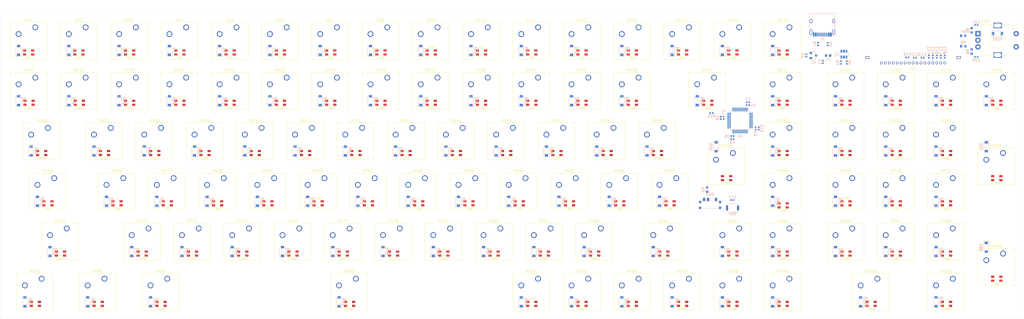
<source format=kicad_pcb>
(kicad_pcb (version 20171130) (host pcbnew "(5.1.12-1-10_14)")
  (title_block (title thpd-kb01) (rev 1.0) (company THPd))
  (layers (0 F.Cu signal) (1 In1.Cu power hide) (2 In2.Cu power hide) (31 B.Cu signal) (34 B.Paste user) (35 F.Paste user) (36 B.SilkS user) (37 F.SilkS user) (38 B.Mask user) (39 F.Mask user) (44 Edge.Cuts user))
  (net 0 "")
  (net 1 GND)
  (net 2 "Net-(C1-Pad1)")
  (net 3 +3V3)
  (net 4 "Net-(C11-Pad1)")
  (net 5 "Net-(C12-Pad2)")
  (net 6 "Net-(C12-Pad1)")
  (net 7 "Net-(C13-Pad2)")
  (net 8 "Net-(C13-Pad1)")
  (net 9 "Net-(C14-Pad1)")
  (net 10 "Net-(C15-Pad1)")
  (net 11 "Net-(C16-Pad1)")
  (net 12 "Net-(C17-Pad1)")
  (net 13 "Net-(C18-Pad1)")
  (net 14 "Net-(C19-Pad1)")
  (net 15 ROT_B)
  (net 16 ROT_A)
  (net 17 "Net-(D1-Pad2)")
  (net 18 "Net-(D2-Pad2)")
  (net 19 "Net-(D3-Pad2)")
  (net 20 "Net-(D4-Pad2)")
  (net 21 "Net-(D5-Pad2)")
  (net 22 "Net-(D6-Pad2)")
  (net 23 "Net-(D7-Pad2)")
  (net 24 "Net-(D8-Pad2)")
  (net 25 "Net-(D9-Pad2)")
  (net 26 "Net-(D10-Pad2)")
  (net 27 "Net-(D11-Pad2)")
  (net 28 "Net-(D12-Pad2)")
  (net 29 "Net-(D13-Pad2)")
  (net 30 "Net-(D14-Pad2)")
  (net 31 "Net-(D15-Pad2)")
  (net 32 "Net-(D16-Pad2)")
  (net 33 ROT_SW_ROW)
  (net 34 "Net-(D18-Pad2)")
  (net 35 "Net-(D19-Pad2)")
  (net 36 "Net-(D20-Pad2)")
  (net 37 "Net-(D21-Pad2)")
  (net 38 "Net-(D22-Pad2)")
  (net 39 "Net-(D23-Pad2)")
  (net 40 "Net-(D24-Pad2)")
  (net 41 "Net-(D25-Pad2)")
  (net 42 "Net-(D26-Pad2)")
  (net 43 "Net-(D27-Pad2)")
  (net 44 "Net-(D28-Pad2)")
  (net 45 "Net-(D29-Pad2)")
  (net 46 "Net-(D30-Pad2)")
  (net 47 "Net-(D31-Pad2)")
  (net 48 "Net-(D32-Pad2)")
  (net 49 "Net-(D33-Pad2)")
  (net 50 "Net-(D34-Pad2)")
  (net 51 "Net-(D35-Pad2)")
  (net 52 "Net-(D36-Pad2)")
  (net 53 "Net-(D37-Pad2)")
  (net 54 "Net-(D38-Pad2)")
  (net 55 "Net-(D39-Pad2)")
  (net 56 "Net-(D40-Pad2)")
  (net 57 "Net-(D41-Pad2)")
  (net 58 "Net-(D42-Pad2)")
  (net 59 "Net-(D43-Pad2)")
  (net 60 "Net-(D44-Pad2)")
  (net 61 "Net-(D45-Pad2)")
  (net 62 "Net-(D46-Pad2)")
  (net 63 "Net-(D47-Pad2)")
  (net 64 "Net-(D48-Pad2)")
  (net 65 "Net-(D49-Pad2)")
  (net 66 "Net-(D50-Pad2)")
  (net 67 "Net-(D51-Pad2)")
  (net 68 "Net-(D52-Pad2)")
  (net 69 "Net-(D53-Pad2)")
  (net 70 "Net-(D54-Pad2)")
  (net 71 "Net-(D55-Pad2)")
  (net 72 "Net-(D56-Pad2)")
  (net 73 "Net-(D57-Pad2)")
  (net 74 "Net-(D58-Pad2)")
  (net 75 "Net-(D59-Pad2)")
  (net 76 "Net-(D60-Pad2)")
  (net 77 "Net-(D61-Pad2)")
  (net 78 "Net-(D62-Pad2)")
  (net 79 "Net-(D63-Pad2)")
  (net 80 "Net-(D64-Pad2)")
  (net 81 "Net-(D65-Pad2)")
  (net 82 "Net-(D66-Pad2)")
  (net 83 "Net-(D67-Pad2)")
  (net 84 "Net-(D68-Pad2)")
  (net 85 "Net-(D69-Pad2)")
  (net 86 "Net-(D70-Pad2)")
  (net 87 "Net-(D71-Pad2)")
  (net 88 "Net-(D72-Pad2)")
  (net 89 "Net-(D73-Pad2)")
  (net 90 "Net-(D74-Pad2)")
  (net 91 "Net-(D75-Pad2)")
  (net 92 "Net-(D76-Pad2)")
  (net 93 "Net-(D77-Pad2)")
  (net 94 "Net-(D78-Pad2)")
  (net 95 "Net-(D79-Pad2)")
  (net 96 "Net-(D80-Pad2)")
  (net 97 "Net-(D81-Pad2)")
  (net 98 "Net-(D82-Pad2)")
  (net 99 "Net-(D83-Pad2)")
  (net 100 "Net-(D84-Pad2)")
  (net 101 "Net-(D85-Pad2)")
  (net 102 "Net-(D86-Pad2)")
  (net 103 "Net-(D87-Pad2)")
  (net 104 "Net-(D88-Pad2)")
  (net 105 "Net-(D89-Pad2)")
  (net 106 "Net-(D90-Pad2)")
  (net 107 "Net-(D91-Pad2)")
  (net 108 "Net-(D92-Pad2)")
  (net 109 "Net-(D93-Pad2)")
  (net 110 "Net-(D94-Pad2)")
  (net 111 "Net-(D95-Pad2)")
  (net 112 "Net-(D96-Pad2)")
  (net 113 "Net-(D97-Pad2)")
  (net 114 "Net-(D98-Pad2)")
  (net 115 "Net-(D99-Pad2)")
  (net 116 "Net-(D100-Pad2)")
  (net 117 "Net-(D101-Pad2)")
  (net 118 +5V)
  (net 119 "Net-(J1-PadA5)")
  (net 120 D_USB_CONN-)
  (net 121 D_USB_CONN+)
  (net 122 "Net-(J1-PadB5)")
  (net 123 D_USB-)
  (net 124 "Net-(R3-Pad1)")
  (net 125 "Net-(R4-Pad2)")
  (net 126 D_USB+)
  (net 127 "Net-(R5-Pad2)")
  (net 128 "Net-(R5-Pad1)")
  (net 129 "Net-(R6-Pad1)")
  (net 130 "Net-(R7-Pad1)")
  (net 131 LCD_CS)
  (net 132 LCD_RST)
  (net 133 LCD_A0)
  (net 134 SPI1_SCK)
  (net 135 SPI1_MOSI)
  (net 136 "Net-(D17-Pad2)")
  (net 137 "Net-(LED1-Pad4)")
  (net 138 "Net-(LED1-Pad2)")
  (net 139 "Net-(LED2-Pad4)")
  (net 140 "Net-(LED3-Pad4)")
  (net 141 "Net-(LED4-Pad4)")
  (net 142 "Net-(LED5-Pad4)")
  (net 143 "Net-(LED6-Pad4)")
  (net 144 "Net-(LED7-Pad4)")
  (net 145 "Net-(LED8-Pad4)")
  (net 146 "Net-(LED10-Pad2)")
  (net 147 "Net-(LED10-Pad4)")
  (net 148 "Net-(LED11-Pad4)")
  (net 149 "Net-(LED12-Pad4)")
  (net 150 "Net-(LED13-Pad4)")
  (net 151 "Net-(LED14-Pad4)")
  (net 152 "Net-(LED15-Pad4)")
  (net 153 "Net-(LED16-Pad4)")
  (net 154 "Net-(LED17-Pad4)")
  (net 155 "Net-(LED18-Pad4)")
  (net 156 "Net-(LED19-Pad4)")
  (net 157 "Net-(LED20-Pad4)")
  (net 158 "Net-(LED21-Pad4)")
  (net 159 "Net-(LED22-Pad4)")
  (net 160 "Net-(LED23-Pad4)")
  (net 161 "Net-(LED24-Pad4)")
  (net 162 "Net-(LED25-Pad4)")
  (net 163 "Net-(LED26-Pad4)")
  (net 164 "Net-(LED27-Pad4)")
  (net 165 "Net-(LED28-Pad4)")
  (net 166 "Net-(LED29-Pad4)")
  (net 167 "Net-(LED30-Pad4)")
  (net 168 "Net-(LED31-Pad4)")
  (net 169 "Net-(LED32-Pad4)")
  (net 170 "Net-(LED33-Pad4)")
  (net 171 "Net-(LED34-Pad4)")
  (net 172 "Net-(LED35-Pad4)")
  (net 173 "Net-(LED36-Pad4)")
  (net 174 "Net-(LED37-Pad4)")
  (net 175 "Net-(LED38-Pad4)")
  (net 176 "Net-(LED39-Pad4)")
  (net 177 "Net-(LED40-Pad4)")
  (net 178 "Net-(LED41-Pad4)")
  (net 179 "Net-(LED42-Pad4)")
  (net 180 "Net-(LED43-Pad4)")
  (net 181 "Net-(LED44-Pad4)")
  (net 182 "Net-(LED45-Pad4)")
  (net 183 "Net-(LED46-Pad4)")
  (net 184 "Net-(LED47-Pad4)")
  (net 185 "Net-(LED48-Pad4)")
  (net 186 "Net-(LED49-Pad4)")
  (net 187 "Net-(LED50-Pad4)")
  (net 188 "Net-(LED51-Pad4)")
  (net 189 "Net-(LED52-Pad4)")
  (net 190 "Net-(LED53-Pad4)")
  (net 191 "Net-(LED54-Pad4)")
  (net 192 "Net-(LED55-Pad4)")
  (net 193 "Net-(LED56-Pad4)")
  (net 194 "Net-(LED57-Pad4)")
  (net 195 "Net-(LED58-Pad4)")
  (net 196 "Net-(LED59-Pad4)")
  (net 197 "Net-(LED60-Pad4)")
  (net 198 "Net-(LED61-Pad4)")
  (net 199 "Net-(LED62-Pad4)")
  (net 200 "Net-(LED63-Pad4)")
  (net 201 "Net-(LED64-Pad4)")
  (net 202 "Net-(LED65-Pad4)")
  (net 203 "Net-(LED66-Pad4)")
  (net 204 "Net-(LED67-Pad4)")
  (net 205 "Net-(LED68-Pad4)")
  (net 206 "Net-(LED69-Pad4)")
  (net 207 "Net-(LED70-Pad4)")
  (net 208 "Net-(LED71-Pad4)")
  (net 209 "Net-(LED72-Pad4)")
  (net 210 "Net-(LED73-Pad4)")
  (net 211 "Net-(LED74-Pad4)")
  (net 212 "Net-(LED75-Pad4)")
  (net 213 "Net-(LED76-Pad4)")
  (net 214 "Net-(LED77-Pad4)")
  (net 215 "Net-(LED78-Pad4)")
  (net 216 "Net-(LED79-Pad4)")
  (net 217 "Net-(LED80-Pad4)")
  (net 218 "Net-(LED81-Pad4)")
  (net 219 "Net-(LED82-Pad4)")
  (net 220 "Net-(LED83-Pad4)")
  (net 221 "Net-(LED84-Pad4)")
  (net 222 "Net-(LED85-Pad4)")
  (net 223 "Net-(LED86-Pad4)")
  (net 224 "Net-(LED87-Pad4)")
  (net 225 "Net-(LED88-Pad4)")
  (net 226 "Net-(LED89-Pad4)")
  (net 227 "Net-(LED90-Pad4)")
  (net 228 "Net-(LED91-Pad4)")
  (net 229 "Net-(LED92-Pad4)")
  (net 230 "Net-(LED93-Pad4)")
  (net 231 "Net-(LED94-Pad4)")
  (net 232 "Net-(LED95-Pad4)")
  (net 233 "Net-(LED96-Pad4)")
  (net 234 "Net-(LED97-Pad4)")
  (net 235 "Net-(LED98-Pad4)")
  (net 236 "Net-(LED100-Pad2)")
  (net 237 "Net-(LED100-Pad4)")
  (net 238 /led_matrix/DIN)
  (net 239 ROW0)
  (net 240 ROW1)
  (net 241 ROW2)
  (net 242 ROW3)
  (net 243 ROW4)
  (net 244 ROW5)
  (net 245 COL0)
  (net 246 COL1)
  (net 247 COL2)
  (net 248 COL3)
  (net 249 COL4)
  (net 250 COL5)
  (net 251 COL6)
  (net 252 COL7)
  (net 253 COL8)
  (net 254 COL9)
  (net 255 COL10)
  (net 256 COL11)
  (net 257 COL12)
  (net 258 COL13)
  (net 259 COL14)
  (net 260 COL15)
  (net 261 COL16)
  (net 262 COL17)
  (net 263 COL18)
  (module Fuse:Fuse_0603_1608Metric (layer B.Cu) (at 329.79375 97.2)
    (fp_text reference F1 (at 0 1.43) (layer B.SilkS) (effects (justify mirror)))
    (fp_text value 500mA)
    (pad 2 smd roundrect (at 0.7875 0) (size 0.875 0.95) (layers B.Cu B.Paste B.Mask) (net 118 +5V))
    (pad 1 smd roundrect (at -0.7875 0) (size 0.875 0.95) (layers B.Cu B.Paste B.Mask) (net 2 "Net-(C1-Pad1)"))
  )
  (module thpd-kb01-custom:LED_SK6812MINI-ER_PLCC4_3.5x2.8mm_P1.8mm (layer F.Cu) (at 374.65 191.29375 180)
    (fp_text reference LED101 (at 0 -2.05) (layer F.SilkS) (effects (font (size 0.5 0.5) (thickness 0.1))))
    (fp_text value SK6812)
    (pad 4 smd rect (at -1.55 0.75 180) (size 1.2 0.8) (layers F.Cu F.Paste F.Mask))
    (pad 3 smd rect (at -1.55 -0.75 180) (size 1.2 0.8) (layers F.Cu F.Paste F.Mask) (net 3 +3V3))
    (pad 2 smd rect (at 1.55 -0.75 180) (size 1.2 0.8) (layers F.Cu F.Paste F.Mask) (net 237 "Net-(LED100-Pad4)"))
    (pad 1 smd rect (at 1.55 0.75 180) (size 1.2 0.8) (layers F.Cu F.Paste F.Mask) (net 1 GND))
  )
  (module thpd-kb01-custom:LED_SK6812MINI-ER_PLCC4_3.5x2.8mm_P1.8mm (layer F.Cu) (at 346.075 191.29375 180)
    (fp_text reference LED100 (at 0 -2.05) (layer F.SilkS) (effects (font (size 0.5 0.5) (thickness 0.1))))
    (fp_text value SK6812)
    (pad 4 smd rect (at -1.55 0.75 180) (size 1.2 0.8) (layers F.Cu F.Paste F.Mask) (net 237 "Net-(LED100-Pad4)"))
    (pad 3 smd rect (at -1.55 -0.75 180) (size 1.2 0.8) (layers F.Cu F.Paste F.Mask) (net 3 +3V3))
    (pad 2 smd rect (at 1.55 -0.75 180) (size 1.2 0.8) (layers F.Cu F.Paste F.Mask) (net 236 "Net-(LED100-Pad2)"))
    (pad 1 smd rect (at 1.55 0.75 180) (size 1.2 0.8) (layers F.Cu F.Paste F.Mask) (net 1 GND))
  )
  (module thpd-kb01-custom:LED_SK6812MINI-ER_PLCC4_3.5x2.8mm_P1.8mm (layer F.Cu) (at 312.7375 191.29375 180)
    (fp_text reference LED99 (at 0 -2.05) (layer F.SilkS) (effects (font (size 0.5 0.5) (thickness 0.1))))
    (fp_text value SK6812)
    (pad 4 smd rect (at -1.55 0.75 180) (size 1.2 0.8) (layers F.Cu F.Paste F.Mask) (net 236 "Net-(LED100-Pad2)"))
    (pad 3 smd rect (at -1.55 -0.75 180) (size 1.2 0.8) (layers F.Cu F.Paste F.Mask) (net 3 +3V3))
    (pad 2 smd rect (at 1.55 -0.75 180) (size 1.2 0.8) (layers F.Cu F.Paste F.Mask) (net 235 "Net-(LED98-Pad4)"))
    (pad 1 smd rect (at 1.55 0.75 180) (size 1.2 0.8) (layers F.Cu F.Paste F.Mask) (net 1 GND))
  )
  (module thpd-kb01-custom:LED_SK6812MINI-ER_PLCC4_3.5x2.8mm_P1.8mm (layer F.Cu) (at 293.6875 191.29375 180)
    (fp_text reference LED98 (at 0 -2.05) (layer F.SilkS) (effects (font (size 0.5 0.5) (thickness 0.1))))
    (fp_text value SK6812)
    (pad 4 smd rect (at -1.55 0.75 180) (size 1.2 0.8) (layers F.Cu F.Paste F.Mask) (net 235 "Net-(LED98-Pad4)"))
    (pad 3 smd rect (at -1.55 -0.75 180) (size 1.2 0.8) (layers F.Cu F.Paste F.Mask) (net 3 +3V3))
    (pad 2 smd rect (at 1.55 -0.75 180) (size 1.2 0.8) (layers F.Cu F.Paste F.Mask) (net 234 "Net-(LED97-Pad4)"))
    (pad 1 smd rect (at 1.55 0.75 180) (size 1.2 0.8) (layers F.Cu F.Paste F.Mask) (net 1 GND))
  )
  (module thpd-kb01-custom:LED_SK6812MINI-ER_PLCC4_3.5x2.8mm_P1.8mm (layer F.Cu) (at 274.6375 191.29375 180)
    (fp_text reference LED97 (at 0 -2.05) (layer F.SilkS) (effects (font (size 0.5 0.5) (thickness 0.1))))
    (fp_text value SK6812)
    (pad 4 smd rect (at -1.55 0.75 180) (size 1.2 0.8) (layers F.Cu F.Paste F.Mask) (net 234 "Net-(LED97-Pad4)"))
    (pad 3 smd rect (at -1.55 -0.75 180) (size 1.2 0.8) (layers F.Cu F.Paste F.Mask) (net 3 +3V3))
    (pad 2 smd rect (at 1.55 -0.75 180) (size 1.2 0.8) (layers F.Cu F.Paste F.Mask) (net 233 "Net-(LED96-Pad4)"))
    (pad 1 smd rect (at 1.55 0.75 180) (size 1.2 0.8) (layers F.Cu F.Paste F.Mask) (net 1 GND))
  )
  (module thpd-kb01-custom:LED_SK6812MINI-ER_PLCC4_3.5x2.8mm_P1.8mm (layer F.Cu) (at 255.5875 191.29375 180)
    (fp_text reference LED96 (at 0 -2.05) (layer F.SilkS) (effects (font (size 0.5 0.5) (thickness 0.1))))
    (fp_text value SK6812)
    (pad 4 smd rect (at -1.55 0.75 180) (size 1.2 0.8) (layers F.Cu F.Paste F.Mask) (net 233 "Net-(LED96-Pad4)"))
    (pad 3 smd rect (at -1.55 -0.75 180) (size 1.2 0.8) (layers F.Cu F.Paste F.Mask) (net 3 +3V3))
    (pad 2 smd rect (at 1.55 -0.75 180) (size 1.2 0.8) (layers F.Cu F.Paste F.Mask) (net 232 "Net-(LED95-Pad4)"))
    (pad 1 smd rect (at 1.55 0.75 180) (size 1.2 0.8) (layers F.Cu F.Paste F.Mask) (net 1 GND))
  )
  (module thpd-kb01-custom:LED_SK6812MINI-ER_PLCC4_3.5x2.8mm_P1.8mm (layer F.Cu) (at 236.5375 191.29375 180)
    (fp_text reference LED95 (at 0 -2.05) (layer F.SilkS) (effects (font (size 0.5 0.5) (thickness 0.1))))
    (fp_text value SK6812)
    (pad 4 smd rect (at -1.55 0.75 180) (size 1.2 0.8) (layers F.Cu F.Paste F.Mask) (net 232 "Net-(LED95-Pad4)"))
    (pad 3 smd rect (at -1.55 -0.75 180) (size 1.2 0.8) (layers F.Cu F.Paste F.Mask) (net 3 +3V3))
    (pad 2 smd rect (at 1.55 -0.75 180) (size 1.2 0.8) (layers F.Cu F.Paste F.Mask) (net 231 "Net-(LED94-Pad4)"))
    (pad 1 smd rect (at 1.55 0.75 180) (size 1.2 0.8) (layers F.Cu F.Paste F.Mask) (net 1 GND))
  )
  (module thpd-kb01-custom:LED_SK6812MINI-ER_PLCC4_3.5x2.8mm_P1.8mm (layer F.Cu) (at 217.4875 191.29375)
    (fp_text reference LED94 (at 0 -2.05) (layer F.SilkS) (effects (font (size 0.5 0.5) (thickness 0.1))))
    (fp_text value SK6812)
    (pad 4 smd rect (at -1.55 0.75) (size 1.2 0.8) (layers F.Cu F.Paste F.Mask) (net 231 "Net-(LED94-Pad4)"))
    (pad 3 smd rect (at -1.55 -0.75) (size 1.2 0.8) (layers F.Cu F.Paste F.Mask) (net 3 +3V3))
    (pad 2 smd rect (at 1.55 -0.75) (size 1.2 0.8) (layers F.Cu F.Paste F.Mask) (net 230 "Net-(LED93-Pad4)"))
    (pad 1 smd rect (at 1.55 0.75) (size 1.2 0.8) (layers F.Cu F.Paste F.Mask) (net 1 GND))
  )
  (module thpd-kb01-custom:LED_SK6812MINI-ER_PLCC4_3.5x2.8mm_P1.8mm (layer F.Cu) (at 148.43125 191.29375 180)
    (fp_text reference LED93 (at 0 -2.05) (layer F.SilkS) (effects (font (size 0.5 0.5) (thickness 0.1))))
    (fp_text value SK6812)
    (pad 4 smd rect (at -1.55 0.75 180) (size 1.2 0.8) (layers F.Cu F.Paste F.Mask) (net 230 "Net-(LED93-Pad4)"))
    (pad 3 smd rect (at -1.55 -0.75 180) (size 1.2 0.8) (layers F.Cu F.Paste F.Mask) (net 3 +3V3))
    (pad 2 smd rect (at 1.55 -0.75 180) (size 1.2 0.8) (layers F.Cu F.Paste F.Mask) (net 229 "Net-(LED92-Pad4)"))
    (pad 1 smd rect (at 1.55 0.75 180) (size 1.2 0.8) (layers F.Cu F.Paste F.Mask) (net 1 GND))
  )
  (module thpd-kb01-custom:LED_SK6812MINI-ER_PLCC4_3.5x2.8mm_P1.8mm (layer F.Cu) (at 76.99375 191.29375 180)
    (fp_text reference LED92 (at 0 -2.05) (layer F.SilkS) (effects (font (size 0.5 0.5) (thickness 0.1))))
    (fp_text value SK6812)
    (pad 4 smd rect (at -1.55 0.75 180) (size 1.2 0.8) (layers F.Cu F.Paste F.Mask) (net 229 "Net-(LED92-Pad4)"))
    (pad 3 smd rect (at -1.55 -0.75 180) (size 1.2 0.8) (layers F.Cu F.Paste F.Mask) (net 3 +3V3))
    (pad 2 smd rect (at 1.55 -0.75 180) (size 1.2 0.8) (layers F.Cu F.Paste F.Mask) (net 228 "Net-(LED91-Pad4)"))
    (pad 1 smd rect (at 1.55 0.75 180) (size 1.2 0.8) (layers F.Cu F.Paste F.Mask) (net 1 GND))
  )
  (module thpd-kb01-custom:LED_SK6812MINI-ER_PLCC4_3.5x2.8mm_P1.8mm (layer F.Cu) (at 53.18125 191.29375 180)
    (fp_text reference LED91 (at 0 -2.05) (layer F.SilkS) (effects (font (size 0.5 0.5) (thickness 0.1))))
    (fp_text value SK6812)
    (pad 4 smd rect (at -1.55 0.75 180) (size 1.2 0.8) (layers F.Cu F.Paste F.Mask) (net 228 "Net-(LED91-Pad4)"))
    (pad 3 smd rect (at -1.55 -0.75 180) (size 1.2 0.8) (layers F.Cu F.Paste F.Mask) (net 3 +3V3))
    (pad 2 smd rect (at 1.55 -0.75 180) (size 1.2 0.8) (layers F.Cu F.Paste F.Mask) (net 227 "Net-(LED90-Pad4)"))
    (pad 1 smd rect (at 1.55 0.75 180) (size 1.2 0.8) (layers F.Cu F.Paste F.Mask) (net 1 GND))
  )
  (module thpd-kb01-custom:LED_SK6812MINI-ER_PLCC4_3.5x2.8mm_P1.8mm (layer F.Cu) (at 29.36875 191.29375 180)
    (fp_text reference LED90 (at 0 -2.05) (layer F.SilkS) (effects (font (size 0.5 0.5) (thickness 0.1))))
    (fp_text value SK6812)
    (pad 4 smd rect (at -1.55 0.75 180) (size 1.2 0.8) (layers F.Cu F.Paste F.Mask) (net 227 "Net-(LED90-Pad4)"))
    (pad 3 smd rect (at -1.55 -0.75 180) (size 1.2 0.8) (layers F.Cu F.Paste F.Mask) (net 3 +3V3))
    (pad 2 smd rect (at 1.55 -0.75 180) (size 1.2 0.8) (layers F.Cu F.Paste F.Mask) (net 226 "Net-(LED89-Pad4)"))
    (pad 1 smd rect (at 1.55 0.75 180) (size 1.2 0.8) (layers F.Cu F.Paste F.Mask) (net 1 GND))
  )
  (module thpd-kb01-custom:LED_SK6812MINI-ER_PLCC4_3.5x2.8mm_P1.8mm (layer F.Cu) (at 393.7 181.76875 180)
    (fp_text reference LED89 (at 0 -2.05) (layer F.SilkS) (effects (font (size 0.5 0.5) (thickness 0.1))))
    (fp_text value SK6812)
    (pad 4 smd rect (at -1.55 0.75 180) (size 1.2 0.8) (layers F.Cu F.Paste F.Mask) (net 226 "Net-(LED89-Pad4)"))
    (pad 3 smd rect (at -1.55 -0.75 180) (size 1.2 0.8) (layers F.Cu F.Paste F.Mask) (net 3 +3V3))
    (pad 2 smd rect (at 1.55 -0.75 180) (size 1.2 0.8) (layers F.Cu F.Paste F.Mask) (net 225 "Net-(LED88-Pad4)"))
    (pad 1 smd rect (at 1.55 0.75 180) (size 1.2 0.8) (layers F.Cu F.Paste F.Mask) (net 1 GND))
  )
  (module thpd-kb01-custom:LED_SK6812MINI-ER_PLCC4_3.5x2.8mm_P1.8mm (layer F.Cu) (at 374.65 172.24375 180)
    (fp_text reference LED88 (at 0 -2.05) (layer F.SilkS) (effects (font (size 0.5 0.5) (thickness 0.1))))
    (fp_text value SK6812)
    (pad 4 smd rect (at -1.55 0.75 180) (size 1.2 0.8) (layers F.Cu F.Paste F.Mask) (net 225 "Net-(LED88-Pad4)"))
    (pad 3 smd rect (at -1.55 -0.75 180) (size 1.2 0.8) (layers F.Cu F.Paste F.Mask) (net 3 +3V3))
    (pad 2 smd rect (at 1.55 -0.75 180) (size 1.2 0.8) (layers F.Cu F.Paste F.Mask) (net 224 "Net-(LED87-Pad4)"))
    (pad 1 smd rect (at 1.55 0.75 180) (size 1.2 0.8) (layers F.Cu F.Paste F.Mask) (net 1 GND))
  )
  (module thpd-kb01-custom:LED_SK6812MINI-ER_PLCC4_3.5x2.8mm_P1.8mm (layer F.Cu) (at 355.6 172.24375 180)
    (fp_text reference LED87 (at 0 -2.05) (layer F.SilkS) (effects (font (size 0.5 0.5) (thickness 0.1))))
    (fp_text value SK6812)
    (pad 4 smd rect (at -1.55 0.75 180) (size 1.2 0.8) (layers F.Cu F.Paste F.Mask) (net 224 "Net-(LED87-Pad4)"))
    (pad 3 smd rect (at -1.55 -0.75 180) (size 1.2 0.8) (layers F.Cu F.Paste F.Mask) (net 3 +3V3))
    (pad 2 smd rect (at 1.55 -0.75 180) (size 1.2 0.8) (layers F.Cu F.Paste F.Mask) (net 223 "Net-(LED86-Pad4)"))
    (pad 1 smd rect (at 1.55 0.75 180) (size 1.2 0.8) (layers F.Cu F.Paste F.Mask) (net 1 GND))
  )
  (module thpd-kb01-custom:LED_SK6812MINI-ER_PLCC4_3.5x2.8mm_P1.8mm (layer F.Cu) (at 336.55 172.24375 180)
    (fp_text reference LED86 (at 0 -2.05) (layer F.SilkS) (effects (font (size 0.5 0.5) (thickness 0.1))))
    (fp_text value SK6812)
    (pad 4 smd rect (at -1.55 0.75 180) (size 1.2 0.8) (layers F.Cu F.Paste F.Mask) (net 223 "Net-(LED86-Pad4)"))
    (pad 3 smd rect (at -1.55 -0.75 180) (size 1.2 0.8) (layers F.Cu F.Paste F.Mask) (net 3 +3V3))
    (pad 2 smd rect (at 1.55 -0.75 180) (size 1.2 0.8) (layers F.Cu F.Paste F.Mask) (net 222 "Net-(LED85-Pad4)"))
    (pad 1 smd rect (at 1.55 0.75 180) (size 1.2 0.8) (layers F.Cu F.Paste F.Mask) (net 1 GND))
  )
  (module thpd-kb01-custom:LED_SK6812MINI-ER_PLCC4_3.5x2.8mm_P1.8mm (layer F.Cu) (at 312.7375 172.24375 180)
    (fp_text reference LED85 (at 0 -2.05) (layer F.SilkS) (effects (font (size 0.5 0.5) (thickness 0.1))))
    (fp_text value SK6812)
    (pad 4 smd rect (at -1.55 0.75 180) (size 1.2 0.8) (layers F.Cu F.Paste F.Mask) (net 222 "Net-(LED85-Pad4)"))
    (pad 3 smd rect (at -1.55 -0.75 180) (size 1.2 0.8) (layers F.Cu F.Paste F.Mask) (net 3 +3V3))
    (pad 2 smd rect (at 1.55 -0.75 180) (size 1.2 0.8) (layers F.Cu F.Paste F.Mask) (net 221 "Net-(LED84-Pad4)"))
    (pad 1 smd rect (at 1.55 0.75 180) (size 1.2 0.8) (layers F.Cu F.Paste F.Mask) (net 1 GND))
  )
  (module thpd-kb01-custom:LED_SK6812MINI-ER_PLCC4_3.5x2.8mm_P1.8mm (layer F.Cu) (at 293.6875 172.24375 180)
    (fp_text reference LED84 (at 0 -2.05) (layer F.SilkS) (effects (font (size 0.5 0.5) (thickness 0.1))))
    (fp_text value SK6812)
    (pad 4 smd rect (at -1.55 0.75 180) (size 1.2 0.8) (layers F.Cu F.Paste F.Mask) (net 221 "Net-(LED84-Pad4)"))
    (pad 3 smd rect (at -1.55 -0.75 180) (size 1.2 0.8) (layers F.Cu F.Paste F.Mask) (net 3 +3V3))
    (pad 2 smd rect (at 1.55 -0.75 180) (size 1.2 0.8) (layers F.Cu F.Paste F.Mask) (net 220 "Net-(LED83-Pad4)"))
    (pad 1 smd rect (at 1.55 0.75 180) (size 1.2 0.8) (layers F.Cu F.Paste F.Mask) (net 1 GND))
  )
  (module thpd-kb01-custom:LED_SK6812MINI-ER_PLCC4_3.5x2.8mm_P1.8mm (layer F.Cu) (at 267.49375 172.24375 180)
    (fp_text reference LED83 (at 0 -2.05) (layer F.SilkS) (effects (font (size 0.5 0.5) (thickness 0.1))))
    (fp_text value SK6812)
    (pad 4 smd rect (at -1.55 0.75 180) (size 1.2 0.8) (layers F.Cu F.Paste F.Mask) (net 220 "Net-(LED83-Pad4)"))
    (pad 3 smd rect (at -1.55 -0.75 180) (size 1.2 0.8) (layers F.Cu F.Paste F.Mask) (net 3 +3V3))
    (pad 2 smd rect (at 1.55 -0.75 180) (size 1.2 0.8) (layers F.Cu F.Paste F.Mask) (net 219 "Net-(LED82-Pad4)"))
    (pad 1 smd rect (at 1.55 0.75 180) (size 1.2 0.8) (layers F.Cu F.Paste F.Mask) (net 1 GND))
  )
  (module thpd-kb01-custom:LED_SK6812MINI-ER_PLCC4_3.5x2.8mm_P1.8mm (layer F.Cu) (at 241.3 172.24375 180)
    (fp_text reference LED82 (at 0 -2.05) (layer F.SilkS) (effects (font (size 0.5 0.5) (thickness 0.1))))
    (fp_text value SK6812)
    (pad 4 smd rect (at -1.55 0.75 180) (size 1.2 0.8) (layers F.Cu F.Paste F.Mask) (net 219 "Net-(LED82-Pad4)"))
    (pad 3 smd rect (at -1.55 -0.75 180) (size 1.2 0.8) (layers F.Cu F.Paste F.Mask) (net 3 +3V3))
    (pad 2 smd rect (at 1.55 -0.75 180) (size 1.2 0.8) (layers F.Cu F.Paste F.Mask) (net 218 "Net-(LED81-Pad4)"))
    (pad 1 smd rect (at 1.55 0.75 180) (size 1.2 0.8) (layers F.Cu F.Paste F.Mask) (net 1 GND))
  )
  (module thpd-kb01-custom:LED_SK6812MINI-ER_PLCC4_3.5x2.8mm_P1.8mm (layer F.Cu) (at 222.25 172.24375 180)
    (fp_text reference LED81 (at 0 -2.05) (layer F.SilkS) (effects (font (size 0.5 0.5) (thickness 0.1))))
    (fp_text value SK6812)
    (pad 4 smd rect (at -1.55 0.75 180) (size 1.2 0.8) (layers F.Cu F.Paste F.Mask) (net 218 "Net-(LED81-Pad4)"))
    (pad 3 smd rect (at -1.55 -0.75 180) (size 1.2 0.8) (layers F.Cu F.Paste F.Mask) (net 3 +3V3))
    (pad 2 smd rect (at 1.55 -0.75 180) (size 1.2 0.8) (layers F.Cu F.Paste F.Mask) (net 217 "Net-(LED80-Pad4)"))
    (pad 1 smd rect (at 1.55 0.75 180) (size 1.2 0.8) (layers F.Cu F.Paste F.Mask) (net 1 GND))
  )
  (module thpd-kb01-custom:LED_SK6812MINI-ER_PLCC4_3.5x2.8mm_P1.8mm (layer F.Cu) (at 203.2 172.24375 180)
    (fp_text reference LED80 (at 0 -2.05) (layer F.SilkS) (effects (font (size 0.5 0.5) (thickness 0.1))))
    (fp_text value SK6812)
    (pad 4 smd rect (at -1.55 0.75 180) (size 1.2 0.8) (layers F.Cu F.Paste F.Mask) (net 217 "Net-(LED80-Pad4)"))
    (pad 3 smd rect (at -1.55 -0.75 180) (size 1.2 0.8) (layers F.Cu F.Paste F.Mask) (net 3 +3V3))
    (pad 2 smd rect (at 1.55 -0.75 180) (size 1.2 0.8) (layers F.Cu F.Paste F.Mask) (net 216 "Net-(LED79-Pad4)"))
    (pad 1 smd rect (at 1.55 0.75 180) (size 1.2 0.8) (layers F.Cu F.Paste F.Mask) (net 1 GND))
  )
  (module thpd-kb01-custom:LED_SK6812MINI-ER_PLCC4_3.5x2.8mm_P1.8mm (layer F.Cu) (at 184.15 172.24375 180)
    (fp_text reference LED79 (at 0 -2.05) (layer F.SilkS) (effects (font (size 0.5 0.5) (thickness 0.1))))
    (fp_text value SK6812)
    (pad 4 smd rect (at -1.55 0.75 180) (size 1.2 0.8) (layers F.Cu F.Paste F.Mask) (net 216 "Net-(LED79-Pad4)"))
    (pad 3 smd rect (at -1.55 -0.75 180) (size 1.2 0.8) (layers F.Cu F.Paste F.Mask) (net 3 +3V3))
    (pad 2 smd rect (at 1.55 -0.75 180) (size 1.2 0.8) (layers F.Cu F.Paste F.Mask) (net 215 "Net-(LED78-Pad4)"))
    (pad 1 smd rect (at 1.55 0.75 180) (size 1.2 0.8) (layers F.Cu F.Paste F.Mask) (net 1 GND))
  )
  (module thpd-kb01-custom:LED_SK6812MINI-ER_PLCC4_3.5x2.8mm_P1.8mm (layer F.Cu) (at 165.1 172.24375 180)
    (fp_text reference LED78 (at 0 -2.05) (layer F.SilkS) (effects (font (size 0.5 0.5) (thickness 0.1))))
    (fp_text value SK6812)
    (pad 4 smd rect (at -1.55 0.75 180) (size 1.2 0.8) (layers F.Cu F.Paste F.Mask) (net 215 "Net-(LED78-Pad4)"))
    (pad 3 smd rect (at -1.55 -0.75 180) (size 1.2 0.8) (layers F.Cu F.Paste F.Mask) (net 3 +3V3))
    (pad 2 smd rect (at 1.55 -0.75 180) (size 1.2 0.8) (layers F.Cu F.Paste F.Mask) (net 214 "Net-(LED77-Pad4)"))
    (pad 1 smd rect (at 1.55 0.75 180) (size 1.2 0.8) (layers F.Cu F.Paste F.Mask) (net 1 GND))
  )
  (module thpd-kb01-custom:LED_SK6812MINI-ER_PLCC4_3.5x2.8mm_P1.8mm (layer F.Cu) (at 146.05 172.24375 180)
    (fp_text reference LED77 (at 0 -2.05) (layer F.SilkS) (effects (font (size 0.5 0.5) (thickness 0.1))))
    (fp_text value SK6812)
    (pad 4 smd rect (at -1.55 0.75 180) (size 1.2 0.8) (layers F.Cu F.Paste F.Mask) (net 214 "Net-(LED77-Pad4)"))
    (pad 3 smd rect (at -1.55 -0.75 180) (size 1.2 0.8) (layers F.Cu F.Paste F.Mask) (net 3 +3V3))
    (pad 2 smd rect (at 1.55 -0.75 180) (size 1.2 0.8) (layers F.Cu F.Paste F.Mask) (net 213 "Net-(LED76-Pad4)"))
    (pad 1 smd rect (at 1.55 0.75 180) (size 1.2 0.8) (layers F.Cu F.Paste F.Mask) (net 1 GND))
  )
  (module thpd-kb01-custom:LED_SK6812MINI-ER_PLCC4_3.5x2.8mm_P1.8mm (layer F.Cu) (at 127 172.24375 180)
    (fp_text reference LED76 (at 0 -2.05) (layer F.SilkS) (effects (font (size 0.5 0.5) (thickness 0.1))))
    (fp_text value SK6812)
    (pad 4 smd rect (at -1.55 0.75 180) (size 1.2 0.8) (layers F.Cu F.Paste F.Mask) (net 213 "Net-(LED76-Pad4)"))
    (pad 3 smd rect (at -1.55 -0.75 180) (size 1.2 0.8) (layers F.Cu F.Paste F.Mask) (net 3 +3V3))
    (pad 2 smd rect (at 1.55 -0.75 180) (size 1.2 0.8) (layers F.Cu F.Paste F.Mask) (net 212 "Net-(LED75-Pad4)"))
    (pad 1 smd rect (at 1.55 0.75 180) (size 1.2 0.8) (layers F.Cu F.Paste F.Mask) (net 1 GND))
  )
  (module thpd-kb01-custom:LED_SK6812MINI-ER_PLCC4_3.5x2.8mm_P1.8mm (layer F.Cu) (at 107.95 172.24375 180)
    (fp_text reference LED75 (at 0 -2.05) (layer F.SilkS) (effects (font (size 0.5 0.5) (thickness 0.1))))
    (fp_text value SK6812)
    (pad 4 smd rect (at -1.55 0.75 180) (size 1.2 0.8) (layers F.Cu F.Paste F.Mask) (net 212 "Net-(LED75-Pad4)"))
    (pad 3 smd rect (at -1.55 -0.75 180) (size 1.2 0.8) (layers F.Cu F.Paste F.Mask) (net 3 +3V3))
    (pad 2 smd rect (at 1.55 -0.75 180) (size 1.2 0.8) (layers F.Cu F.Paste F.Mask) (net 211 "Net-(LED74-Pad4)"))
    (pad 1 smd rect (at 1.55 0.75 180) (size 1.2 0.8) (layers F.Cu F.Paste F.Mask) (net 1 GND))
  )
  (module thpd-kb01-custom:LED_SK6812MINI-ER_PLCC4_3.5x2.8mm_P1.8mm (layer F.Cu) (at 88.9 172.24375 180)
    (fp_text reference LED74 (at 0 -2.05) (layer F.SilkS) (effects (font (size 0.5 0.5) (thickness 0.1))))
    (fp_text value SK6812)
    (pad 4 smd rect (at -1.55 0.75 180) (size 1.2 0.8) (layers F.Cu F.Paste F.Mask) (net 211 "Net-(LED74-Pad4)"))
    (pad 3 smd rect (at -1.55 -0.75 180) (size 1.2 0.8) (layers F.Cu F.Paste F.Mask) (net 3 +3V3))
    (pad 2 smd rect (at 1.55 -0.75 180) (size 1.2 0.8) (layers F.Cu F.Paste F.Mask) (net 210 "Net-(LED73-Pad4)"))
    (pad 1 smd rect (at 1.55 0.75 180) (size 1.2 0.8) (layers F.Cu F.Paste F.Mask) (net 1 GND))
  )
  (module thpd-kb01-custom:LED_SK6812MINI-ER_PLCC4_3.5x2.8mm_P1.8mm (layer F.Cu) (at 69.85 172.24375 180)
    (fp_text reference LED73 (at 0 -2.05) (layer F.SilkS) (effects (font (size 0.5 0.5) (thickness 0.1))))
    (fp_text value SK6812)
    (pad 4 smd rect (at -1.55 0.75 180) (size 1.2 0.8) (layers F.Cu F.Paste F.Mask) (net 210 "Net-(LED73-Pad4)"))
    (pad 3 smd rect (at -1.55 -0.75 180) (size 1.2 0.8) (layers F.Cu F.Paste F.Mask) (net 3 +3V3))
    (pad 2 smd rect (at 1.55 -0.75 180) (size 1.2 0.8) (layers F.Cu F.Paste F.Mask) (net 209 "Net-(LED72-Pad4)"))
    (pad 1 smd rect (at 1.55 0.75 180) (size 1.2 0.8) (layers F.Cu F.Paste F.Mask) (net 1 GND))
  )
  (module thpd-kb01-custom:LED_SK6812MINI-ER_PLCC4_3.5x2.8mm_P1.8mm (layer F.Cu) (at 38.89375 172.24375 180)
    (fp_text reference LED72 (at 0 -2.05) (layer F.SilkS) (effects (font (size 0.5 0.5) (thickness 0.1))))
    (fp_text value SK6812)
    (pad 4 smd rect (at -1.55 0.75 180) (size 1.2 0.8) (layers F.Cu F.Paste F.Mask) (net 209 "Net-(LED72-Pad4)"))
    (pad 3 smd rect (at -1.55 -0.75 180) (size 1.2 0.8) (layers F.Cu F.Paste F.Mask) (net 3 +3V3))
    (pad 2 smd rect (at 1.55 -0.75 180) (size 1.2 0.8) (layers F.Cu F.Paste F.Mask) (net 208 "Net-(LED71-Pad4)"))
    (pad 1 smd rect (at 1.55 0.75 180) (size 1.2 0.8) (layers F.Cu F.Paste F.Mask) (net 1 GND))
  )
  (module thpd-kb01-custom:LED_SK6812MINI-ER_PLCC4_3.5x2.8mm_P1.8mm (layer F.Cu) (at 374.65 153.19375 180)
    (fp_text reference LED71 (at 0 -2.05) (layer F.SilkS) (effects (font (size 0.5 0.5) (thickness 0.1))))
    (fp_text value SK6812)
    (pad 4 smd rect (at -1.55 0.75 180) (size 1.2 0.8) (layers F.Cu F.Paste F.Mask) (net 208 "Net-(LED71-Pad4)"))
    (pad 3 smd rect (at -1.55 -0.75 180) (size 1.2 0.8) (layers F.Cu F.Paste F.Mask) (net 3 +3V3))
    (pad 2 smd rect (at 1.55 -0.75 180) (size 1.2 0.8) (layers F.Cu F.Paste F.Mask) (net 207 "Net-(LED70-Pad4)"))
    (pad 1 smd rect (at 1.55 0.75 180) (size 1.2 0.8) (layers F.Cu F.Paste F.Mask) (net 1 GND))
  )
  (module thpd-kb01-custom:LED_SK6812MINI-ER_PLCC4_3.5x2.8mm_P1.8mm (layer F.Cu) (at 355.6 153.19375 180)
    (fp_text reference LED70 (at 0 -2.05) (layer F.SilkS) (effects (font (size 0.5 0.5) (thickness 0.1))))
    (fp_text value SK6812)
    (pad 4 smd rect (at -1.55 0.75 180) (size 1.2 0.8) (layers F.Cu F.Paste F.Mask) (net 207 "Net-(LED70-Pad4)"))
    (pad 3 smd rect (at -1.55 -0.75 180) (size 1.2 0.8) (layers F.Cu F.Paste F.Mask) (net 3 +3V3))
    (pad 2 smd rect (at 1.55 -0.75 180) (size 1.2 0.8) (layers F.Cu F.Paste F.Mask) (net 206 "Net-(LED69-Pad4)"))
    (pad 1 smd rect (at 1.55 0.75 180) (size 1.2 0.8) (layers F.Cu F.Paste F.Mask) (net 1 GND))
  )
  (module thpd-kb01-custom:LED_SK6812MINI-ER_PLCC4_3.5x2.8mm_P1.8mm (layer F.Cu) (at 336.55 153.19375)
    (fp_text reference LED69 (at 0 -2.05) (layer F.SilkS) (effects (font (size 0.5 0.5) (thickness 0.1))))
    (fp_text value SK6812)
    (pad 4 smd rect (at -1.55 0.75) (size 1.2 0.8) (layers F.Cu F.Paste F.Mask) (net 206 "Net-(LED69-Pad4)"))
    (pad 3 smd rect (at -1.55 -0.75) (size 1.2 0.8) (layers F.Cu F.Paste F.Mask) (net 3 +3V3))
    (pad 2 smd rect (at 1.55 -0.75) (size 1.2 0.8) (layers F.Cu F.Paste F.Mask) (net 205 "Net-(LED68-Pad4)"))
    (pad 1 smd rect (at 1.55 0.75) (size 1.2 0.8) (layers F.Cu F.Paste F.Mask) (net 1 GND))
  )
  (module thpd-kb01-custom:LED_SK6812MINI-ER_PLCC4_3.5x2.8mm_P1.8mm (layer F.Cu) (at 312.7375 153.9875 180)
    (fp_text reference LED68 (at 0 -2.05) (layer F.SilkS) (effects (font (size 0.5 0.5) (thickness 0.1))))
    (fp_text value SK6812)
    (pad 4 smd rect (at -1.55 0.75 180) (size 1.2 0.8) (layers F.Cu F.Paste F.Mask) (net 205 "Net-(LED68-Pad4)"))
    (pad 3 smd rect (at -1.55 -0.75 180) (size 1.2 0.8) (layers F.Cu F.Paste F.Mask) (net 3 +3V3))
    (pad 2 smd rect (at 1.55 -0.75 180) (size 1.2 0.8) (layers F.Cu F.Paste F.Mask) (net 204 "Net-(LED67-Pad4)"))
    (pad 1 smd rect (at 1.55 0.75 180) (size 1.2 0.8) (layers F.Cu F.Paste F.Mask) (net 1 GND))
  )
  (module thpd-kb01-custom:LED_SK6812MINI-ER_PLCC4_3.5x2.8mm_P1.8mm (layer F.Cu) (at 269.875 153.19375 180)
    (fp_text reference LED67 (at 0 -2.05) (layer F.SilkS) (effects (font (size 0.5 0.5) (thickness 0.1))))
    (fp_text value SK6812)
    (pad 4 smd rect (at -1.55 0.75 180) (size 1.2 0.8) (layers F.Cu F.Paste F.Mask) (net 204 "Net-(LED67-Pad4)"))
    (pad 3 smd rect (at -1.55 -0.75 180) (size 1.2 0.8) (layers F.Cu F.Paste F.Mask) (net 3 +3V3))
    (pad 2 smd rect (at 1.55 -0.75 180) (size 1.2 0.8) (layers F.Cu F.Paste F.Mask) (net 203 "Net-(LED66-Pad4)"))
    (pad 1 smd rect (at 1.55 0.75 180) (size 1.2 0.8) (layers F.Cu F.Paste F.Mask) (net 1 GND))
  )
  (module thpd-kb01-custom:LED_SK6812MINI-ER_PLCC4_3.5x2.8mm_P1.8mm (layer F.Cu) (at 250.825 153.19375 180)
    (fp_text reference LED66 (at 0 -2.05) (layer F.SilkS) (effects (font (size 0.5 0.5) (thickness 0.1))))
    (fp_text value SK6812)
    (pad 4 smd rect (at -1.55 0.75 180) (size 1.2 0.8) (layers F.Cu F.Paste F.Mask) (net 203 "Net-(LED66-Pad4)"))
    (pad 3 smd rect (at -1.55 -0.75 180) (size 1.2 0.8) (layers F.Cu F.Paste F.Mask) (net 3 +3V3))
    (pad 2 smd rect (at 1.55 -0.75 180) (size 1.2 0.8) (layers F.Cu F.Paste F.Mask) (net 202 "Net-(LED65-Pad4)"))
    (pad 1 smd rect (at 1.55 0.75 180) (size 1.2 0.8) (layers F.Cu F.Paste F.Mask) (net 1 GND))
  )
  (module thpd-kb01-custom:LED_SK6812MINI-ER_PLCC4_3.5x2.8mm_P1.8mm (layer F.Cu) (at 231.775 153.19375 180)
    (fp_text reference LED65 (at 0 -2.05) (layer F.SilkS) (effects (font (size 0.5 0.5) (thickness 0.1))))
    (fp_text value SK6812)
    (pad 4 smd rect (at -1.55 0.75 180) (size 1.2 0.8) (layers F.Cu F.Paste F.Mask) (net 202 "Net-(LED65-Pad4)"))
    (pad 3 smd rect (at -1.55 -0.75 180) (size 1.2 0.8) (layers F.Cu F.Paste F.Mask) (net 3 +3V3))
    (pad 2 smd rect (at 1.55 -0.75 180) (size 1.2 0.8) (layers F.Cu F.Paste F.Mask) (net 201 "Net-(LED64-Pad4)"))
    (pad 1 smd rect (at 1.55 0.75 180) (size 1.2 0.8) (layers F.Cu F.Paste F.Mask) (net 1 GND))
  )
  (module thpd-kb01-custom:LED_SK6812MINI-ER_PLCC4_3.5x2.8mm_P1.8mm (layer F.Cu) (at 212.725 153.19375 180)
    (fp_text reference LED64 (at 0 -2.05) (layer F.SilkS) (effects (font (size 0.5 0.5) (thickness 0.1))))
    (fp_text value SK6812)
    (pad 4 smd rect (at -1.55 0.75 180) (size 1.2 0.8) (layers F.Cu F.Paste F.Mask) (net 201 "Net-(LED64-Pad4)"))
    (pad 3 smd rect (at -1.55 -0.75 180) (size 1.2 0.8) (layers F.Cu F.Paste F.Mask) (net 3 +3V3))
    (pad 2 smd rect (at 1.55 -0.75 180) (size 1.2 0.8) (layers F.Cu F.Paste F.Mask) (net 200 "Net-(LED63-Pad4)"))
    (pad 1 smd rect (at 1.55 0.75 180) (size 1.2 0.8) (layers F.Cu F.Paste F.Mask) (net 1 GND))
  )
  (module thpd-kb01-custom:LED_SK6812MINI-ER_PLCC4_3.5x2.8mm_P1.8mm (layer F.Cu) (at 193.675 153.19375 180)
    (fp_text reference LED63 (at 0 -2.05) (layer F.SilkS) (effects (font (size 0.5 0.5) (thickness 0.1))))
    (fp_text value SK6812)
    (pad 4 smd rect (at -1.55 0.75 180) (size 1.2 0.8) (layers F.Cu F.Paste F.Mask) (net 200 "Net-(LED63-Pad4)"))
    (pad 3 smd rect (at -1.55 -0.75 180) (size 1.2 0.8) (layers F.Cu F.Paste F.Mask) (net 3 +3V3))
    (pad 2 smd rect (at 1.55 -0.75 180) (size 1.2 0.8) (layers F.Cu F.Paste F.Mask) (net 199 "Net-(LED62-Pad4)"))
    (pad 1 smd rect (at 1.55 0.75 180) (size 1.2 0.8) (layers F.Cu F.Paste F.Mask) (net 1 GND))
  )
  (module thpd-kb01-custom:LED_SK6812MINI-ER_PLCC4_3.5x2.8mm_P1.8mm (layer F.Cu) (at 174.625 153.19375 180)
    (fp_text reference LED62 (at 0 -2.05) (layer F.SilkS) (effects (font (size 0.5 0.5) (thickness 0.1))))
    (fp_text value SK6812)
    (pad 4 smd rect (at -1.55 0.75 180) (size 1.2 0.8) (layers F.Cu F.Paste F.Mask) (net 199 "Net-(LED62-Pad4)"))
    (pad 3 smd rect (at -1.55 -0.75 180) (size 1.2 0.8) (layers F.Cu F.Paste F.Mask) (net 3 +3V3))
    (pad 2 smd rect (at 1.55 -0.75 180) (size 1.2 0.8) (layers F.Cu F.Paste F.Mask) (net 198 "Net-(LED61-Pad4)"))
    (pad 1 smd rect (at 1.55 0.75 180) (size 1.2 0.8) (layers F.Cu F.Paste F.Mask) (net 1 GND))
  )
  (module thpd-kb01-custom:LED_SK6812MINI-ER_PLCC4_3.5x2.8mm_P1.8mm (layer F.Cu) (at 155.575 153.19375 180)
    (fp_text reference LED61 (at 0 -2.05) (layer F.SilkS) (effects (font (size 0.5 0.5) (thickness 0.1))))
    (fp_text value SK6812)
    (pad 4 smd rect (at -1.55 0.75 180) (size 1.2 0.8) (layers F.Cu F.Paste F.Mask) (net 198 "Net-(LED61-Pad4)"))
    (pad 3 smd rect (at -1.55 -0.75 180) (size 1.2 0.8) (layers F.Cu F.Paste F.Mask) (net 3 +3V3))
    (pad 2 smd rect (at 1.55 -0.75 180) (size 1.2 0.8) (layers F.Cu F.Paste F.Mask) (net 197 "Net-(LED60-Pad4)"))
    (pad 1 smd rect (at 1.55 0.75 180) (size 1.2 0.8) (layers F.Cu F.Paste F.Mask) (net 1 GND))
  )
  (module thpd-kb01-custom:LED_SK6812MINI-ER_PLCC4_3.5x2.8mm_P1.8mm (layer F.Cu) (at 136.525 153.19375)
    (fp_text reference LED60 (at 0 -2.05) (layer F.SilkS) (effects (font (size 0.5 0.5) (thickness 0.1))))
    (fp_text value SK6812)
    (pad 4 smd rect (at -1.55 0.75) (size 1.2 0.8) (layers F.Cu F.Paste F.Mask) (net 197 "Net-(LED60-Pad4)"))
    (pad 3 smd rect (at -1.55 -0.75) (size 1.2 0.8) (layers F.Cu F.Paste F.Mask) (net 3 +3V3))
    (pad 2 smd rect (at 1.55 -0.75) (size 1.2 0.8) (layers F.Cu F.Paste F.Mask) (net 196 "Net-(LED59-Pad4)"))
    (pad 1 smd rect (at 1.55 0.75) (size 1.2 0.8) (layers F.Cu F.Paste F.Mask) (net 1 GND))
  )
  (module thpd-kb01-custom:LED_SK6812MINI-ER_PLCC4_3.5x2.8mm_P1.8mm (layer F.Cu) (at 117.475 153.19375 180)
    (fp_text reference LED59 (at 0 -2.05) (layer F.SilkS) (effects (font (size 0.5 0.5) (thickness 0.1))))
    (fp_text value SK6812)
    (pad 4 smd rect (at -1.55 0.75 180) (size 1.2 0.8) (layers F.Cu F.Paste F.Mask) (net 196 "Net-(LED59-Pad4)"))
    (pad 3 smd rect (at -1.55 -0.75 180) (size 1.2 0.8) (layers F.Cu F.Paste F.Mask) (net 3 +3V3))
    (pad 2 smd rect (at 1.55 -0.75 180) (size 1.2 0.8) (layers F.Cu F.Paste F.Mask) (net 195 "Net-(LED58-Pad4)"))
    (pad 1 smd rect (at 1.55 0.75 180) (size 1.2 0.8) (layers F.Cu F.Paste F.Mask) (net 1 GND))
  )
  (module thpd-kb01-custom:LED_SK6812MINI-ER_PLCC4_3.5x2.8mm_P1.8mm (layer F.Cu) (at 98.425 153.19375 180)
    (fp_text reference LED58 (at 0 -2.05) (layer F.SilkS) (effects (font (size 0.5 0.5) (thickness 0.1))))
    (fp_text value SK6812)
    (pad 4 smd rect (at -1.55 0.75 180) (size 1.2 0.8) (layers F.Cu F.Paste F.Mask) (net 195 "Net-(LED58-Pad4)"))
    (pad 3 smd rect (at -1.55 -0.75 180) (size 1.2 0.8) (layers F.Cu F.Paste F.Mask) (net 3 +3V3))
    (pad 2 smd rect (at 1.55 -0.75 180) (size 1.2 0.8) (layers F.Cu F.Paste F.Mask) (net 194 "Net-(LED57-Pad4)"))
    (pad 1 smd rect (at 1.55 0.75 180) (size 1.2 0.8) (layers F.Cu F.Paste F.Mask) (net 1 GND))
  )
  (module thpd-kb01-custom:LED_SK6812MINI-ER_PLCC4_3.5x2.8mm_P1.8mm (layer F.Cu) (at 79.375 153.19375 180)
    (fp_text reference LED57 (at 0 -2.05) (layer F.SilkS) (effects (font (size 0.5 0.5) (thickness 0.1))))
    (fp_text value SK6812)
    (pad 4 smd rect (at -1.55 0.75 180) (size 1.2 0.8) (layers F.Cu F.Paste F.Mask) (net 194 "Net-(LED57-Pad4)"))
    (pad 3 smd rect (at -1.55 -0.75 180) (size 1.2 0.8) (layers F.Cu F.Paste F.Mask) (net 3 +3V3))
    (pad 2 smd rect (at 1.55 -0.75 180) (size 1.2 0.8) (layers F.Cu F.Paste F.Mask) (net 193 "Net-(LED56-Pad4)"))
    (pad 1 smd rect (at 1.55 0.75 180) (size 1.2 0.8) (layers F.Cu F.Paste F.Mask) (net 1 GND))
  )
  (module thpd-kb01-custom:LED_SK6812MINI-ER_PLCC4_3.5x2.8mm_P1.8mm (layer F.Cu) (at 60.325 153.19375 180)
    (fp_text reference LED56 (at 0 -2.05) (layer F.SilkS) (effects (font (size 0.5 0.5) (thickness 0.1))))
    (fp_text value SK6812)
    (pad 4 smd rect (at -1.55 0.75 180) (size 1.2 0.8) (layers F.Cu F.Paste F.Mask) (net 193 "Net-(LED56-Pad4)"))
    (pad 3 smd rect (at -1.55 -0.75 180) (size 1.2 0.8) (layers F.Cu F.Paste F.Mask) (net 3 +3V3))
    (pad 2 smd rect (at 1.55 -0.75 180) (size 1.2 0.8) (layers F.Cu F.Paste F.Mask) (net 192 "Net-(LED55-Pad4)"))
    (pad 1 smd rect (at 1.55 0.75 180) (size 1.2 0.8) (layers F.Cu F.Paste F.Mask) (net 1 GND))
  )
  (module thpd-kb01-custom:LED_SK6812MINI-ER_PLCC4_3.5x2.8mm_P1.8mm (layer F.Cu) (at 34.13125 153.19375 180)
    (fp_text reference LED55 (at 0 -2.05) (layer F.SilkS) (effects (font (size 0.5 0.5) (thickness 0.1))))
    (fp_text value SK6812)
    (pad 4 smd rect (at -1.55 0.75 180) (size 1.2 0.8) (layers F.Cu F.Paste F.Mask) (net 192 "Net-(LED55-Pad4)"))
    (pad 3 smd rect (at -1.55 -0.75 180) (size 1.2 0.8) (layers F.Cu F.Paste F.Mask) (net 3 +3V3))
    (pad 2 smd rect (at 1.55 -0.75 180) (size 1.2 0.8) (layers F.Cu F.Paste F.Mask) (net 191 "Net-(LED54-Pad4)"))
    (pad 1 smd rect (at 1.55 0.75 180) (size 1.2 0.8) (layers F.Cu F.Paste F.Mask) (net 1 GND))
  )
  (module thpd-kb01-custom:LED_SK6812MINI-ER_PLCC4_3.5x2.8mm_P1.8mm (layer F.Cu) (at 393.7 143.66875 180)
    (fp_text reference LED54 (at 0 -2.05) (layer F.SilkS) (effects (font (size 0.5 0.5) (thickness 0.1))))
    (fp_text value SK6812)
    (pad 4 smd rect (at -1.55 0.75 180) (size 1.2 0.8) (layers F.Cu F.Paste F.Mask) (net 191 "Net-(LED54-Pad4)"))
    (pad 3 smd rect (at -1.55 -0.75 180) (size 1.2 0.8) (layers F.Cu F.Paste F.Mask) (net 3 +3V3))
    (pad 2 smd rect (at 1.55 -0.75 180) (size 1.2 0.8) (layers F.Cu F.Paste F.Mask) (net 190 "Net-(LED53-Pad4)"))
    (pad 1 smd rect (at 1.55 0.75 180) (size 1.2 0.8) (layers F.Cu F.Paste F.Mask) (net 1 GND))
  )
  (module thpd-kb01-custom:LED_SK6812MINI-ER_PLCC4_3.5x2.8mm_P1.8mm (layer F.Cu) (at 374.65 134.14375 180)
    (fp_text reference LED53 (at 0 -2.05) (layer F.SilkS) (effects (font (size 0.5 0.5) (thickness 0.1))))
    (fp_text value SK6812)
    (pad 4 smd rect (at -1.55 0.75 180) (size 1.2 0.8) (layers F.Cu F.Paste F.Mask) (net 190 "Net-(LED53-Pad4)"))
    (pad 3 smd rect (at -1.55 -0.75 180) (size 1.2 0.8) (layers F.Cu F.Paste F.Mask) (net 3 +3V3))
    (pad 2 smd rect (at 1.55 -0.75 180) (size 1.2 0.8) (layers F.Cu F.Paste F.Mask) (net 189 "Net-(LED52-Pad4)"))
    (pad 1 smd rect (at 1.55 0.75 180) (size 1.2 0.8) (layers F.Cu F.Paste F.Mask) (net 1 GND))
  )
  (module thpd-kb01-custom:LED_SK6812MINI-ER_PLCC4_3.5x2.8mm_P1.8mm (layer F.Cu) (at 355.6 134.14375 180)
    (fp_text reference LED52 (at 0 -2.05) (layer F.SilkS) (effects (font (size 0.5 0.5) (thickness 0.1))))
    (fp_text value SK6812)
    (pad 4 smd rect (at -1.55 0.75 180) (size 1.2 0.8) (layers F.Cu F.Paste F.Mask) (net 189 "Net-(LED52-Pad4)"))
    (pad 3 smd rect (at -1.55 -0.75 180) (size 1.2 0.8) (layers F.Cu F.Paste F.Mask) (net 3 +3V3))
    (pad 2 smd rect (at 1.55 -0.75 180) (size 1.2 0.8) (layers F.Cu F.Paste F.Mask) (net 188 "Net-(LED51-Pad4)"))
    (pad 1 smd rect (at 1.55 0.75 180) (size 1.2 0.8) (layers F.Cu F.Paste F.Mask) (net 1 GND))
  )
  (module thpd-kb01-custom:LED_SK6812MINI-ER_PLCC4_3.5x2.8mm_P1.8mm (layer F.Cu) (at 336.55 134.14375 180)
    (fp_text reference LED51 (at 0 -2.05) (layer F.SilkS) (effects (font (size 0.5 0.5) (thickness 0.1))))
    (fp_text value SK6812)
    (pad 4 smd rect (at -1.55 0.75 180) (size 1.2 0.8) (layers F.Cu F.Paste F.Mask) (net 188 "Net-(LED51-Pad4)"))
    (pad 3 smd rect (at -1.55 -0.75 180) (size 1.2 0.8) (layers F.Cu F.Paste F.Mask) (net 3 +3V3))
    (pad 2 smd rect (at 1.55 -0.75 180) (size 1.2 0.8) (layers F.Cu F.Paste F.Mask) (net 187 "Net-(LED50-Pad4)"))
    (pad 1 smd rect (at 1.55 0.75 180) (size 1.2 0.8) (layers F.Cu F.Paste F.Mask) (net 1 GND))
  )
  (module thpd-kb01-custom:LED_SK6812MINI-ER_PLCC4_3.5x2.8mm_P1.8mm (layer F.Cu) (at 312.7375 134.14375 180)
    (fp_text reference LED50 (at 0 -2.05) (layer F.SilkS) (effects (font (size 0.5 0.5) (thickness 0.1))))
    (fp_text value SK6812)
    (pad 4 smd rect (at -1.55 0.75 180) (size 1.2 0.8) (layers F.Cu F.Paste F.Mask) (net 187 "Net-(LED50-Pad4)"))
    (pad 3 smd rect (at -1.55 -0.75 180) (size 1.2 0.8) (layers F.Cu F.Paste F.Mask) (net 3 +3V3))
    (pad 2 smd rect (at 1.55 -0.75 180) (size 1.2 0.8) (layers F.Cu F.Paste F.Mask) (net 186 "Net-(LED49-Pad4)"))
    (pad 1 smd rect (at 1.55 0.75 180) (size 1.2 0.8) (layers F.Cu F.Paste F.Mask) (net 1 GND))
  )
  (module thpd-kb01-custom:LED_SK6812MINI-ER_PLCC4_3.5x2.8mm_P1.8mm (layer F.Cu) (at 291.30625 143.66875 180)
    (fp_text reference LED49 (at 0 -2.05) (layer F.SilkS) (effects (font (size 0.5 0.5) (thickness 0.1))))
    (fp_text value SK6812)
    (pad 4 smd rect (at -1.55 0.75 180) (size 1.2 0.8) (layers F.Cu F.Paste F.Mask) (net 186 "Net-(LED49-Pad4)"))
    (pad 3 smd rect (at -1.55 -0.75 180) (size 1.2 0.8) (layers F.Cu F.Paste F.Mask) (net 3 +3V3))
    (pad 2 smd rect (at 1.55 -0.75 180) (size 1.2 0.8) (layers F.Cu F.Paste F.Mask) (net 185 "Net-(LED48-Pad4)"))
    (pad 1 smd rect (at 1.55 0.75 180) (size 1.2 0.8) (layers F.Cu F.Paste F.Mask) (net 1 GND))
  )
  (module thpd-kb01-custom:LED_SK6812MINI-ER_PLCC4_3.5x2.8mm_P1.8mm (layer F.Cu) (at 265.1125 134.14375 180)
    (fp_text reference LED48 (at 0 -2.05) (layer F.SilkS) (effects (font (size 0.5 0.5) (thickness 0.1))))
    (fp_text value SK6812)
    (pad 4 smd rect (at -1.55 0.75 180) (size 1.2 0.8) (layers F.Cu F.Paste F.Mask) (net 185 "Net-(LED48-Pad4)"))
    (pad 3 smd rect (at -1.55 -0.75 180) (size 1.2 0.8) (layers F.Cu F.Paste F.Mask) (net 3 +3V3))
    (pad 2 smd rect (at 1.55 -0.75 180) (size 1.2 0.8) (layers F.Cu F.Paste F.Mask) (net 184 "Net-(LED47-Pad4)"))
    (pad 1 smd rect (at 1.55 0.75 180) (size 1.2 0.8) (layers F.Cu F.Paste F.Mask) (net 1 GND))
  )
  (module thpd-kb01-custom:LED_SK6812MINI-ER_PLCC4_3.5x2.8mm_P1.8mm (layer F.Cu) (at 246.0625 134.14375 180)
    (fp_text reference LED47 (at 0 -2.05) (layer F.SilkS) (effects (font (size 0.5 0.5) (thickness 0.1))))
    (fp_text value SK6812)
    (pad 4 smd rect (at -1.55 0.75 180) (size 1.2 0.8) (layers F.Cu F.Paste F.Mask) (net 184 "Net-(LED47-Pad4)"))
    (pad 3 smd rect (at -1.55 -0.75 180) (size 1.2 0.8) (layers F.Cu F.Paste F.Mask) (net 3 +3V3))
    (pad 2 smd rect (at 1.55 -0.75 180) (size 1.2 0.8) (layers F.Cu F.Paste F.Mask) (net 183 "Net-(LED46-Pad4)"))
    (pad 1 smd rect (at 1.55 0.75 180) (size 1.2 0.8) (layers F.Cu F.Paste F.Mask) (net 1 GND))
  )
  (module thpd-kb01-custom:LED_SK6812MINI-ER_PLCC4_3.5x2.8mm_P1.8mm (layer F.Cu) (at 227.0125 134.14375 180)
    (fp_text reference LED46 (at 0 -2.05) (layer F.SilkS) (effects (font (size 0.5 0.5) (thickness 0.1))))
    (fp_text value SK6812)
    (pad 4 smd rect (at -1.55 0.75 180) (size 1.2 0.8) (layers F.Cu F.Paste F.Mask) (net 183 "Net-(LED46-Pad4)"))
    (pad 3 smd rect (at -1.55 -0.75 180) (size 1.2 0.8) (layers F.Cu F.Paste F.Mask) (net 3 +3V3))
    (pad 2 smd rect (at 1.55 -0.75 180) (size 1.2 0.8) (layers F.Cu F.Paste F.Mask) (net 182 "Net-(LED45-Pad4)"))
    (pad 1 smd rect (at 1.55 0.75 180) (size 1.2 0.8) (layers F.Cu F.Paste F.Mask) (net 1 GND))
  )
  (module thpd-kb01-custom:LED_SK6812MINI-ER_PLCC4_3.5x2.8mm_P1.8mm (layer F.Cu) (at 207.9625 134.14375 180)
    (fp_text reference LED45 (at 0 -2.05) (layer F.SilkS) (effects (font (size 0.5 0.5) (thickness 0.1))))
    (fp_text value SK6812)
    (pad 4 smd rect (at -1.55 0.75 180) (size 1.2 0.8) (layers F.Cu F.Paste F.Mask) (net 182 "Net-(LED45-Pad4)"))
    (pad 3 smd rect (at -1.55 -0.75 180) (size 1.2 0.8) (layers F.Cu F.Paste F.Mask) (net 3 +3V3))
    (pad 2 smd rect (at 1.55 -0.75 180) (size 1.2 0.8) (layers F.Cu F.Paste F.Mask) (net 181 "Net-(LED44-Pad4)"))
    (pad 1 smd rect (at 1.55 0.75 180) (size 1.2 0.8) (layers F.Cu F.Paste F.Mask) (net 1 GND))
  )
  (module thpd-kb01-custom:LED_SK6812MINI-ER_PLCC4_3.5x2.8mm_P1.8mm (layer F.Cu) (at 188.9125 134.14375 180)
    (fp_text reference LED44 (at 0 -2.05) (layer F.SilkS) (effects (font (size 0.5 0.5) (thickness 0.1))))
    (fp_text value SK6812)
    (pad 4 smd rect (at -1.55 0.75 180) (size 1.2 0.8) (layers F.Cu F.Paste F.Mask) (net 181 "Net-(LED44-Pad4)"))
    (pad 3 smd rect (at -1.55 -0.75 180) (size 1.2 0.8) (layers F.Cu F.Paste F.Mask) (net 3 +3V3))
    (pad 2 smd rect (at 1.55 -0.75 180) (size 1.2 0.8) (layers F.Cu F.Paste F.Mask) (net 180 "Net-(LED43-Pad4)"))
    (pad 1 smd rect (at 1.55 0.75 180) (size 1.2 0.8) (layers F.Cu F.Paste F.Mask) (net 1 GND))
  )
  (module thpd-kb01-custom:LED_SK6812MINI-ER_PLCC4_3.5x2.8mm_P1.8mm (layer F.Cu) (at 169.8625 134.14375 180)
    (fp_text reference LED43 (at 0 -2.05) (layer F.SilkS) (effects (font (size 0.5 0.5) (thickness 0.1))))
    (fp_text value SK6812)
    (pad 4 smd rect (at -1.55 0.75 180) (size 1.2 0.8) (layers F.Cu F.Paste F.Mask) (net 180 "Net-(LED43-Pad4)"))
    (pad 3 smd rect (at -1.55 -0.75 180) (size 1.2 0.8) (layers F.Cu F.Paste F.Mask) (net 3 +3V3))
    (pad 2 smd rect (at 1.55 -0.75 180) (size 1.2 0.8) (layers F.Cu F.Paste F.Mask) (net 179 "Net-(LED42-Pad4)"))
    (pad 1 smd rect (at 1.55 0.75 180) (size 1.2 0.8) (layers F.Cu F.Paste F.Mask) (net 1 GND))
  )
  (module thpd-kb01-custom:LED_SK6812MINI-ER_PLCC4_3.5x2.8mm_P1.8mm (layer F.Cu) (at 150.8125 134.14375 180)
    (fp_text reference LED42 (at 0 -2.05) (layer F.SilkS) (effects (font (size 0.5 0.5) (thickness 0.1))))
    (fp_text value SK6812)
    (pad 4 smd rect (at -1.55 0.75 180) (size 1.2 0.8) (layers F.Cu F.Paste F.Mask) (net 179 "Net-(LED42-Pad4)"))
    (pad 3 smd rect (at -1.55 -0.75 180) (size 1.2 0.8) (layers F.Cu F.Paste F.Mask) (net 3 +3V3))
    (pad 2 smd rect (at 1.55 -0.75 180) (size 1.2 0.8) (layers F.Cu F.Paste F.Mask) (net 178 "Net-(LED41-Pad4)"))
    (pad 1 smd rect (at 1.55 0.75 180) (size 1.2 0.8) (layers F.Cu F.Paste F.Mask) (net 1 GND))
  )
  (module thpd-kb01-custom:LED_SK6812MINI-ER_PLCC4_3.5x2.8mm_P1.8mm (layer F.Cu) (at 131.7625 134.14375 180)
    (fp_text reference LED41 (at 0 -2.05) (layer F.SilkS) (effects (font (size 0.5 0.5) (thickness 0.1))))
    (fp_text value SK6812)
    (pad 4 smd rect (at -1.55 0.75 180) (size 1.2 0.8) (layers F.Cu F.Paste F.Mask) (net 178 "Net-(LED41-Pad4)"))
    (pad 3 smd rect (at -1.55 -0.75 180) (size 1.2 0.8) (layers F.Cu F.Paste F.Mask) (net 3 +3V3))
    (pad 2 smd rect (at 1.55 -0.75 180) (size 1.2 0.8) (layers F.Cu F.Paste F.Mask) (net 177 "Net-(LED40-Pad4)"))
    (pad 1 smd rect (at 1.55 0.75 180) (size 1.2 0.8) (layers F.Cu F.Paste F.Mask) (net 1 GND))
  )
  (module thpd-kb01-custom:LED_SK6812MINI-ER_PLCC4_3.5x2.8mm_P1.8mm (layer F.Cu) (at 112.7125 134.14375 180)
    (fp_text reference LED40 (at 0 -2.05) (layer F.SilkS) (effects (font (size 0.5 0.5) (thickness 0.1))))
    (fp_text value SK6812)
    (pad 4 smd rect (at -1.55 0.75 180) (size 1.2 0.8) (layers F.Cu F.Paste F.Mask) (net 177 "Net-(LED40-Pad4)"))
    (pad 3 smd rect (at -1.55 -0.75 180) (size 1.2 0.8) (layers F.Cu F.Paste F.Mask) (net 3 +3V3))
    (pad 2 smd rect (at 1.55 -0.75 180) (size 1.2 0.8) (layers F.Cu F.Paste F.Mask) (net 176 "Net-(LED39-Pad4)"))
    (pad 1 smd rect (at 1.55 0.75 180) (size 1.2 0.8) (layers F.Cu F.Paste F.Mask) (net 1 GND))
  )
  (module thpd-kb01-custom:LED_SK6812MINI-ER_PLCC4_3.5x2.8mm_P1.8mm (layer F.Cu) (at 93.6625 134.14375 180)
    (fp_text reference LED39 (at 0 -2.05) (layer F.SilkS) (effects (font (size 0.5 0.5) (thickness 0.1))))
    (fp_text value SK6812)
    (pad 4 smd rect (at -1.55 0.75 180) (size 1.2 0.8) (layers F.Cu F.Paste F.Mask) (net 176 "Net-(LED39-Pad4)"))
    (pad 3 smd rect (at -1.55 -0.75 180) (size 1.2 0.8) (layers F.Cu F.Paste F.Mask) (net 3 +3V3))
    (pad 2 smd rect (at 1.55 -0.75 180) (size 1.2 0.8) (layers F.Cu F.Paste F.Mask) (net 175 "Net-(LED38-Pad4)"))
    (pad 1 smd rect (at 1.55 0.75 180) (size 1.2 0.8) (layers F.Cu F.Paste F.Mask) (net 1 GND))
  )
  (module thpd-kb01-custom:LED_SK6812MINI-ER_PLCC4_3.5x2.8mm_P1.8mm (layer F.Cu) (at 74.6125 134.14375 180)
    (fp_text reference LED38 (at 0 -2.05) (layer F.SilkS) (effects (font (size 0.5 0.5) (thickness 0.1))))
    (fp_text value SK6812)
    (pad 4 smd rect (at -1.55 0.75 180) (size 1.2 0.8) (layers F.Cu F.Paste F.Mask) (net 175 "Net-(LED38-Pad4)"))
    (pad 3 smd rect (at -1.55 -0.75 180) (size 1.2 0.8) (layers F.Cu F.Paste F.Mask) (net 3 +3V3))
    (pad 2 smd rect (at 1.55 -0.75 180) (size 1.2 0.8) (layers F.Cu F.Paste F.Mask) (net 174 "Net-(LED37-Pad4)"))
    (pad 1 smd rect (at 1.55 0.75 180) (size 1.2 0.8) (layers F.Cu F.Paste F.Mask) (net 1 GND))
  )
  (module thpd-kb01-custom:LED_SK6812MINI-ER_PLCC4_3.5x2.8mm_P1.8mm (layer F.Cu) (at 55.5625 134.14375 180)
    (fp_text reference LED37 (at 0 -2.05) (layer F.SilkS) (effects (font (size 0.5 0.5) (thickness 0.1))))
    (fp_text value SK6812)
    (pad 4 smd rect (at -1.55 0.75 180) (size 1.2 0.8) (layers F.Cu F.Paste F.Mask) (net 174 "Net-(LED37-Pad4)"))
    (pad 3 smd rect (at -1.55 -0.75 180) (size 1.2 0.8) (layers F.Cu F.Paste F.Mask) (net 3 +3V3))
    (pad 2 smd rect (at 1.55 -0.75 180) (size 1.2 0.8) (layers F.Cu F.Paste F.Mask) (net 173 "Net-(LED36-Pad4)"))
    (pad 1 smd rect (at 1.55 0.75 180) (size 1.2 0.8) (layers F.Cu F.Paste F.Mask) (net 1 GND))
  )
  (module thpd-kb01-custom:LED_SK6812MINI-ER_PLCC4_3.5x2.8mm_P1.8mm (layer F.Cu) (at 31.75 134.14375 180)
    (fp_text reference LED36 (at 0 -2.05) (layer F.SilkS) (effects (font (size 0.5 0.5) (thickness 0.1))))
    (fp_text value SK6812)
    (pad 4 smd rect (at -1.55 0.75 180) (size 1.2 0.8) (layers F.Cu F.Paste F.Mask) (net 173 "Net-(LED36-Pad4)"))
    (pad 3 smd rect (at -1.55 -0.75 180) (size 1.2 0.8) (layers F.Cu F.Paste F.Mask) (net 3 +3V3))
    (pad 2 smd rect (at 1.55 -0.75 180) (size 1.2 0.8) (layers F.Cu F.Paste F.Mask) (net 172 "Net-(LED35-Pad4)"))
    (pad 1 smd rect (at 1.55 0.75 180) (size 1.2 0.8) (layers F.Cu F.Paste F.Mask) (net 1 GND))
  )
  (module thpd-kb01-custom:LED_SK6812MINI-ER_PLCC4_3.5x2.8mm_P1.8mm (layer F.Cu) (at 393.7 115.09375 180)
    (fp_text reference LED35 (at 0 -2.05) (layer F.SilkS) (effects (font (size 0.5 0.5) (thickness 0.1))))
    (fp_text value SK6812)
    (pad 4 smd rect (at -1.55 0.75 180) (size 1.2 0.8) (layers F.Cu F.Paste F.Mask) (net 172 "Net-(LED35-Pad4)"))
    (pad 3 smd rect (at -1.55 -0.75 180) (size 1.2 0.8) (layers F.Cu F.Paste F.Mask) (net 3 +3V3))
    (pad 2 smd rect (at 1.55 -0.75 180) (size 1.2 0.8) (layers F.Cu F.Paste F.Mask) (net 171 "Net-(LED34-Pad4)"))
    (pad 1 smd rect (at 1.55 0.75 180) (size 1.2 0.8) (layers F.Cu F.Paste F.Mask) (net 1 GND))
  )
  (module thpd-kb01-custom:LED_SK6812MINI-ER_PLCC4_3.5x2.8mm_P1.8mm (layer F.Cu) (at 374.65 115.09375 180)
    (fp_text reference LED34 (at 0 -2.05) (layer F.SilkS) (effects (font (size 0.5 0.5) (thickness 0.1))))
    (fp_text value SK6812)
    (pad 4 smd rect (at -1.55 0.75 180) (size 1.2 0.8) (layers F.Cu F.Paste F.Mask) (net 171 "Net-(LED34-Pad4)"))
    (pad 3 smd rect (at -1.55 -0.75 180) (size 1.2 0.8) (layers F.Cu F.Paste F.Mask) (net 3 +3V3))
    (pad 2 smd rect (at 1.55 -0.75 180) (size 1.2 0.8) (layers F.Cu F.Paste F.Mask) (net 170 "Net-(LED33-Pad4)"))
    (pad 1 smd rect (at 1.55 0.75 180) (size 1.2 0.8) (layers F.Cu F.Paste F.Mask) (net 1 GND))
  )
  (module thpd-kb01-custom:LED_SK6812MINI-ER_PLCC4_3.5x2.8mm_P1.8mm (layer F.Cu) (at 355.6 115.09375 180)
    (fp_text reference LED33 (at 0 -2.05) (layer F.SilkS) (effects (font (size 0.5 0.5) (thickness 0.1))))
    (fp_text value SK6812)
    (pad 4 smd rect (at -1.55 0.75 180) (size 1.2 0.8) (layers F.Cu F.Paste F.Mask) (net 170 "Net-(LED33-Pad4)"))
    (pad 3 smd rect (at -1.55 -0.75 180) (size 1.2 0.8) (layers F.Cu F.Paste F.Mask) (net 3 +3V3))
    (pad 2 smd rect (at 1.55 -0.75 180) (size 1.2 0.8) (layers F.Cu F.Paste F.Mask) (net 169 "Net-(LED32-Pad4)"))
    (pad 1 smd rect (at 1.55 0.75 180) (size 1.2 0.8) (layers F.Cu F.Paste F.Mask) (net 1 GND))
  )
  (module thpd-kb01-custom:LED_SK6812MINI-ER_PLCC4_3.5x2.8mm_P1.8mm (layer F.Cu) (at 336.55 115.09375 180)
    (fp_text reference LED32 (at 0 -2.05) (layer F.SilkS) (effects (font (size 0.5 0.5) (thickness 0.1))))
    (fp_text value SK6812)
    (pad 4 smd rect (at -1.55 0.75 180) (size 1.2 0.8) (layers F.Cu F.Paste F.Mask) (net 169 "Net-(LED32-Pad4)"))
    (pad 3 smd rect (at -1.55 -0.75 180) (size 1.2 0.8) (layers F.Cu F.Paste F.Mask) (net 3 +3V3))
    (pad 2 smd rect (at 1.55 -0.75 180) (size 1.2 0.8) (layers F.Cu F.Paste F.Mask) (net 168 "Net-(LED31-Pad4)"))
    (pad 1 smd rect (at 1.55 0.75 180) (size 1.2 0.8) (layers F.Cu F.Paste F.Mask) (net 1 GND))
  )
  (module thpd-kb01-custom:LED_SK6812MINI-ER_PLCC4_3.5x2.8mm_P1.8mm (layer F.Cu) (at 312.7375 115.09375 180)
    (fp_text reference LED31 (at 0 -2.05) (layer F.SilkS) (effects (font (size 0.5 0.5) (thickness 0.1))))
    (fp_text value SK6812)
    (pad 4 smd rect (at -1.55 0.75 180) (size 1.2 0.8) (layers F.Cu F.Paste F.Mask) (net 168 "Net-(LED31-Pad4)"))
    (pad 3 smd rect (at -1.55 -0.75 180) (size 1.2 0.8) (layers F.Cu F.Paste F.Mask) (net 3 +3V3))
    (pad 2 smd rect (at 1.55 -0.75 180) (size 1.2 0.8) (layers F.Cu F.Paste F.Mask) (net 167 "Net-(LED30-Pad4)"))
    (pad 1 smd rect (at 1.55 0.75 180) (size 1.2 0.8) (layers F.Cu F.Paste F.Mask) (net 1 GND))
  )
  (module thpd-kb01-custom:LED_SK6812MINI-ER_PLCC4_3.5x2.8mm_P1.8mm (layer F.Cu) (at 284.1625 115.09375 180)
    (fp_text reference LED30 (at 0 -2.05) (layer F.SilkS) (effects (font (size 0.5 0.5) (thickness 0.1))))
    (fp_text value SK6812)
    (pad 4 smd rect (at -1.55 0.75 180) (size 1.2 0.8) (layers F.Cu F.Paste F.Mask) (net 167 "Net-(LED30-Pad4)"))
    (pad 3 smd rect (at -1.55 -0.75 180) (size 1.2 0.8) (layers F.Cu F.Paste F.Mask) (net 3 +3V3))
    (pad 2 smd rect (at 1.55 -0.75 180) (size 1.2 0.8) (layers F.Cu F.Paste F.Mask) (net 166 "Net-(LED29-Pad4)"))
    (pad 1 smd rect (at 1.55 0.75 180) (size 1.2 0.8) (layers F.Cu F.Paste F.Mask) (net 1 GND))
  )
  (module thpd-kb01-custom:LED_SK6812MINI-ER_PLCC4_3.5x2.8mm_P1.8mm (layer F.Cu) (at 255.5875 115.09375 180)
    (fp_text reference LED29 (at 0 -2.05) (layer F.SilkS) (effects (font (size 0.5 0.5) (thickness 0.1))))
    (fp_text value SK6812)
    (pad 4 smd rect (at -1.55 0.75 180) (size 1.2 0.8) (layers F.Cu F.Paste F.Mask) (net 166 "Net-(LED29-Pad4)"))
    (pad 3 smd rect (at -1.55 -0.75 180) (size 1.2 0.8) (layers F.Cu F.Paste F.Mask) (net 3 +3V3))
    (pad 2 smd rect (at 1.55 -0.75 180) (size 1.2 0.8) (layers F.Cu F.Paste F.Mask) (net 165 "Net-(LED28-Pad4)"))
    (pad 1 smd rect (at 1.55 0.75 180) (size 1.2 0.8) (layers F.Cu F.Paste F.Mask) (net 1 GND))
  )
  (module thpd-kb01-custom:LED_SK6812MINI-ER_PLCC4_3.5x2.8mm_P1.8mm (layer F.Cu) (at 236.5375 115.09375 180)
    (fp_text reference LED28 (at 0 -2.05) (layer F.SilkS) (effects (font (size 0.5 0.5) (thickness 0.1))))
    (fp_text value SK6812)
    (pad 4 smd rect (at -1.55 0.75 180) (size 1.2 0.8) (layers F.Cu F.Paste F.Mask) (net 165 "Net-(LED28-Pad4)"))
    (pad 3 smd rect (at -1.55 -0.75 180) (size 1.2 0.8) (layers F.Cu F.Paste F.Mask) (net 3 +3V3))
    (pad 2 smd rect (at 1.55 -0.75 180) (size 1.2 0.8) (layers F.Cu F.Paste F.Mask) (net 164 "Net-(LED27-Pad4)"))
    (pad 1 smd rect (at 1.55 0.75 180) (size 1.2 0.8) (layers F.Cu F.Paste F.Mask) (net 1 GND))
  )
  (module thpd-kb01-custom:LED_SK6812MINI-ER_PLCC4_3.5x2.8mm_P1.8mm (layer F.Cu) (at 217.4875 115.09375 180)
    (fp_text reference LED27 (at 0 -2.05) (layer F.SilkS) (effects (font (size 0.5 0.5) (thickness 0.1))))
    (fp_text value SK6812)
    (pad 4 smd rect (at -1.55 0.75 180) (size 1.2 0.8) (layers F.Cu F.Paste F.Mask) (net 164 "Net-(LED27-Pad4)"))
    (pad 3 smd rect (at -1.55 -0.75 180) (size 1.2 0.8) (layers F.Cu F.Paste F.Mask) (net 3 +3V3))
    (pad 2 smd rect (at 1.55 -0.75 180) (size 1.2 0.8) (layers F.Cu F.Paste F.Mask) (net 163 "Net-(LED26-Pad4)"))
    (pad 1 smd rect (at 1.55 0.75 180) (size 1.2 0.8) (layers F.Cu F.Paste F.Mask) (net 1 GND))
  )
  (module thpd-kb01-custom:LED_SK6812MINI-ER_PLCC4_3.5x2.8mm_P1.8mm (layer F.Cu) (at 198.4375 115.09375 180)
    (fp_text reference LED26 (at 0 -2.05) (layer F.SilkS) (effects (font (size 0.5 0.5) (thickness 0.1))))
    (fp_text value SK6812)
    (pad 4 smd rect (at -1.55 0.75 180) (size 1.2 0.8) (layers F.Cu F.Paste F.Mask) (net 163 "Net-(LED26-Pad4)"))
    (pad 3 smd rect (at -1.55 -0.75 180) (size 1.2 0.8) (layers F.Cu F.Paste F.Mask) (net 3 +3V3))
    (pad 2 smd rect (at 1.55 -0.75 180) (size 1.2 0.8) (layers F.Cu F.Paste F.Mask) (net 162 "Net-(LED25-Pad4)"))
    (pad 1 smd rect (at 1.55 0.75 180) (size 1.2 0.8) (layers F.Cu F.Paste F.Mask) (net 1 GND))
  )
  (module thpd-kb01-custom:LED_SK6812MINI-ER_PLCC4_3.5x2.8mm_P1.8mm (layer F.Cu) (at 179.3875 115.09375 180)
    (fp_text reference LED25 (at 0 -2.05) (layer F.SilkS) (effects (font (size 0.5 0.5) (thickness 0.1))))
    (fp_text value SK6812)
    (pad 4 smd rect (at -1.55 0.75 180) (size 1.2 0.8) (layers F.Cu F.Paste F.Mask) (net 162 "Net-(LED25-Pad4)"))
    (pad 3 smd rect (at -1.55 -0.75 180) (size 1.2 0.8) (layers F.Cu F.Paste F.Mask) (net 3 +3V3))
    (pad 2 smd rect (at 1.55 -0.75 180) (size 1.2 0.8) (layers F.Cu F.Paste F.Mask) (net 161 "Net-(LED24-Pad4)"))
    (pad 1 smd rect (at 1.55 0.75 180) (size 1.2 0.8) (layers F.Cu F.Paste F.Mask) (net 1 GND))
  )
  (module thpd-kb01-custom:LED_SK6812MINI-ER_PLCC4_3.5x2.8mm_P1.8mm (layer F.Cu) (at 160.3375 115.09375 180)
    (fp_text reference LED24 (at 0 -2.05) (layer F.SilkS) (effects (font (size 0.5 0.5) (thickness 0.1))))
    (fp_text value SK6812)
    (pad 4 smd rect (at -1.55 0.75 180) (size 1.2 0.8) (layers F.Cu F.Paste F.Mask) (net 161 "Net-(LED24-Pad4)"))
    (pad 3 smd rect (at -1.55 -0.75 180) (size 1.2 0.8) (layers F.Cu F.Paste F.Mask) (net 3 +3V3))
    (pad 2 smd rect (at 1.55 -0.75 180) (size 1.2 0.8) (layers F.Cu F.Paste F.Mask) (net 160 "Net-(LED23-Pad4)"))
    (pad 1 smd rect (at 1.55 0.75 180) (size 1.2 0.8) (layers F.Cu F.Paste F.Mask) (net 1 GND))
  )
  (module thpd-kb01-custom:LED_SK6812MINI-ER_PLCC4_3.5x2.8mm_P1.8mm (layer F.Cu) (at 141.2875 115.09375 180)
    (fp_text reference LED23 (at 0 -2.05) (layer F.SilkS) (effects (font (size 0.5 0.5) (thickness 0.1))))
    (fp_text value SK6812)
    (pad 4 smd rect (at -1.55 0.75 180) (size 1.2 0.8) (layers F.Cu F.Paste F.Mask) (net 160 "Net-(LED23-Pad4)"))
    (pad 3 smd rect (at -1.55 -0.75 180) (size 1.2 0.8) (layers F.Cu F.Paste F.Mask) (net 3 +3V3))
    (pad 2 smd rect (at 1.55 -0.75 180) (size 1.2 0.8) (layers F.Cu F.Paste F.Mask) (net 159 "Net-(LED22-Pad4)"))
    (pad 1 smd rect (at 1.55 0.75 180) (size 1.2 0.8) (layers F.Cu F.Paste F.Mask) (net 1 GND))
  )
  (module thpd-kb01-custom:LED_SK6812MINI-ER_PLCC4_3.5x2.8mm_P1.8mm (layer F.Cu) (at 122.2375 115.09375 180)
    (fp_text reference LED22 (at 0 -2.05) (layer F.SilkS) (effects (font (size 0.5 0.5) (thickness 0.1))))
    (fp_text value SK6812)
    (pad 4 smd rect (at -1.55 0.75 180) (size 1.2 0.8) (layers F.Cu F.Paste F.Mask) (net 159 "Net-(LED22-Pad4)"))
    (pad 3 smd rect (at -1.55 -0.75 180) (size 1.2 0.8) (layers F.Cu F.Paste F.Mask) (net 3 +3V3))
    (pad 2 smd rect (at 1.55 -0.75 180) (size 1.2 0.8) (layers F.Cu F.Paste F.Mask) (net 158 "Net-(LED21-Pad4)"))
    (pad 1 smd rect (at 1.55 0.75 180) (size 1.2 0.8) (layers F.Cu F.Paste F.Mask) (net 1 GND))
  )
  (module thpd-kb01-custom:LED_SK6812MINI-ER_PLCC4_3.5x2.8mm_P1.8mm (layer F.Cu) (at 103.1875 115.09375 180)
    (fp_text reference LED21 (at 0 -2.05) (layer F.SilkS) (effects (font (size 0.5 0.5) (thickness 0.1))))
    (fp_text value SK6812)
    (pad 4 smd rect (at -1.55 0.75 180) (size 1.2 0.8) (layers F.Cu F.Paste F.Mask) (net 158 "Net-(LED21-Pad4)"))
    (pad 3 smd rect (at -1.55 -0.75 180) (size 1.2 0.8) (layers F.Cu F.Paste F.Mask) (net 3 +3V3))
    (pad 2 smd rect (at 1.55 -0.75 180) (size 1.2 0.8) (layers F.Cu F.Paste F.Mask) (net 157 "Net-(LED20-Pad4)"))
    (pad 1 smd rect (at 1.55 0.75 180) (size 1.2 0.8) (layers F.Cu F.Paste F.Mask) (net 1 GND))
  )
  (module thpd-kb01-custom:LED_SK6812MINI-ER_PLCC4_3.5x2.8mm_P1.8mm (layer F.Cu) (at 84.1375 115.09375)
    (fp_text reference LED20 (at 0 -2.05) (layer F.SilkS) (effects (font (size 0.5 0.5) (thickness 0.1))))
    (fp_text value SK6812)
    (pad 4 smd rect (at -1.55 0.75) (size 1.2 0.8) (layers F.Cu F.Paste F.Mask) (net 157 "Net-(LED20-Pad4)"))
    (pad 3 smd rect (at -1.55 -0.75) (size 1.2 0.8) (layers F.Cu F.Paste F.Mask) (net 3 +3V3))
    (pad 2 smd rect (at 1.55 -0.75) (size 1.2 0.8) (layers F.Cu F.Paste F.Mask) (net 156 "Net-(LED19-Pad4)"))
    (pad 1 smd rect (at 1.55 0.75) (size 1.2 0.8) (layers F.Cu F.Paste F.Mask) (net 1 GND))
  )
  (module thpd-kb01-custom:LED_SK6812MINI-ER_PLCC4_3.5x2.8mm_P1.8mm (layer F.Cu) (at 65.0875 115.09375 180)
    (fp_text reference LED19 (at 0 -2.05) (layer F.SilkS) (effects (font (size 0.5 0.5) (thickness 0.1))))
    (fp_text value SK6812)
    (pad 4 smd rect (at -1.55 0.75 180) (size 1.2 0.8) (layers F.Cu F.Paste F.Mask) (net 156 "Net-(LED19-Pad4)"))
    (pad 3 smd rect (at -1.55 -0.75 180) (size 1.2 0.8) (layers F.Cu F.Paste F.Mask) (net 3 +3V3))
    (pad 2 smd rect (at 1.55 -0.75 180) (size 1.2 0.8) (layers F.Cu F.Paste F.Mask) (net 155 "Net-(LED18-Pad4)"))
    (pad 1 smd rect (at 1.55 0.75 180) (size 1.2 0.8) (layers F.Cu F.Paste F.Mask) (net 1 GND))
  )
  (module thpd-kb01-custom:LED_SK6812MINI-ER_PLCC4_3.5x2.8mm_P1.8mm (layer F.Cu) (at 46.0375 115.09375 180)
    (fp_text reference LED18 (at 0 -2.05) (layer F.SilkS) (effects (font (size 0.5 0.5) (thickness 0.1))))
    (fp_text value SK6812)
    (pad 4 smd rect (at -1.55 0.75 180) (size 1.2 0.8) (layers F.Cu F.Paste F.Mask) (net 155 "Net-(LED18-Pad4)"))
    (pad 3 smd rect (at -1.55 -0.75 180) (size 1.2 0.8) (layers F.Cu F.Paste F.Mask) (net 3 +3V3))
    (pad 2 smd rect (at 1.55 -0.75 180) (size 1.2 0.8) (layers F.Cu F.Paste F.Mask) (net 154 "Net-(LED17-Pad4)"))
    (pad 1 smd rect (at 1.55 0.75 180) (size 1.2 0.8) (layers F.Cu F.Paste F.Mask) (net 1 GND))
  )
  (module thpd-kb01-custom:LED_SK6812MINI-ER_PLCC4_3.5x2.8mm_P1.8mm (layer F.Cu) (at 26.9875 115.09375 180)
    (fp_text reference LED17 (at 0 -2.05) (layer F.SilkS) (effects (font (size 0.5 0.5) (thickness 0.1))))
    (fp_text value SK6812)
    (pad 4 smd rect (at -1.55 0.75 180) (size 1.2 0.8) (layers F.Cu F.Paste F.Mask) (net 154 "Net-(LED17-Pad4)"))
    (pad 3 smd rect (at -1.55 -0.75 180) (size 1.2 0.8) (layers F.Cu F.Paste F.Mask) (net 3 +3V3))
    (pad 2 smd rect (at 1.55 -0.75 180) (size 1.2 0.8) (layers F.Cu F.Paste F.Mask) (net 153 "Net-(LED16-Pad4)"))
    (pad 1 smd rect (at 1.55 0.75 180) (size 1.2 0.8) (layers F.Cu F.Paste F.Mask) (net 1 GND))
  )
  (module thpd-kb01-custom:LED_SK6812MINI-ER_PLCC4_3.5x2.8mm_P1.8mm (layer F.Cu) (at 312.7375 96.04375 180)
    (fp_text reference LED16 (at 0 -2.05) (layer F.SilkS) (effects (font (size 0.5 0.5) (thickness 0.1))))
    (fp_text value SK6812)
    (pad 4 smd rect (at -1.55 0.75 180) (size 1.2 0.8) (layers F.Cu F.Paste F.Mask) (net 153 "Net-(LED16-Pad4)"))
    (pad 3 smd rect (at -1.55 -0.75 180) (size 1.2 0.8) (layers F.Cu F.Paste F.Mask) (net 3 +3V3))
    (pad 2 smd rect (at 1.55 -0.75 180) (size 1.2 0.8) (layers F.Cu F.Paste F.Mask) (net 152 "Net-(LED15-Pad4)"))
    (pad 1 smd rect (at 1.55 0.75 180) (size 1.2 0.8) (layers F.Cu F.Paste F.Mask) (net 1 GND))
  )
  (module thpd-kb01-custom:LED_SK6812MINI-ER_PLCC4_3.5x2.8mm_P1.8mm (layer F.Cu) (at 293.6875 96.04375 180)
    (fp_text reference LED15 (at 0 -2.05) (layer F.SilkS) (effects (font (size 0.5 0.5) (thickness 0.1))))
    (fp_text value SK6812)
    (pad 4 smd rect (at -1.55 0.75 180) (size 1.2 0.8) (layers F.Cu F.Paste F.Mask) (net 152 "Net-(LED15-Pad4)"))
    (pad 3 smd rect (at -1.55 -0.75 180) (size 1.2 0.8) (layers F.Cu F.Paste F.Mask) (net 3 +3V3))
    (pad 2 smd rect (at 1.55 -0.75 180) (size 1.2 0.8) (layers F.Cu F.Paste F.Mask) (net 151 "Net-(LED14-Pad4)"))
    (pad 1 smd rect (at 1.55 0.75 180) (size 1.2 0.8) (layers F.Cu F.Paste F.Mask) (net 1 GND))
  )
  (module thpd-kb01-custom:LED_SK6812MINI-ER_PLCC4_3.5x2.8mm_P1.8mm (layer F.Cu) (at 274.6375 96.04375 180)
    (fp_text reference LED14 (at 0 -2.05) (layer F.SilkS) (effects (font (size 0.5 0.5) (thickness 0.1))))
    (fp_text value SK6812)
    (pad 4 smd rect (at -1.55 0.75 180) (size 1.2 0.8) (layers F.Cu F.Paste F.Mask) (net 151 "Net-(LED14-Pad4)"))
    (pad 3 smd rect (at -1.55 -0.75 180) (size 1.2 0.8) (layers F.Cu F.Paste F.Mask) (net 3 +3V3))
    (pad 2 smd rect (at 1.55 -0.75 180) (size 1.2 0.8) (layers F.Cu F.Paste F.Mask) (net 150 "Net-(LED13-Pad4)"))
    (pad 1 smd rect (at 1.55 0.75 180) (size 1.2 0.8) (layers F.Cu F.Paste F.Mask) (net 1 GND))
  )
  (module thpd-kb01-custom:LED_SK6812MINI-ER_PLCC4_3.5x2.8mm_P1.8mm (layer F.Cu) (at 255.5875 96.04375 180)
    (fp_text reference LED13 (at 0 -2.05) (layer F.SilkS) (effects (font (size 0.5 0.5) (thickness 0.1))))
    (fp_text value SK6812)
    (pad 4 smd rect (at -1.55 0.75 180) (size 1.2 0.8) (layers F.Cu F.Paste F.Mask) (net 150 "Net-(LED13-Pad4)"))
    (pad 3 smd rect (at -1.55 -0.75 180) (size 1.2 0.8) (layers F.Cu F.Paste F.Mask) (net 3 +3V3))
    (pad 2 smd rect (at 1.55 -0.75 180) (size 1.2 0.8) (layers F.Cu F.Paste F.Mask) (net 149 "Net-(LED12-Pad4)"))
    (pad 1 smd rect (at 1.55 0.75 180) (size 1.2 0.8) (layers F.Cu F.Paste F.Mask) (net 1 GND))
  )
  (module thpd-kb01-custom:LED_SK6812MINI-ER_PLCC4_3.5x2.8mm_P1.8mm (layer F.Cu) (at 236.5375 96.04375 180)
    (fp_text reference LED12 (at 0 -2.05) (layer F.SilkS) (effects (font (size 0.5 0.5) (thickness 0.1))))
    (fp_text value SK6812)
    (pad 4 smd rect (at -1.55 0.75 180) (size 1.2 0.8) (layers F.Cu F.Paste F.Mask) (net 149 "Net-(LED12-Pad4)"))
    (pad 3 smd rect (at -1.55 -0.75 180) (size 1.2 0.8) (layers F.Cu F.Paste F.Mask) (net 3 +3V3))
    (pad 2 smd rect (at 1.55 -0.75 180) (size 1.2 0.8) (layers F.Cu F.Paste F.Mask) (net 148 "Net-(LED11-Pad4)"))
    (pad 1 smd rect (at 1.55 0.75 180) (size 1.2 0.8) (layers F.Cu F.Paste F.Mask) (net 1 GND))
  )
  (module thpd-kb01-custom:LED_SK6812MINI-ER_PLCC4_3.5x2.8mm_P1.8mm (layer F.Cu) (at 217.4875 96.04375 180)
    (fp_text reference LED11 (at 0 -2.05) (layer F.SilkS) (effects (font (size 0.5 0.5) (thickness 0.1))))
    (fp_text value SK6812)
    (pad 4 smd rect (at -1.55 0.75 180) (size 1.2 0.8) (layers F.Cu F.Paste F.Mask) (net 148 "Net-(LED11-Pad4)"))
    (pad 3 smd rect (at -1.55 -0.75 180) (size 1.2 0.8) (layers F.Cu F.Paste F.Mask) (net 3 +3V3))
    (pad 2 smd rect (at 1.55 -0.75 180) (size 1.2 0.8) (layers F.Cu F.Paste F.Mask) (net 147 "Net-(LED10-Pad4)"))
    (pad 1 smd rect (at 1.55 0.75 180) (size 1.2 0.8) (layers F.Cu F.Paste F.Mask) (net 1 GND))
  )
  (module Package_QFP:LQFP-48_7x7mm_P0.5mm (layer B.Cu) (at 296.4125 121.8125)
    (fp_text reference U4 (at 0 5.85) (layer B.SilkS) (effects (justify mirror)))
    (fp_text value STM32F072C8Tx)
    (pad 48 smd roundrect (at -2.75 4.1625) (size 0.3 1.475) (layers B.Cu B.Paste B.Mask) (net 3 +3V3))
    (pad 47 smd roundrect (at -2.25 4.1625) (size 0.3 1.475) (layers B.Cu B.Paste B.Mask) (net 1 GND))
    (pad 46 smd roundrect (at -1.75 4.1625) (size 0.3 1.475) (layers B.Cu B.Paste B.Mask) (net 253 COL8))
    (pad 45 smd roundrect (at -1.25 4.1625) (size 0.3 1.475) (layers B.Cu B.Paste B.Mask) (net 252 COL7))
    (pad 44 smd roundrect (at -0.75 4.1625) (size 0.3 1.475) (layers B.Cu B.Paste B.Mask) (net 128 "Net-(R5-Pad1)"))
    (pad 43 smd roundrect (at -0.25 4.1625) (size 0.3 1.475) (layers B.Cu B.Paste B.Mask) (net 251 COL6))
    (pad 42 smd roundrect (at 0.25 4.1625) (size 0.3 1.475) (layers B.Cu B.Paste B.Mask) (net 250 COL5))
    (pad 41 smd roundrect (at 0.75 4.1625) (size 0.3 1.475) (layers B.Cu B.Paste B.Mask) (net 249 COL4))
    (pad 40 smd roundrect (at 1.25 4.1625) (size 0.3 1.475) (layers B.Cu B.Paste B.Mask) (net 248 COL3))
    (pad 39 smd roundrect (at 1.75 4.1625) (size 0.3 1.475) (layers B.Cu B.Paste B.Mask) (net 247 COL2))
    (pad 38 smd roundrect (at 2.25 4.1625) (size 0.3 1.475) (layers B.Cu B.Paste B.Mask) (net 246 COL1))
    (pad 37 smd roundrect (at 2.75 4.1625) (size 0.3 1.475) (layers B.Cu B.Paste B.Mask) (net 245 COL0))
    (pad 36 smd roundrect (at 4.1625 2.75) (size 1.475 0.3) (layers B.Cu B.Paste B.Mask) (net 3 +3V3))
    (pad 35 smd roundrect (at 4.1625 2.25) (size 1.475 0.3) (layers B.Cu B.Paste B.Mask) (net 1 GND))
    (pad 34 smd roundrect (at 4.1625 1.75) (size 1.475 0.3) (layers B.Cu B.Paste B.Mask))
    (pad 33 smd roundrect (at 4.1625 1.25) (size 1.475 0.3) (layers B.Cu B.Paste B.Mask) (net 126 D_USB+))
    (pad 32 smd roundrect (at 4.1625 0.75) (size 1.475 0.3) (layers B.Cu B.Paste B.Mask) (net 123 D_USB-))
    (pad 31 smd roundrect (at 4.1625 0.25) (size 1.475 0.3) (layers B.Cu B.Paste B.Mask) (net 263 COL18))
    (pad 30 smd roundrect (at 4.1625 -0.25) (size 1.475 0.3) (layers B.Cu B.Paste B.Mask) (net 262 COL17))
    (pad 29 smd roundrect (at 4.1625 -0.75) (size 1.475 0.3) (layers B.Cu B.Paste B.Mask) (net 261 COL16))
    (pad 28 smd roundrect (at 4.1625 -1.25) (size 1.475 0.3) (layers B.Cu B.Paste B.Mask) (net 260 COL15))
    (pad 27 smd roundrect (at 4.1625 -1.75) (size 1.475 0.3) (layers B.Cu B.Paste B.Mask) (net 259 COL14))
    (pad 26 smd roundrect (at 4.1625 -2.25) (size 1.475 0.3) (layers B.Cu B.Paste B.Mask) (net 15 ROT_B))
    (pad 25 smd roundrect (at 4.1625 -2.75) (size 1.475 0.3) (layers B.Cu B.Paste B.Mask) (net 16 ROT_A))
    (pad 24 smd roundrect (at 2.75 -4.1625) (size 0.3 1.475) (layers B.Cu B.Paste B.Mask) (net 3 +3V3))
    (pad 23 smd roundrect (at 2.25 -4.1625) (size 0.3 1.475) (layers B.Cu B.Paste B.Mask) (net 1 GND))
    (pad 22 smd roundrect (at 1.75 -4.1625) (size 0.3 1.475) (layers B.Cu B.Paste B.Mask) (net 258 COL13))
    (pad 21 smd roundrect (at 1.25 -4.1625) (size 0.3 1.475) (layers B.Cu B.Paste B.Mask) (net 257 COL12))
    (pad 20 smd roundrect (at 0.75 -4.1625) (size 0.3 1.475) (layers B.Cu B.Paste B.Mask) (net 256 COL11))
    (pad 19 smd roundrect (at 0.25 -4.1625) (size 0.3 1.475) (layers B.Cu B.Paste B.Mask) (net 255 COL10))
    (pad 18 smd roundrect (at -0.25 -4.1625) (size 0.3 1.475) (layers B.Cu B.Paste B.Mask) (net 254 COL9))
    (pad 17 smd roundrect (at -0.75 -4.1625) (size 0.3 1.475) (layers B.Cu B.Paste B.Mask) (net 135 SPI1_MOSI))
    (pad 16 smd roundrect (at -1.25 -4.1625) (size 0.3 1.475) (layers B.Cu B.Paste B.Mask) (net 133 LCD_A0))
    (pad 15 smd roundrect (at -1.75 -4.1625) (size 0.3 1.475) (layers B.Cu B.Paste B.Mask) (net 134 SPI1_SCK))
    (pad 14 smd roundrect (at -2.25 -4.1625) (size 0.3 1.475) (layers B.Cu B.Paste B.Mask) (net 132 LCD_RST))
    (pad 13 smd roundrect (at -2.75 -4.1625) (size 0.3 1.475) (layers B.Cu B.Paste B.Mask) (net 131 LCD_CS))
    (pad 12 smd roundrect (at -4.1625 -2.75) (size 1.475 0.3) (layers B.Cu B.Paste B.Mask) (net 238 /led_matrix/DIN))
    (pad 11 smd roundrect (at -4.1625 -2.25) (size 1.475 0.3) (layers B.Cu B.Paste B.Mask) (net 244 ROW5))
    (pad 10 smd roundrect (at -4.1625 -1.75) (size 1.475 0.3) (layers B.Cu B.Paste B.Mask))
    (pad 9 smd roundrect (at -4.1625 -1.25) (size 1.475 0.3) (layers B.Cu B.Paste B.Mask) (net 3 +3V3))
    (pad 8 smd roundrect (at -4.1625 -0.75) (size 1.475 0.3) (layers B.Cu B.Paste B.Mask) (net 1 GND))
    (pad 7 smd roundrect (at -4.1625 -0.25) (size 1.475 0.3) (layers B.Cu B.Paste B.Mask) (net 4 "Net-(C11-Pad1)"))
    (pad 6 smd roundrect (at -4.1625 0.25) (size 1.475 0.3) (layers B.Cu B.Paste B.Mask) (net 243 ROW4))
    (pad 5 smd roundrect (at -4.1625 0.75) (size 1.475 0.3) (layers B.Cu B.Paste B.Mask) (net 242 ROW3))
    (pad 4 smd roundrect (at -4.1625 1.25) (size 1.475 0.3) (layers B.Cu B.Paste B.Mask) (net 241 ROW2))
    (pad 3 smd roundrect (at -4.1625 1.75) (size 1.475 0.3) (layers B.Cu B.Paste B.Mask) (net 240 ROW1))
    (pad 2 smd roundrect (at -4.1625 2.25) (size 1.475 0.3) (layers B.Cu B.Paste B.Mask) (net 239 ROW0))
    (pad 1 smd roundrect (at -4.1625 2.75) (size 1.475 0.3) (layers B.Cu B.Paste B.Mask) (net 3 +3V3))
  )
  (module thpd-kb01-custom:NHD-C12832A1Z (layer F.Cu) (at 361.95 100.0125)
    (fp_text reference U3 (at 0 2) (layer F.SilkS))
    (fp_text value NHD-C12832A1Z)
    (pad "" np_thru_hole circle (at -20.1 0) (size 0.8 0.8) (drill 0.8) (layers *.Cu *.Mask))
    (pad "" np_thru_hole circle (at 20.1 0) (size 0.8 0.8) (drill 0.8) (layers *.Cu *.Mask))
    (pad K thru_hole rect (at -17.3 -2.04) (size 1.5 1) (drill oval 1.2 0.7) (layers *.Cu *.Mask) (net 1 GND))
    (pad A thru_hole rect (at 17.3 -2.04) (size 1.5 1) (drill oval 1.2 0.7) (layers *.Cu *.Mask) (net 3 +3V3))
    (pad 9 thru_hole circle (at 0 0) (size 1 1) (drill 0.6) (layers *.Cu *.Mask) (net 6 "Net-(C12-Pad1)"))
    (pad 17 thru_hole circle (at -12 0) (size 1 1) (drill 0.6) (layers *.Cu *.Mask) (net 131 LCD_CS))
    (pad 16 thru_hole circle (at -10.5 0) (size 1 1) (drill 0.6) (layers *.Cu *.Mask) (net 132 LCD_RST))
    (pad 15 thru_hole circle (at -9 0) (size 1 1) (drill 0.6) (layers *.Cu *.Mask) (net 133 LCD_A0))
    (pad 14 thru_hole circle (at -7.5 0) (size 1 1) (drill 0.6) (layers *.Cu *.Mask) (net 134 SPI1_SCK))
    (pad 13 thru_hole circle (at -6 0) (size 1 1) (drill 0.6) (layers *.Cu *.Mask) (net 135 SPI1_MOSI))
    (pad 12 thru_hole circle (at -4.5 0) (size 1 1) (drill 0.6) (layers *.Cu *.Mask) (net 3 +3V3))
    (pad 11 thru_hole circle (at -3 0) (size 1 1) (drill 0.6) (layers *.Cu *.Mask) (net 1 GND))
    (pad 10 thru_hole circle (at -1.5 0) (size 1 1) (drill 0.6) (layers *.Cu *.Mask) (net 14 "Net-(C19-Pad1)"))
    (pad 8 thru_hole circle (at 1.5 0) (size 1 1) (drill 0.6) (layers *.Cu *.Mask) (net 5 "Net-(C12-Pad2)"))
    (pad 7 thru_hole circle (at 3 0) (size 1 1) (drill 0.6) (layers *.Cu *.Mask) (net 7 "Net-(C13-Pad2)"))
    (pad 6 thru_hole circle (at 4.5 0) (size 1 1) (drill 0.6) (layers *.Cu *.Mask) (net 8 "Net-(C13-Pad1)"))
    (pad 5 thru_hole circle (at 6 0) (size 1 1) (drill 0.6) (layers *.Cu *.Mask) (net 9 "Net-(C14-Pad1)"))
    (pad 4 thru_hole circle (at 7.5 0) (size 1 1) (drill 0.6) (layers *.Cu *.Mask) (net 10 "Net-(C15-Pad1)"))
    (pad 3 thru_hole circle (at 9 0) (size 1 1) (drill 0.6) (layers *.Cu *.Mask) (net 11 "Net-(C16-Pad1)"))
    (pad 2 thru_hole circle (at 10.5 0) (size 1 1) (drill 0.6) (layers *.Cu *.Mask) (net 12 "Net-(C17-Pad1)"))
    (pad 1 thru_hole circle (at 12 0) (size 1 1) (drill 0.6) (layers *.Cu *.Mask) (net 13 "Net-(C18-Pad1)"))
  )
  (module Package_TO_SOT_SMD:SOT-23-6 (layer B.Cu) (at 335.7625 96.6625 270)
    (fp_text reference U2 (at 0 2.9 90) (layer B.SilkS) (effects (justify mirror)))
    (fp_text value USBLC6-2SC6)
    (pad 5 smd rect (at 1.1 0 270) (size 1.06 0.65) (layers B.Cu B.Paste B.Mask) (net 118 +5V))
    (pad 6 smd rect (at 1.1 0.95 270) (size 1.06 0.65) (layers B.Cu B.Paste B.Mask) (net 124 "Net-(R3-Pad1)"))
    (pad 4 smd rect (at 1.1 -0.95 270) (size 1.06 0.65) (layers B.Cu B.Paste B.Mask) (net 125 "Net-(R4-Pad2)"))
    (pad 3 smd rect (at -1.1 -0.95 270) (size 1.06 0.65) (layers B.Cu B.Paste B.Mask) (net 121 D_USB_CONN+))
    (pad 2 smd rect (at -1.1 0 270) (size 1.06 0.65) (layers B.Cu B.Paste B.Mask) (net 1 GND))
    (pad 1 smd rect (at -1.1 0.95 270) (size 1.06 0.65) (layers B.Cu B.Paste B.Mask) (net 120 D_USB_CONN-))
  )
  (module Package_TO_SOT_SMD:SOT-23 (layer B.Cu) (at 324.2375 97.2)
    (fp_text reference U1 (at 0 2.5) (layer B.SilkS) (effects (justify mirror)))
    (fp_text value XC6206PxxxMR)
    (pad 3 smd rect (at 1 0) (size 0.9 0.8) (layers B.Cu B.Paste B.Mask) (net 2 "Net-(C1-Pad1)"))
    (pad 2 smd rect (at -1 -0.95) (size 0.9 0.8) (layers B.Cu B.Paste B.Mask) (net 3 +3V3))
    (pad 1 smd rect (at -1 0.95) (size 0.9 0.8) (layers B.Cu B.Paste B.Mask) (net 1 GND))
  )
  (module Rotary_Encoder:RotaryEncoder_Alps_EC11E-Switch_Vertical_H20mm (layer F.Cu) (at 386.55625 88.9)
    (fp_text reference SW3 (at 2.8 -4.7) (layer F.SilkS))
    (fp_text value Rotary_Encoder_Switch)
    (pad A thru_hole rect (at 0 0) (size 2 2) (drill 1) (layers *.Cu *.Mask) (net 130 "Net-(R7-Pad1)"))
    (pad C thru_hole circle (at 0 2.5) (size 2 2) (drill 1) (layers *.Cu *.Mask) (net 1 GND))
    (pad B thru_hole circle (at 0 5) (size 2 2) (drill 1) (layers *.Cu *.Mask) (net 129 "Net-(R6-Pad1)"))
    (pad MP thru_hole rect (at 7.5 -3.1) (size 3.2 2) (drill oval 2.8 1.5) (layers *.Cu *.Mask))
    (pad MP thru_hole rect (at 7.5 8.1) (size 3.2 2) (drill oval 2.8 1.5) (layers *.Cu *.Mask))
    (pad S2 thru_hole circle (at 14.5 0) (size 2 2) (drill 1) (layers *.Cu *.Mask) (net 33 ROT_SW_ROW))
    (pad S1 thru_hole circle (at 14.5 5) (size 2 2) (drill 1) (layers *.Cu *.Mask) (net 263 COL18))
  )
  (module thpd-kb01-custom:SW_SPDT_K3-1296S-E1 (layer B.Cu) (at 285.0475 153.806249)
    (fp_text reference SW2 (at 0 -4) (layer B.SilkS) (effects (justify mirror)))
    (fp_text value SW_SPDT)
    (pad "" np_thru_hole circle (at -1.5 0) (size 0.9 0.9) (drill 0.9) (layers *.Cu *.Mask))
    (pad "" np_thru_hole circle (at 1.5 0) (size 0.9 0.9) (drill 0.9) (layers *.Cu *.Mask))
    (pad 4 smd rect (at -3.8 -1.1) (size 0.8 0.9) (layers B.Cu B.Paste B.Mask))
    (pad 4 smd rect (at -3.8 1.1) (size 0.8 0.9) (layers B.Cu B.Paste B.Mask))
    (pad 4 smd rect (at 3.8 1.1) (size 0.8 0.9) (layers B.Cu B.Paste B.Mask))
    (pad 4 smd rect (at 3.8 -1.1) (size 0.8 0.9) (layers B.Cu B.Paste B.Mask))
    (pad 3 smd rect (at -2.25 -2.075) (size 0.9 1.25) (layers B.Cu B.Paste B.Mask) (net 3 +3V3))
    (pad 2 smd rect (at -0.75 -2.075) (size 0.9 1.25) (layers B.Cu B.Paste B.Mask) (net 127 "Net-(R5-Pad2)"))
    (pad 1 smd rect (at 2.25 -2.075) (size 0.9 1.25) (layers B.Cu B.Paste B.Mask) (net 1 GND))
  )
  (module Button_Switch_SMD:SW_Push_SPST_NO_Alps_SKRK (layer B.Cu) (at 293.5825 154.941249)
    (fp_text reference SW1 (at 0 2.25) (layer B.SilkS) (effects (justify mirror)))
    (fp_text value SW_Push)
    (pad 1 smd roundrect (at -2.1 0) (size 0.8 2) (layers B.Cu B.Paste B.Mask) (net 1 GND))
    (pad 2 smd roundrect (at 2.1 0) (size 0.8 2) (layers B.Cu B.Paste B.Mask) (net 4 "Net-(C11-Pad1)"))
  )
  (module Resistor_SMD:R_0402_1005Metric (layer B.Cu) (at 285.6 119)
    (fp_text reference R10 (at 0 1.17) (layer B.SilkS) (effects (justify mirror)))
    (fp_text value 500)
    (pad 2 smd roundrect (at 0.51 0) (size 0.54 0.64) (layers B.Cu B.Paste B.Mask) (net 238 /led_matrix/DIN))
    (pad 1 smd roundrect (at -0.51 0) (size 0.54 0.64) (layers B.Cu B.Paste B.Mask) (net 138 "Net-(LED1-Pad2)"))
  )
  (module Resistor_SMD:R_0603_1608Metric (layer B.Cu) (at 384.175 87.625 270)
    (fp_text reference R9 (at 0 1.43 90) (layer B.SilkS) (effects (justify mirror)))
    (fp_text value 10k)
    (pad 2 smd roundrect (at 0.825 0 270) (size 0.8 0.95) (layers B.Cu B.Paste B.Mask) (net 130 "Net-(R7-Pad1)"))
    (pad 1 smd roundrect (at -0.825 0 270) (size 0.8 0.95) (layers B.Cu B.Paste B.Mask) (net 16 ROT_A))
  )
  (module Resistor_SMD:R_0603_1608Metric (layer B.Cu) (at 384.175 95.675 270)
    (fp_text reference R8 (at 0 1.43 90) (layer B.SilkS) (effects (justify mirror)))
    (fp_text value 10k)
    (pad 2 smd roundrect (at 0.825 0 270) (size 0.8 0.95) (layers B.Cu B.Paste B.Mask) (net 15 ROT_B))
    (pad 1 smd roundrect (at -0.825 0 270) (size 0.8 0.95) (layers B.Cu B.Paste B.Mask) (net 129 "Net-(R6-Pad1)"))
  )
  (module Resistor_SMD:R_0603_1608Metric (layer B.Cu) (at 380.96875 89.69375 180)
    (fp_text reference R7 (at 0 1.43) (layer B.SilkS) (effects (justify mirror)))
    (fp_text value 10k)
    (pad 2 smd roundrect (at 0.825 0 180) (size 0.8 0.95) (layers B.Cu B.Paste B.Mask) (net 3 +3V3))
    (pad 1 smd roundrect (at -0.825 0 180) (size 0.8 0.95) (layers B.Cu B.Paste B.Mask) (net 130 "Net-(R7-Pad1)"))
  )
  (module Resistor_SMD:R_0603_1608Metric (layer B.Cu) (at 381 93.6625 180)
    (fp_text reference R6 (at 0 1.43) (layer B.SilkS) (effects (justify mirror)))
    (fp_text value 10k)
    (pad 2 smd roundrect (at 0.825 0 180) (size 0.8 0.95) (layers B.Cu B.Paste B.Mask) (net 3 +3V3))
    (pad 1 smd roundrect (at -0.825 0 180) (size 0.8 0.95) (layers B.Cu B.Paste B.Mask) (net 129 "Net-(R6-Pad1)"))
  )
  (module Resistor_SMD:R_0603_1608Metric (layer B.Cu) (at 283.95 148 270)
    (fp_text reference R5 (at 0 1.43 90) (layer B.SilkS) (effects (justify mirror)))
    (fp_text value 10k)
    (pad 2 smd roundrect (at 0.825 0 270) (size 0.8 0.95) (layers B.Cu B.Paste B.Mask) (net 127 "Net-(R5-Pad2)"))
    (pad 1 smd roundrect (at -0.825 0 270) (size 0.8 0.95) (layers B.Cu B.Paste B.Mask) (net 128 "Net-(R5-Pad1)"))
  )
  (module Resistor_SMD:R_0402_1005Metric (layer B.Cu) (at 336.85 99.85 90)
    (fp_text reference R4 (at 0 1.17 90) (layer B.SilkS) (effects (justify mirror)))
    (fp_text value 22)
    (pad 2 smd roundrect (at 0.51 0 90) (size 0.54 0.64) (layers B.Cu B.Paste B.Mask) (net 125 "Net-(R4-Pad2)"))
    (pad 1 smd roundrect (at -0.51 0 90) (size 0.54 0.64) (layers B.Cu B.Paste B.Mask) (net 126 D_USB+))
  )
  (module Resistor_SMD:R_0402_1005Metric (layer B.Cu) (at 334.675 99.85 270)
    (fp_text reference R3 (at 0 1.17 90) (layer B.SilkS) (effects (justify mirror)))
    (fp_text value 22)
    (pad 2 smd roundrect (at 0.51 0 270) (size 0.54 0.64) (layers B.Cu B.Paste B.Mask) (net 123 D_USB-))
    (pad 1 smd roundrect (at -0.51 0 270) (size 0.54 0.64) (layers B.Cu B.Paste B.Mask) (net 124 "Net-(R3-Pad1)"))
  )
  (module Resistor_SMD:R_0402_1005Metric (layer B.Cu) (at 329.6 92.9 90)
    (fp_text reference R2 (at 0 1.17 90) (layer B.SilkS) (effects (justify mirror)))
    (fp_text value 5.1k)
    (pad 2 smd roundrect (at 0.51 0 90) (size 0.54 0.64) (layers B.Cu B.Paste B.Mask) (net 122 "Net-(J1-PadB5)"))
    (pad 1 smd roundrect (at -0.51 0 90) (size 0.54 0.64) (layers B.Cu B.Paste B.Mask) (net 1 GND))
  )
  (module Resistor_SMD:R_0402_1005Metric (layer B.Cu) (at 326 92.8 270)
    (fp_text reference R1 (at 0 1.17 90) (layer B.SilkS) (effects (justify mirror)))
    (fp_text value 5.1k)
    (pad 2 smd roundrect (at 0.51 0 270) (size 0.54 0.64) (layers B.Cu B.Paste B.Mask) (net 1 GND))
    (pad 1 smd roundrect (at -0.51 0 270) (size 0.54 0.64) (layers B.Cu B.Paste B.Mask) (net 119 "Net-(J1-PadA5)"))
  )
  (module Button_Switch_Keyboard:SW_Cherry_MX_1.00u_Plate (layer F.Cu) (at 377.03125 181.76875)
    (fp_text reference MX101 (at -2.54 -2.794) (layer F.SilkS))
    (fp_text value Num.)
    (pad "" np_thru_hole circle (at -2.54 5.08) (size 4 4) (drill 4) (layers *.Cu *.Mask))
    (pad 2 thru_hole circle (at -6.35 2.54) (size 2.2 2.2) (drill 1.5) (layers *.Cu *.Mask) (net 117 "Net-(D101-Pad2)"))
    (pad 1 thru_hole circle (at 0 0) (size 2.2 2.2) (drill 1.5) (layers *.Cu *.Mask) (net 262 COL17))
  )
  (module Button_Switch_Keyboard:SW_Cherry_MX_2.00u_Plate (layer F.Cu) (at 348.45625 181.76875)
    (fp_text reference MX100 (at -2.54 -2.794) (layer F.SilkS))
    (fp_text value Num0)
    (pad "" np_thru_hole circle (at -2.54 5.08) (size 4 4) (drill 4) (layers *.Cu *.Mask))
    (pad 2 thru_hole circle (at -6.35 2.54) (size 2.2 2.2) (drill 1.5) (layers *.Cu *.Mask) (net 116 "Net-(D100-Pad2)"))
    (pad 1 thru_hole circle (at 0 0) (size 2.2 2.2) (drill 1.5) (layers *.Cu *.Mask) (net 260 COL15))
  )
  (module Button_Switch_Keyboard:SW_Cherry_MX_1.00u_Plate (layer F.Cu) (at 315.11875 181.76875)
    (fp_text reference MX99 (at -2.54 -2.794) (layer F.SilkS))
    (fp_text value RightArrow)
    (pad "" np_thru_hole circle (at -2.54 5.08) (size 4 4) (drill 4) (layers *.Cu *.Mask))
    (pad 2 thru_hole circle (at -6.35 2.54) (size 2.2 2.2) (drill 1.5) (layers *.Cu *.Mask) (net 115 "Net-(D99-Pad2)"))
    (pad 1 thru_hole circle (at 0 0) (size 2.2 2.2) (drill 1.5) (layers *.Cu *.Mask) (net 259 COL14))
  )
  (module Button_Switch_Keyboard:SW_Cherry_MX_1.00u_Plate (layer F.Cu) (at 296.06875 181.76875)
    (fp_text reference MX98 (at -2.54 -2.794) (layer F.SilkS))
    (fp_text value DownArrow)
    (pad "" np_thru_hole circle (at -2.54 5.08) (size 4 4) (drill 4) (layers *.Cu *.Mask))
    (pad 2 thru_hole circle (at -6.35 2.54) (size 2.2 2.2) (drill 1.5) (layers *.Cu *.Mask) (net 114 "Net-(D98-Pad2)"))
    (pad 1 thru_hole circle (at 0 0) (size 2.2 2.2) (drill 1.5) (layers *.Cu *.Mask) (net 258 COL13))
  )
  (module Button_Switch_Keyboard:SW_Cherry_MX_1.00u_Plate (layer F.Cu) (at 277.01875 181.76875)
    (fp_text reference MX97 (at -2.54 -2.794) (layer F.SilkS))
    (fp_text value LeftArrow)
    (pad "" np_thru_hole circle (at -2.54 5.08) (size 4 4) (drill 4) (layers *.Cu *.Mask))
    (pad 2 thru_hole circle (at -6.35 2.54) (size 2.2 2.2) (drill 1.5) (layers *.Cu *.Mask) (net 113 "Net-(D97-Pad2)"))
    (pad 1 thru_hole circle (at 0 0) (size 2.2 2.2) (drill 1.5) (layers *.Cu *.Mask) (net 257 COL12))
  )
  (module Button_Switch_Keyboard:SW_Cherry_MX_1.00u_Plate (layer F.Cu) (at 257.96875 181.76875)
    (fp_text reference MX96 (at -2.54 -2.794) (layer F.SilkS))
    (fp_text value RCtrl)
    (pad "" np_thru_hole circle (at -2.54 5.08) (size 4 4) (drill 4) (layers *.Cu *.Mask))
    (pad 2 thru_hole circle (at -6.35 2.54) (size 2.2 2.2) (drill 1.5) (layers *.Cu *.Mask) (net 112 "Net-(D96-Pad2)"))
    (pad 1 thru_hole circle (at 0 0) (size 2.2 2.2) (drill 1.5) (layers *.Cu *.Mask) (net 256 COL11))
  )
  (module Button_Switch_Keyboard:SW_Cherry_MX_1.00u_Plate (layer F.Cu) (at 238.91875 181.76875)
    (fp_text reference MX95 (at -2.54 -2.794) (layer F.SilkS))
    (fp_text value RFn)
    (pad "" np_thru_hole circle (at -2.54 5.08) (size 4 4) (drill 4) (layers *.Cu *.Mask))
    (pad 2 thru_hole circle (at -6.35 2.54) (size 2.2 2.2) (drill 1.5) (layers *.Cu *.Mask) (net 111 "Net-(D95-Pad2)"))
    (pad 1 thru_hole circle (at 0 0) (size 2.2 2.2) (drill 1.5) (layers *.Cu *.Mask) (net 255 COL10))
  )
  (module Button_Switch_Keyboard:SW_Cherry_MX_1.00u_Plate (layer F.Cu) (at 219.86875 181.76875)
    (fp_text reference MX94 (at -2.54 -2.794) (layer F.SilkS))
    (fp_text value RAlt)
    (pad "" np_thru_hole circle (at -2.54 5.08) (size 4 4) (drill 4) (layers *.Cu *.Mask))
    (pad 2 thru_hole circle (at -6.35 2.54) (size 2.2 2.2) (drill 1.5) (layers *.Cu *.Mask) (net 110 "Net-(D94-Pad2)"))
    (pad 1 thru_hole circle (at 0 0) (size 2.2 2.2) (drill 1.5) (layers *.Cu *.Mask) (net 254 COL9))
  )
  (module Button_Switch_Keyboard:SW_Cherry_MX_6.25u_Plate (layer F.Cu) (at 150.8125 181.76875)
    (fp_text reference MX93 (at -2.54 -2.794) (layer F.SilkS))
    (fp_text value Spacebar)
    (pad "" np_thru_hole circle (at -2.54 5.08) (size 4 4) (drill 4) (layers *.Cu *.Mask))
    (pad 2 thru_hole circle (at -6.35 2.54) (size 2.2 2.2) (drill 1.5) (layers *.Cu *.Mask) (net 109 "Net-(D93-Pad2)"))
    (pad 1 thru_hole circle (at 0 0) (size 2.2 2.2) (drill 1.5) (layers *.Cu *.Mask) (net 250 COL5))
  )
  (module Button_Switch_Keyboard:SW_Cherry_MX_1.25u_Plate (layer F.Cu) (at 79.375 181.76875)
    (fp_text reference MX92 (at -2.54 -2.794) (layer F.SilkS))
    (fp_text value Alt)
    (pad "" np_thru_hole circle (at -2.54 5.08) (size 4 4) (drill 4) (layers *.Cu *.Mask))
    (pad 2 thru_hole circle (at -6.35 2.54) (size 2.2 2.2) (drill 1.5) (layers *.Cu *.Mask) (net 108 "Net-(D92-Pad2)"))
    (pad 1 thru_hole circle (at 0 0) (size 2.2 2.2) (drill 1.5) (layers *.Cu *.Mask) (net 247 COL2))
  )
  (module Button_Switch_Keyboard:SW_Cherry_MX_1.25u_Plate (layer F.Cu) (at 55.5625 181.76875)
    (fp_text reference MX91 (at -2.54 -2.794) (layer F.SilkS))
    (fp_text value Win)
    (pad "" np_thru_hole circle (at -2.54 5.08) (size 4 4) (drill 4) (layers *.Cu *.Mask))
    (pad 2 thru_hole circle (at -6.35 2.54) (size 2.2 2.2) (drill 1.5) (layers *.Cu *.Mask) (net 107 "Net-(D91-Pad2)"))
    (pad 1 thru_hole circle (at 0 0) (size 2.2 2.2) (drill 1.5) (layers *.Cu *.Mask) (net 246 COL1))
  )
  (module Button_Switch_Keyboard:SW_Cherry_MX_1.25u_Plate (layer F.Cu) (at 31.75 181.76875)
    (fp_text reference MX90 (at -2.54 -2.794) (layer F.SilkS))
    (fp_text value Ctrl)
    (pad "" np_thru_hole circle (at -2.54 5.08) (size 4 4) (drill 4) (layers *.Cu *.Mask))
    (pad 2 thru_hole circle (at -6.35 2.54) (size 2.2 2.2) (drill 1.5) (layers *.Cu *.Mask) (net 106 "Net-(D90-Pad2)"))
    (pad 1 thru_hole circle (at 0 0) (size 2.2 2.2) (drill 1.5) (layers *.Cu *.Mask) (net 245 COL0))
  )
  (module Button_Switch_Keyboard:SW_Cherry_MX_2.00u_Vertical_Plate (layer F.Cu) (at 396.08125 172.24375)
    (fp_text reference MX89 (at -2.54 -2.794) (layer F.SilkS))
    (fp_text value NumEnter)
    (pad "" np_thru_hole circle (at -2.54 5.08) (size 4 4) (drill 4) (layers *.Cu *.Mask))
    (pad 2 thru_hole circle (at -6.35 2.54) (size 2.2 2.2) (drill 1.5) (layers *.Cu *.Mask) (net 105 "Net-(D89-Pad2)"))
    (pad 1 thru_hole circle (at 0 0) (size 2.2 2.2) (drill 1.5) (layers *.Cu *.Mask) (net 263 COL18))
  )
  (module Button_Switch_Keyboard:SW_Cherry_MX_1.00u_Plate (layer F.Cu) (at 377.03125 162.71875)
    (fp_text reference MX88 (at -2.54 -2.794) (layer F.SilkS))
    (fp_text value Num3)
    (pad "" np_thru_hole circle (at -2.54 5.08) (size 4 4) (drill 4) (layers *.Cu *.Mask))
    (pad 2 thru_hole circle (at -6.35 2.54) (size 2.2 2.2) (drill 1.5) (layers *.Cu *.Mask) (net 104 "Net-(D88-Pad2)"))
    (pad 1 thru_hole circle (at 0 0) (size 2.2 2.2) (drill 1.5) (layers *.Cu *.Mask) (net 262 COL17))
  )
  (module Button_Switch_Keyboard:SW_Cherry_MX_1.00u_Plate (layer F.Cu) (at 357.98125 162.71875)
    (fp_text reference MX87 (at -2.54 -2.794) (layer F.SilkS))
    (fp_text value Num2)
    (pad "" np_thru_hole circle (at -2.54 5.08) (size 4 4) (drill 4) (layers *.Cu *.Mask))
    (pad 2 thru_hole circle (at -6.35 2.54) (size 2.2 2.2) (drill 1.5) (layers *.Cu *.Mask) (net 103 "Net-(D87-Pad2)"))
    (pad 1 thru_hole circle (at 0 0) (size 2.2 2.2) (drill 1.5) (layers *.Cu *.Mask) (net 261 COL16))
  )
  (module Button_Switch_Keyboard:SW_Cherry_MX_1.00u_Plate (layer F.Cu) (at 338.93125 162.71875)
    (fp_text reference MX86 (at -2.54 -2.794) (layer F.SilkS))
    (fp_text value Num1)
    (pad "" np_thru_hole circle (at -2.54 5.08) (size 4 4) (drill 4) (layers *.Cu *.Mask))
    (pad 2 thru_hole circle (at -6.35 2.54) (size 2.2 2.2) (drill 1.5) (layers *.Cu *.Mask) (net 102 "Net-(D86-Pad2)"))
    (pad 1 thru_hole circle (at 0 0) (size 2.2 2.2) (drill 1.5) (layers *.Cu *.Mask) (net 260 COL15))
  )
  (module Button_Switch_Keyboard:SW_Cherry_MX_1.00u_Plate (layer F.Cu) (at 315.11875 162.71875)
    (fp_text reference MX85 (at -2.54 -2.794) (layer F.SilkS))
    (fp_text value End)
    (pad "" np_thru_hole circle (at -2.54 5.08) (size 4 4) (drill 4) (layers *.Cu *.Mask))
    (pad 2 thru_hole circle (at -6.35 2.54) (size 2.2 2.2) (drill 1.5) (layers *.Cu *.Mask) (net 101 "Net-(D85-Pad2)"))
    (pad 1 thru_hole circle (at 0 0) (size 2.2 2.2) (drill 1.5) (layers *.Cu *.Mask) (net 259 COL14))
  )
  (module Button_Switch_Keyboard:SW_Cherry_MX_1.00u_Plate (layer F.Cu) (at 296.06875 162.71875)
    (fp_text reference MX84 (at -2.54 -2.794) (layer F.SilkS))
    (fp_text value UpArrow)
    (pad "" np_thru_hole circle (at -2.54 5.08) (size 4 4) (drill 4) (layers *.Cu *.Mask))
    (pad 2 thru_hole circle (at -6.35 2.54) (size 2.2 2.2) (drill 1.5) (layers *.Cu *.Mask) (net 100 "Net-(D84-Pad2)"))
    (pad 1 thru_hole circle (at 0 0) (size 2.2 2.2) (drill 1.5) (layers *.Cu *.Mask) (net 258 COL13))
  )
  (module Button_Switch_Keyboard:SW_Cherry_MX_1.75u_Plate (layer F.Cu) (at 269.875 162.71875)
    (fp_text reference MX83 (at -2.54 -2.794) (layer F.SilkS))
    (fp_text value RShift)
    (pad "" np_thru_hole circle (at -2.54 5.08) (size 4 4) (drill 4) (layers *.Cu *.Mask))
    (pad 2 thru_hole circle (at -6.35 2.54) (size 2.2 2.2) (drill 1.5) (layers *.Cu *.Mask) (net 99 "Net-(D83-Pad2)"))
    (pad 1 thru_hole circle (at 0 0) (size 2.2 2.2) (drill 1.5) (layers *.Cu *.Mask) (net 257 COL12))
  )
  (module Button_Switch_Keyboard:SW_Cherry_MX_1.00u_Plate (layer F.Cu) (at 243.68125 162.71875)
    (fp_text reference MX82 (at -2.54 -2.794) (layer F.SilkS))
    (fp_text value ?)
    (pad "" np_thru_hole circle (at -2.54 5.08) (size 4 4) (drill 4) (layers *.Cu *.Mask))
    (pad 2 thru_hole circle (at -6.35 2.54) (size 2.2 2.2) (drill 1.5) (layers *.Cu *.Mask) (net 98 "Net-(D82-Pad2)"))
    (pad 1 thru_hole circle (at 0 0) (size 2.2 2.2) (drill 1.5) (layers *.Cu *.Mask) (net 255 COL10))
  )
  (module Button_Switch_Keyboard:SW_Cherry_MX_1.00u_Plate (layer F.Cu) (at 224.63125 162.71875)
    (fp_text reference MX81 (at -2.54 -2.794) (layer F.SilkS))
    (fp_text value >)
    (pad "" np_thru_hole circle (at -2.54 5.08) (size 4 4) (drill 4) (layers *.Cu *.Mask))
    (pad 2 thru_hole circle (at -6.35 2.54) (size 2.2 2.2) (drill 1.5) (layers *.Cu *.Mask) (net 97 "Net-(D81-Pad2)"))
    (pad 1 thru_hole circle (at 0 0) (size 2.2 2.2) (drill 1.5) (layers *.Cu *.Mask) (net 254 COL9))
  )
  (module Button_Switch_Keyboard:SW_Cherry_MX_1.00u_Plate (layer F.Cu) (at 205.58125 162.71875)
    (fp_text reference MX80 (at -2.54 -2.794) (layer F.SilkS))
    (fp_text value <)
    (pad "" np_thru_hole circle (at -2.54 5.08) (size 4 4) (drill 4) (layers *.Cu *.Mask))
    (pad 2 thru_hole circle (at -6.35 2.54) (size 2.2 2.2) (drill 1.5) (layers *.Cu *.Mask) (net 96 "Net-(D80-Pad2)"))
    (pad 1 thru_hole circle (at 0 0) (size 2.2 2.2) (drill 1.5) (layers *.Cu *.Mask) (net 253 COL8))
  )
  (module Button_Switch_Keyboard:SW_Cherry_MX_1.00u_Plate (layer F.Cu) (at 186.53125 162.71875)
    (fp_text reference MX79 (at -2.54 -2.794) (layer F.SilkS))
    (fp_text value M)
    (pad "" np_thru_hole circle (at -2.54 5.08) (size 4 4) (drill 4) (layers *.Cu *.Mask))
    (pad 2 thru_hole circle (at -6.35 2.54) (size 2.2 2.2) (drill 1.5) (layers *.Cu *.Mask) (net 95 "Net-(D79-Pad2)"))
    (pad 1 thru_hole circle (at 0 0) (size 2.2 2.2) (drill 1.5) (layers *.Cu *.Mask) (net 252 COL7))
  )
  (module Button_Switch_Keyboard:SW_Cherry_MX_1.00u_Plate (layer F.Cu) (at 167.48125 162.71875)
    (fp_text reference MX78 (at -2.54 -2.794) (layer F.SilkS))
    (fp_text value N)
    (pad "" np_thru_hole circle (at -2.54 5.08) (size 4 4) (drill 4) (layers *.Cu *.Mask))
    (pad 2 thru_hole circle (at -6.35 2.54) (size 2.2 2.2) (drill 1.5) (layers *.Cu *.Mask) (net 94 "Net-(D78-Pad2)"))
    (pad 1 thru_hole circle (at 0 0) (size 2.2 2.2) (drill 1.5) (layers *.Cu *.Mask) (net 251 COL6))
  )
  (module Button_Switch_Keyboard:SW_Cherry_MX_1.00u_Plate (layer F.Cu) (at 148.43125 162.71875)
    (fp_text reference MX77 (at -2.54 -2.794) (layer F.SilkS))
    (fp_text value B)
    (pad "" np_thru_hole circle (at -2.54 5.08) (size 4 4) (drill 4) (layers *.Cu *.Mask))
    (pad 2 thru_hole circle (at -6.35 2.54) (size 2.2 2.2) (drill 1.5) (layers *.Cu *.Mask) (net 93 "Net-(D77-Pad2)"))
    (pad 1 thru_hole circle (at 0 0) (size 2.2 2.2) (drill 1.5) (layers *.Cu *.Mask) (net 250 COL5))
  )
  (module Button_Switch_Keyboard:SW_Cherry_MX_1.00u_Plate (layer F.Cu) (at 129.38125 162.71875)
    (fp_text reference MX76 (at -2.54 -2.794) (layer F.SilkS))
    (fp_text value V)
    (pad "" np_thru_hole circle (at -2.54 5.08) (size 4 4) (drill 4) (layers *.Cu *.Mask))
    (pad 2 thru_hole circle (at -6.35 2.54) (size 2.2 2.2) (drill 1.5) (layers *.Cu *.Mask) (net 92 "Net-(D76-Pad2)"))
    (pad 1 thru_hole circle (at 0 0) (size 2.2 2.2) (drill 1.5) (layers *.Cu *.Mask) (net 249 COL4))
  )
  (module Button_Switch_Keyboard:SW_Cherry_MX_1.00u_Plate (layer F.Cu) (at 110.33125 162.71875)
    (fp_text reference MX75 (at -2.54 -2.794) (layer F.SilkS))
    (fp_text value C)
    (pad "" np_thru_hole circle (at -2.54 5.08) (size 4 4) (drill 4) (layers *.Cu *.Mask))
    (pad 2 thru_hole circle (at -6.35 2.54) (size 2.2 2.2) (drill 1.5) (layers *.Cu *.Mask) (net 91 "Net-(D75-Pad2)"))
    (pad 1 thru_hole circle (at 0 0) (size 2.2 2.2) (drill 1.5) (layers *.Cu *.Mask) (net 248 COL3))
  )
  (module Button_Switch_Keyboard:SW_Cherry_MX_1.00u_Plate (layer F.Cu) (at 91.28125 162.71875)
    (fp_text reference MX74 (at -2.54 -2.794) (layer F.SilkS))
    (fp_text value X)
    (pad "" np_thru_hole circle (at -2.54 5.08) (size 4 4) (drill 4) (layers *.Cu *.Mask))
    (pad 2 thru_hole circle (at -6.35 2.54) (size 2.2 2.2) (drill 1.5) (layers *.Cu *.Mask) (net 90 "Net-(D74-Pad2)"))
    (pad 1 thru_hole circle (at 0 0) (size 2.2 2.2) (drill 1.5) (layers *.Cu *.Mask) (net 247 COL2))
  )
  (module Button_Switch_Keyboard:SW_Cherry_MX_1.00u_Plate (layer F.Cu) (at 72.23125 162.71875)
    (fp_text reference MX73 (at -2.54 -2.794) (layer F.SilkS))
    (fp_text value Z)
    (pad "" np_thru_hole circle (at -2.54 5.08) (size 4 4) (drill 4) (layers *.Cu *.Mask))
    (pad 2 thru_hole circle (at -6.35 2.54) (size 2.2 2.2) (drill 1.5) (layers *.Cu *.Mask) (net 89 "Net-(D73-Pad2)"))
    (pad 1 thru_hole circle (at 0 0) (size 2.2 2.2) (drill 1.5) (layers *.Cu *.Mask) (net 246 COL1))
  )
  (module Button_Switch_Keyboard:SW_Cherry_MX_2.25u_Plate (layer F.Cu) (at 41.275 162.71875)
    (fp_text reference MX72 (at -2.54 -2.794) (layer F.SilkS))
    (fp_text value Shift)
    (pad "" np_thru_hole circle (at -2.54 5.08) (size 4 4) (drill 4) (layers *.Cu *.Mask))
    (pad 2 thru_hole circle (at -6.35 2.54) (size 2.2 2.2) (drill 1.5) (layers *.Cu *.Mask) (net 88 "Net-(D72-Pad2)"))
    (pad 1 thru_hole circle (at 0 0) (size 2.2 2.2) (drill 1.5) (layers *.Cu *.Mask) (net 245 COL0))
  )
  (module Button_Switch_Keyboard:SW_Cherry_MX_1.00u_Plate (layer F.Cu) (at 377.03125 143.66875)
    (fp_text reference MX71 (at -2.54 -2.794) (layer F.SilkS))
    (fp_text value Num6)
    (pad "" np_thru_hole circle (at -2.54 5.08) (size 4 4) (drill 4) (layers *.Cu *.Mask))
    (pad 2 thru_hole circle (at -6.35 2.54) (size 2.2 2.2) (drill 1.5) (layers *.Cu *.Mask) (net 87 "Net-(D71-Pad2)"))
    (pad 1 thru_hole circle (at 0 0) (size 2.2 2.2) (drill 1.5) (layers *.Cu *.Mask) (net 262 COL17))
  )
  (module Button_Switch_Keyboard:SW_Cherry_MX_1.00u_Plate (layer F.Cu) (at 357.98125 143.66875)
    (fp_text reference MX70 (at -2.54 -2.794) (layer F.SilkS))
    (fp_text value Num5)
    (pad "" np_thru_hole circle (at -2.54 5.08) (size 4 4) (drill 4) (layers *.Cu *.Mask))
    (pad 2 thru_hole circle (at -6.35 2.54) (size 2.2 2.2) (drill 1.5) (layers *.Cu *.Mask) (net 86 "Net-(D70-Pad2)"))
    (pad 1 thru_hole circle (at 0 0) (size 2.2 2.2) (drill 1.5) (layers *.Cu *.Mask) (net 261 COL16))
  )
  (module Button_Switch_Keyboard:SW_Cherry_MX_1.00u_Plate (layer F.Cu) (at 338.93125 143.66875)
    (fp_text reference MX69 (at -2.54 -2.794) (layer F.SilkS))
    (fp_text value Num4)
    (pad "" np_thru_hole circle (at -2.54 5.08) (size 4 4) (drill 4) (layers *.Cu *.Mask))
    (pad 2 thru_hole circle (at -6.35 2.54) (size 2.2 2.2) (drill 1.5) (layers *.Cu *.Mask) (net 85 "Net-(D69-Pad2)"))
    (pad 1 thru_hole circle (at 0 0) (size 2.2 2.2) (drill 1.5) (layers *.Cu *.Mask) (net 260 COL15))
  )
  (module Button_Switch_Keyboard:SW_Cherry_MX_1.00u_Plate (layer F.Cu) (at 315.11875 143.66875)
    (fp_text reference MX68 (at -2.54 -2.794) (layer F.SilkS))
    (fp_text value PageDown)
    (pad "" np_thru_hole circle (at -2.54 5.08) (size 4 4) (drill 4) (layers *.Cu *.Mask))
    (pad 2 thru_hole circle (at -6.35 2.54) (size 2.2 2.2) (drill 1.5) (layers *.Cu *.Mask) (net 84 "Net-(D68-Pad2)"))
    (pad 1 thru_hole circle (at 0 0) (size 2.2 2.2) (drill 1.5) (layers *.Cu *.Mask) (net 259 COL14))
  )
  (module Button_Switch_Keyboard:SW_Cherry_MX_1.00u_Plate (layer F.Cu) (at 272.25625 143.66875)
    (fp_text reference MX67 (at -2.54 -2.794) (layer F.SilkS))
    (fp_text value \)
    (pad "" np_thru_hole circle (at -2.54 5.08) (size 4 4) (drill 4) (layers *.Cu *.Mask))
    (pad 2 thru_hole circle (at -6.35 2.54) (size 2.2 2.2) (drill 1.5) (layers *.Cu *.Mask) (net 83 "Net-(D67-Pad2)"))
    (pad 1 thru_hole circle (at 0 0) (size 2.2 2.2) (drill 1.5) (layers *.Cu *.Mask) (net 257 COL12))
  )
  (module Button_Switch_Keyboard:SW_Cherry_MX_1.00u_Plate (layer F.Cu) (at 253.20625 143.66875)
    (fp_text reference MX66 (at -2.54 -2.794) (layer F.SilkS))
    (fp_text value SingleQuote)
    (pad "" np_thru_hole circle (at -2.54 5.08) (size 4 4) (drill 4) (layers *.Cu *.Mask))
    (pad 2 thru_hole circle (at -6.35 2.54) (size 2.2 2.2) (drill 1.5) (layers *.Cu *.Mask) (net 82 "Net-(D66-Pad2)"))
    (pad 1 thru_hole circle (at 0 0) (size 2.2 2.2) (drill 1.5) (layers *.Cu *.Mask) (net 256 COL11))
  )
  (module Button_Switch_Keyboard:SW_Cherry_MX_1.00u_Plate (layer F.Cu) (at 234.15625 143.66875)
    (fp_text reference MX65 (at -2.54 -2.794) (layer F.SilkS))
    (fp_text value ;)
    (pad "" np_thru_hole circle (at -2.54 5.08) (size 4 4) (drill 4) (layers *.Cu *.Mask))
    (pad 2 thru_hole circle (at -6.35 2.54) (size 2.2 2.2) (drill 1.5) (layers *.Cu *.Mask) (net 81 "Net-(D65-Pad2)"))
    (pad 1 thru_hole circle (at 0 0) (size 2.2 2.2) (drill 1.5) (layers *.Cu *.Mask) (net 255 COL10))
  )
  (module Button_Switch_Keyboard:SW_Cherry_MX_1.00u_Plate (layer F.Cu) (at 215.10625 143.66875)
    (fp_text reference MX64 (at -2.54 -2.794) (layer F.SilkS))
    (fp_text value L)
    (pad "" np_thru_hole circle (at -2.54 5.08) (size 4 4) (drill 4) (layers *.Cu *.Mask))
    (pad 2 thru_hole circle (at -6.35 2.54) (size 2.2 2.2) (drill 1.5) (layers *.Cu *.Mask) (net 80 "Net-(D64-Pad2)"))
    (pad 1 thru_hole circle (at 0 0) (size 2.2 2.2) (drill 1.5) (layers *.Cu *.Mask) (net 254 COL9))
  )
  (module Button_Switch_Keyboard:SW_Cherry_MX_1.00u_Plate (layer F.Cu) (at 196.05625 143.66875)
    (fp_text reference MX63 (at -2.54 -2.794) (layer F.SilkS))
    (fp_text value K)
    (pad "" np_thru_hole circle (at -2.54 5.08) (size 4 4) (drill 4) (layers *.Cu *.Mask))
    (pad 2 thru_hole circle (at -6.35 2.54) (size 2.2 2.2) (drill 1.5) (layers *.Cu *.Mask) (net 79 "Net-(D63-Pad2)"))
    (pad 1 thru_hole circle (at 0 0) (size 2.2 2.2) (drill 1.5) (layers *.Cu *.Mask) (net 253 COL8))
  )
  (module Button_Switch_Keyboard:SW_Cherry_MX_1.00u_Plate (layer F.Cu) (at 177.00625 143.66875)
    (fp_text reference MX62 (at -2.54 -2.794) (layer F.SilkS))
    (fp_text value J)
    (pad "" np_thru_hole circle (at -2.54 5.08) (size 4 4) (drill 4) (layers *.Cu *.Mask))
    (pad 2 thru_hole circle (at -6.35 2.54) (size 2.2 2.2) (drill 1.5) (layers *.Cu *.Mask) (net 78 "Net-(D62-Pad2)"))
    (pad 1 thru_hole circle (at 0 0) (size 2.2 2.2) (drill 1.5) (layers *.Cu *.Mask) (net 252 COL7))
  )
  (module Button_Switch_Keyboard:SW_Cherry_MX_1.00u_Plate (layer F.Cu) (at 157.95625 143.66875)
    (fp_text reference MX61 (at -2.54 -2.794) (layer F.SilkS))
    (fp_text value H)
    (pad "" np_thru_hole circle (at -2.54 5.08) (size 4 4) (drill 4) (layers *.Cu *.Mask))
    (pad 2 thru_hole circle (at -6.35 2.54) (size 2.2 2.2) (drill 1.5) (layers *.Cu *.Mask) (net 77 "Net-(D61-Pad2)"))
    (pad 1 thru_hole circle (at 0 0) (size 2.2 2.2) (drill 1.5) (layers *.Cu *.Mask) (net 251 COL6))
  )
  (module Button_Switch_Keyboard:SW_Cherry_MX_1.00u_Plate (layer F.Cu) (at 138.90625 143.66875)
    (fp_text reference MX60 (at -2.54 -2.794) (layer F.SilkS))
    (fp_text value G)
    (pad "" np_thru_hole circle (at -2.54 5.08) (size 4 4) (drill 4) (layers *.Cu *.Mask))
    (pad 2 thru_hole circle (at -6.35 2.54) (size 2.2 2.2) (drill 1.5) (layers *.Cu *.Mask) (net 76 "Net-(D60-Pad2)"))
    (pad 1 thru_hole circle (at 0 0) (size 2.2 2.2) (drill 1.5) (layers *.Cu *.Mask) (net 250 COL5))
  )
  (module Button_Switch_Keyboard:SW_Cherry_MX_1.00u_Plate (layer F.Cu) (at 119.85625 143.66875)
    (fp_text reference MX59 (at -2.54 -2.794) (layer F.SilkS))
    (fp_text value F)
    (pad "" np_thru_hole circle (at -2.54 5.08) (size 4 4) (drill 4) (layers *.Cu *.Mask))
    (pad 2 thru_hole circle (at -6.35 2.54) (size 2.2 2.2) (drill 1.5) (layers *.Cu *.Mask) (net 75 "Net-(D59-Pad2)"))
    (pad 1 thru_hole circle (at 0 0) (size 2.2 2.2) (drill 1.5) (layers *.Cu *.Mask) (net 249 COL4))
  )
  (module Button_Switch_Keyboard:SW_Cherry_MX_1.00u_Plate (layer F.Cu) (at 100.80625 143.66875)
    (fp_text reference MX58 (at -2.54 -2.794) (layer F.SilkS))
    (fp_text value D)
    (pad "" np_thru_hole circle (at -2.54 5.08) (size 4 4) (drill 4) (layers *.Cu *.Mask))
    (pad 2 thru_hole circle (at -6.35 2.54) (size 2.2 2.2) (drill 1.5) (layers *.Cu *.Mask) (net 74 "Net-(D58-Pad2)"))
    (pad 1 thru_hole circle (at 0 0) (size 2.2 2.2) (drill 1.5) (layers *.Cu *.Mask) (net 248 COL3))
  )
  (module Button_Switch_Keyboard:SW_Cherry_MX_1.00u_Plate (layer F.Cu) (at 81.75625 143.66875)
    (fp_text reference MX57 (at -2.54 -2.794) (layer F.SilkS))
    (fp_text value S)
    (pad "" np_thru_hole circle (at -2.54 5.08) (size 4 4) (drill 4) (layers *.Cu *.Mask))
    (pad 2 thru_hole circle (at -6.35 2.54) (size 2.2 2.2) (drill 1.5) (layers *.Cu *.Mask) (net 73 "Net-(D57-Pad2)"))
    (pad 1 thru_hole circle (at 0 0) (size 2.2 2.2) (drill 1.5) (layers *.Cu *.Mask) (net 247 COL2))
  )
  (module Button_Switch_Keyboard:SW_Cherry_MX_1.00u_Plate (layer F.Cu) (at 62.70625 143.66875)
    (fp_text reference MX56 (at -2.54 -2.794) (layer F.SilkS))
    (fp_text value A)
    (pad "" np_thru_hole circle (at -2.54 5.08) (size 4 4) (drill 4) (layers *.Cu *.Mask))
    (pad 2 thru_hole circle (at -6.35 2.54) (size 2.2 2.2) (drill 1.5) (layers *.Cu *.Mask) (net 72 "Net-(D56-Pad2)"))
    (pad 1 thru_hole circle (at 0 0) (size 2.2 2.2) (drill 1.5) (layers *.Cu *.Mask) (net 246 COL1))
  )
  (module Button_Switch_Keyboard:SW_Cherry_MX_1.75u_Plate (layer F.Cu) (at 36.5125 143.66875)
    (fp_text reference MX55 (at -2.54 -2.794) (layer F.SilkS))
    (fp_text value "Caps Lock")
    (pad "" np_thru_hole circle (at -2.54 5.08) (size 4 4) (drill 4) (layers *.Cu *.Mask))
    (pad 2 thru_hole circle (at -6.35 2.54) (size 2.2 2.2) (drill 1.5) (layers *.Cu *.Mask) (net 71 "Net-(D55-Pad2)"))
    (pad 1 thru_hole circle (at 0 0) (size 2.2 2.2) (drill 1.5) (layers *.Cu *.Mask) (net 245 COL0))
  )
  (module Button_Switch_Keyboard:SW_Cherry_MX_2.00u_Vertical_Plate (layer F.Cu) (at 396.08125 134.14375)
    (fp_text reference MX54 (at -2.54 -2.794) (layer F.SilkS))
    (fp_text value Num+)
    (pad "" np_thru_hole circle (at -2.54 5.08) (size 4 4) (drill 4) (layers *.Cu *.Mask))
    (pad 2 thru_hole circle (at -6.35 2.54) (size 2.2 2.2) (drill 1.5) (layers *.Cu *.Mask) (net 70 "Net-(D54-Pad2)"))
    (pad 1 thru_hole circle (at 0 0) (size 2.2 2.2) (drill 1.5) (layers *.Cu *.Mask) (net 263 COL18))
  )
  (module Button_Switch_Keyboard:SW_Cherry_MX_1.00u_Plate (layer F.Cu) (at 377.03125 124.61875)
    (fp_text reference MX53 (at -2.54 -2.794) (layer F.SilkS))
    (fp_text value Num9)
    (pad "" np_thru_hole circle (at -2.54 5.08) (size 4 4) (drill 4) (layers *.Cu *.Mask))
    (pad 2 thru_hole circle (at -6.35 2.54) (size 2.2 2.2) (drill 1.5) (layers *.Cu *.Mask) (net 69 "Net-(D53-Pad2)"))
    (pad 1 thru_hole circle (at 0 0) (size 2.2 2.2) (drill 1.5) (layers *.Cu *.Mask) (net 262 COL17))
  )
  (module Button_Switch_Keyboard:SW_Cherry_MX_1.00u_Plate (layer F.Cu) (at 357.98125 124.61875)
    (fp_text reference MX52 (at -2.54 -2.794) (layer F.SilkS))
    (fp_text value Num8)
    (pad "" np_thru_hole circle (at -2.54 5.08) (size 4 4) (drill 4) (layers *.Cu *.Mask))
    (pad 2 thru_hole circle (at -6.35 2.54) (size 2.2 2.2) (drill 1.5) (layers *.Cu *.Mask) (net 68 "Net-(D52-Pad2)"))
    (pad 1 thru_hole circle (at 0 0) (size 2.2 2.2) (drill 1.5) (layers *.Cu *.Mask) (net 261 COL16))
  )
  (module Button_Switch_Keyboard:SW_Cherry_MX_1.00u_Plate (layer F.Cu) (at 338.93125 124.61875)
    (fp_text reference MX51 (at -2.54 -2.794) (layer F.SilkS))
    (fp_text value Num7)
    (pad "" np_thru_hole circle (at -2.54 5.08) (size 4 4) (drill 4) (layers *.Cu *.Mask))
    (pad 2 thru_hole circle (at -6.35 2.54) (size 2.2 2.2) (drill 1.5) (layers *.Cu *.Mask) (net 67 "Net-(D51-Pad2)"))
    (pad 1 thru_hole circle (at 0 0) (size 2.2 2.2) (drill 1.5) (layers *.Cu *.Mask) (net 260 COL15))
  )
  (module Button_Switch_Keyboard:SW_Cherry_MX_1.00u_Plate (layer F.Cu) (at 315.11875 124.61875)
    (fp_text reference MX50 (at -2.54 -2.794) (layer F.SilkS))
    (fp_text value PageUp)
    (pad "" np_thru_hole circle (at -2.54 5.08) (size 4 4) (drill 4) (layers *.Cu *.Mask))
    (pad 2 thru_hole circle (at -6.35 2.54) (size 2.2 2.2) (drill 1.5) (layers *.Cu *.Mask) (net 66 "Net-(D50-Pad2)"))
    (pad 1 thru_hole circle (at 0 0) (size 2.2 2.2) (drill 1.5) (layers *.Cu *.Mask) (net 259 COL14))
  )
  (module Button_Switch_Keyboard:SW_Cherry_MX_ISOEnter_Plate (layer F.Cu) (at 293.6875 134.14375)
    (fp_text reference MX49 (at -2.54 -2.794) (layer F.SilkS))
    (fp_text value Enter)
    (pad "" np_thru_hole circle (at -2.54 5.08) (size 4 4) (drill 4) (layers *.Cu *.Mask))
    (pad 2 thru_hole circle (at -6.35 2.54) (size 2.2 2.2) (drill 1.5) (layers *.Cu *.Mask) (net 65 "Net-(D49-Pad2)"))
    (pad 1 thru_hole circle (at 0 0) (size 2.2 2.2) (drill 1.5) (layers *.Cu *.Mask) (net 258 COL13))
  )
  (module Button_Switch_Keyboard:SW_Cherry_MX_1.00u_Plate (layer F.Cu) (at 267.49375 124.61875)
    (fp_text reference MX48 (at -2.54 -2.794) (layer F.SilkS))
    (fp_text value })
    (pad "" np_thru_hole circle (at -2.54 5.08) (size 4 4) (drill 4) (layers *.Cu *.Mask))
    (pad 2 thru_hole circle (at -6.35 2.54) (size 2.2 2.2) (drill 1.5) (layers *.Cu *.Mask) (net 64 "Net-(D48-Pad2)"))
    (pad 1 thru_hole circle (at 0 0) (size 2.2 2.2) (drill 1.5) (layers *.Cu *.Mask) (net 257 COL12))
  )
  (module Button_Switch_Keyboard:SW_Cherry_MX_1.00u_Plate (layer F.Cu) (at 248.44375 124.61875)
    (fp_text reference MX47 (at -2.54 -2.794) (layer F.SilkS))
    (fp_text value {)
    (pad "" np_thru_hole circle (at -2.54 5.08) (size 4 4) (drill 4) (layers *.Cu *.Mask))
    (pad 2 thru_hole circle (at -6.35 2.54) (size 2.2 2.2) (drill 1.5) (layers *.Cu *.Mask) (net 63 "Net-(D47-Pad2)"))
    (pad 1 thru_hole circle (at 0 0) (size 2.2 2.2) (drill 1.5) (layers *.Cu *.Mask) (net 256 COL11))
  )
  (module Button_Switch_Keyboard:SW_Cherry_MX_1.00u_Plate (layer F.Cu) (at 229.39375 124.61875)
    (fp_text reference MX46 (at -2.54 -2.794) (layer F.SilkS))
    (fp_text value P)
    (pad "" np_thru_hole circle (at -2.54 5.08) (size 4 4) (drill 4) (layers *.Cu *.Mask))
    (pad 2 thru_hole circle (at -6.35 2.54) (size 2.2 2.2) (drill 1.5) (layers *.Cu *.Mask) (net 62 "Net-(D46-Pad2)"))
    (pad 1 thru_hole circle (at 0 0) (size 2.2 2.2) (drill 1.5) (layers *.Cu *.Mask) (net 255 COL10))
  )
  (module Button_Switch_Keyboard:SW_Cherry_MX_1.00u_Plate (layer F.Cu) (at 210.34375 124.61875)
    (fp_text reference MX45 (at -2.54 -2.794) (layer F.SilkS))
    (fp_text value O)
    (pad "" np_thru_hole circle (at -2.54 5.08) (size 4 4) (drill 4) (layers *.Cu *.Mask))
    (pad 2 thru_hole circle (at -6.35 2.54) (size 2.2 2.2) (drill 1.5) (layers *.Cu *.Mask) (net 61 "Net-(D45-Pad2)"))
    (pad 1 thru_hole circle (at 0 0) (size 2.2 2.2) (drill 1.5) (layers *.Cu *.Mask) (net 254 COL9))
  )
  (module Button_Switch_Keyboard:SW_Cherry_MX_1.00u_Plate (layer F.Cu) (at 191.29375 124.61875)
    (fp_text reference MX44 (at -2.54 -2.794) (layer F.SilkS))
    (fp_text value I)
    (pad "" np_thru_hole circle (at -2.54 5.08) (size 4 4) (drill 4) (layers *.Cu *.Mask))
    (pad 2 thru_hole circle (at -6.35 2.54) (size 2.2 2.2) (drill 1.5) (layers *.Cu *.Mask) (net 60 "Net-(D44-Pad2)"))
    (pad 1 thru_hole circle (at 0 0) (size 2.2 2.2) (drill 1.5) (layers *.Cu *.Mask) (net 253 COL8))
  )
  (module Button_Switch_Keyboard:SW_Cherry_MX_1.00u_Plate (layer F.Cu) (at 172.24375 124.61875)
    (fp_text reference MX43 (at -2.54 -2.794) (layer F.SilkS))
    (fp_text value U)
    (pad "" np_thru_hole circle (at -2.54 5.08) (size 4 4) (drill 4) (layers *.Cu *.Mask))
    (pad 2 thru_hole circle (at -6.35 2.54) (size 2.2 2.2) (drill 1.5) (layers *.Cu *.Mask) (net 59 "Net-(D43-Pad2)"))
    (pad 1 thru_hole circle (at 0 0) (size 2.2 2.2) (drill 1.5) (layers *.Cu *.Mask) (net 252 COL7))
  )
  (module Button_Switch_Keyboard:SW_Cherry_MX_1.00u_Plate (layer F.Cu) (at 153.19375 124.61875)
    (fp_text reference MX42 (at -2.54 -2.794) (layer F.SilkS))
    (fp_text value Y)
    (pad "" np_thru_hole circle (at -2.54 5.08) (size 4 4) (drill 4) (layers *.Cu *.Mask))
    (pad 2 thru_hole circle (at -6.35 2.54) (size 2.2 2.2) (drill 1.5) (layers *.Cu *.Mask) (net 58 "Net-(D42-Pad2)"))
    (pad 1 thru_hole circle (at 0 0) (size 2.2 2.2) (drill 1.5) (layers *.Cu *.Mask) (net 251 COL6))
  )
  (module Button_Switch_Keyboard:SW_Cherry_MX_1.00u_Plate (layer F.Cu) (at 134.14375 124.61875)
    (fp_text reference MX41 (at -2.54 -2.794) (layer F.SilkS))
    (fp_text value T)
    (pad "" np_thru_hole circle (at -2.54 5.08) (size 4 4) (drill 4) (layers *.Cu *.Mask))
    (pad 2 thru_hole circle (at -6.35 2.54) (size 2.2 2.2) (drill 1.5) (layers *.Cu *.Mask) (net 57 "Net-(D41-Pad2)"))
    (pad 1 thru_hole circle (at 0 0) (size 2.2 2.2) (drill 1.5) (layers *.Cu *.Mask) (net 250 COL5))
  )
  (module Button_Switch_Keyboard:SW_Cherry_MX_1.00u_Plate (layer F.Cu) (at 115.09375 124.61875)
    (fp_text reference MX40 (at -2.54 -2.794) (layer F.SilkS))
    (fp_text value R)
    (pad "" np_thru_hole circle (at -2.54 5.08) (size 4 4) (drill 4) (layers *.Cu *.Mask))
    (pad 2 thru_hole circle (at -6.35 2.54) (size 2.2 2.2) (drill 1.5) (layers *.Cu *.Mask) (net 56 "Net-(D40-Pad2)"))
    (pad 1 thru_hole circle (at 0 0) (size 2.2 2.2) (drill 1.5) (layers *.Cu *.Mask) (net 249 COL4))
  )
  (module Button_Switch_Keyboard:SW_Cherry_MX_1.00u_Plate (layer F.Cu) (at 96.04375 124.61875)
    (fp_text reference MX39 (at -2.54 -2.794) (layer F.SilkS))
    (fp_text value E)
    (pad "" np_thru_hole circle (at -2.54 5.08) (size 4 4) (drill 4) (layers *.Cu *.Mask))
    (pad 2 thru_hole circle (at -6.35 2.54) (size 2.2 2.2) (drill 1.5) (layers *.Cu *.Mask) (net 55 "Net-(D39-Pad2)"))
    (pad 1 thru_hole circle (at 0 0) (size 2.2 2.2) (drill 1.5) (layers *.Cu *.Mask) (net 248 COL3))
  )
  (module Button_Switch_Keyboard:SW_Cherry_MX_1.00u_Plate (layer F.Cu) (at 76.99375 124.61875)
    (fp_text reference MX38 (at -2.54 -2.794) (layer F.SilkS))
    (fp_text value W)
    (pad "" np_thru_hole circle (at -2.54 5.08) (size 4 4) (drill 4) (layers *.Cu *.Mask))
    (pad 2 thru_hole circle (at -6.35 2.54) (size 2.2 2.2) (drill 1.5) (layers *.Cu *.Mask) (net 54 "Net-(D38-Pad2)"))
    (pad 1 thru_hole circle (at 0 0) (size 2.2 2.2) (drill 1.5) (layers *.Cu *.Mask) (net 247 COL2))
  )
  (module Button_Switch_Keyboard:SW_Cherry_MX_1.00u_Plate (layer F.Cu) (at 57.94375 124.61875)
    (fp_text reference MX37 (at -2.54 -2.794) (layer F.SilkS))
    (fp_text value Q)
    (pad "" np_thru_hole circle (at -2.54 5.08) (size 4 4) (drill 4) (layers *.Cu *.Mask))
    (pad 2 thru_hole circle (at -6.35 2.54) (size 2.2 2.2) (drill 1.5) (layers *.Cu *.Mask) (net 53 "Net-(D37-Pad2)"))
    (pad 1 thru_hole circle (at 0 0) (size 2.2 2.2) (drill 1.5) (layers *.Cu *.Mask) (net 246 COL1))
  )
  (module Button_Switch_Keyboard:SW_Cherry_MX_1.50u_Plate (layer F.Cu) (at 34.13125 124.61875)
    (fp_text reference MX36 (at -2.54 -2.794) (layer F.SilkS))
    (fp_text value Tab)
    (pad "" np_thru_hole circle (at -2.54 5.08) (size 4 4) (drill 4) (layers *.Cu *.Mask))
    (pad 2 thru_hole circle (at -6.35 2.54) (size 2.2 2.2) (drill 1.5) (layers *.Cu *.Mask) (net 52 "Net-(D36-Pad2)"))
    (pad 1 thru_hole circle (at 0 0) (size 2.2 2.2) (drill 1.5) (layers *.Cu *.Mask) (net 245 COL0))
  )
  (module Button_Switch_Keyboard:SW_Cherry_MX_1.00u_Plate (layer F.Cu) (at 396.08125 105.56875)
    (fp_text reference MX35 (at -2.54 -2.794) (layer F.SilkS))
    (fp_text value Num-)
    (pad "" np_thru_hole circle (at -2.54 5.08) (size 4 4) (drill 4) (layers *.Cu *.Mask))
    (pad 2 thru_hole circle (at -6.35 2.54) (size 2.2 2.2) (drill 1.5) (layers *.Cu *.Mask) (net 51 "Net-(D35-Pad2)"))
    (pad 1 thru_hole circle (at 0 0) (size 2.2 2.2) (drill 1.5) (layers *.Cu *.Mask) (net 263 COL18))
  )
  (module Button_Switch_Keyboard:SW_Cherry_MX_1.00u_Plate (layer F.Cu) (at 377.03125 105.56875)
    (fp_text reference MX34 (at -2.54 -2.794) (layer F.SilkS))
    (fp_text value Num*)
    (pad "" np_thru_hole circle (at -2.54 5.08) (size 4 4) (drill 4) (layers *.Cu *.Mask))
    (pad 2 thru_hole circle (at -6.35 2.54) (size 2.2 2.2) (drill 1.5) (layers *.Cu *.Mask) (net 50 "Net-(D34-Pad2)"))
    (pad 1 thru_hole circle (at 0 0) (size 2.2 2.2) (drill 1.5) (layers *.Cu *.Mask) (net 262 COL17))
  )
  (module Button_Switch_Keyboard:SW_Cherry_MX_1.00u_Plate (layer F.Cu) (at 357.98125 105.56875)
    (fp_text reference MX33 (at -2.54 -2.794) (layer F.SilkS))
    (fp_text value Num/)
    (pad "" np_thru_hole circle (at -2.54 5.08) (size 4 4) (drill 4) (layers *.Cu *.Mask))
    (pad 2 thru_hole circle (at -6.35 2.54) (size 2.2 2.2) (drill 1.5) (layers *.Cu *.Mask) (net 49 "Net-(D33-Pad2)"))
    (pad 1 thru_hole circle (at 0 0) (size 2.2 2.2) (drill 1.5) (layers *.Cu *.Mask) (net 261 COL16))
  )
  (module Button_Switch_Keyboard:SW_Cherry_MX_1.00u_Plate (layer F.Cu) (at 338.93125 105.56875)
    (fp_text reference MX32 (at -2.54 -2.794) (layer F.SilkS))
    (fp_text value NumLock)
    (pad "" np_thru_hole circle (at -2.54 5.08) (size 4 4) (drill 4) (layers *.Cu *.Mask))
    (pad 2 thru_hole circle (at -6.35 2.54) (size 2.2 2.2) (drill 1.5) (layers *.Cu *.Mask) (net 48 "Net-(D32-Pad2)"))
    (pad 1 thru_hole circle (at 0 0) (size 2.2 2.2) (drill 1.5) (layers *.Cu *.Mask) (net 260 COL15))
  )
  (module Button_Switch_Keyboard:SW_Cherry_MX_1.00u_Plate (layer F.Cu) (at 315.11875 105.56875)
    (fp_text reference MX31 (at -2.54 -2.794) (layer F.SilkS))
    (fp_text value Home)
    (pad "" np_thru_hole circle (at -2.54 5.08) (size 4 4) (drill 4) (layers *.Cu *.Mask))
    (pad 2 thru_hole circle (at -6.35 2.54) (size 2.2 2.2) (drill 1.5) (layers *.Cu *.Mask) (net 47 "Net-(D31-Pad2)"))
    (pad 1 thru_hole circle (at 0 0) (size 2.2 2.2) (drill 1.5) (layers *.Cu *.Mask) (net 259 COL14))
  )
  (module Button_Switch_Keyboard:SW_Cherry_MX_2.00u_Plate (layer F.Cu) (at 286.54375 105.56875)
    (fp_text reference MX30 (at -2.54 -2.794) (layer F.SilkS))
    (fp_text value Backspace)
    (pad "" np_thru_hole circle (at -2.54 5.08) (size 4 4) (drill 4) (layers *.Cu *.Mask))
    (pad 2 thru_hole circle (at -6.35 2.54) (size 2.2 2.2) (drill 1.5) (layers *.Cu *.Mask) (net 46 "Net-(D30-Pad2)"))
    (pad 1 thru_hole circle (at 0 0) (size 2.2 2.2) (drill 1.5) (layers *.Cu *.Mask) (net 258 COL13))
  )
  (module Button_Switch_Keyboard:SW_Cherry_MX_1.00u_Plate (layer F.Cu) (at 257.96875 105.56875)
    (fp_text reference MX29 (at -2.54 -2.794) (layer F.SilkS))
    (fp_text value Equals)
    (pad "" np_thru_hole circle (at -2.54 5.08) (size 4 4) (drill 4) (layers *.Cu *.Mask))
    (pad 2 thru_hole circle (at -6.35 2.54) (size 2.2 2.2) (drill 1.5) (layers *.Cu *.Mask) (net 45 "Net-(D29-Pad2)"))
    (pad 1 thru_hole circle (at 0 0) (size 2.2 2.2) (drill 1.5) (layers *.Cu *.Mask) (net 257 COL12))
  )
  (module Button_Switch_Keyboard:SW_Cherry_MX_1.00u_Plate (layer F.Cu) (at 238.91875 105.56875)
    (fp_text reference MX28 (at -2.54 -2.794) (layer F.SilkS))
    (fp_text value Hyphen)
    (pad "" np_thru_hole circle (at -2.54 5.08) (size 4 4) (drill 4) (layers *.Cu *.Mask))
    (pad 2 thru_hole circle (at -6.35 2.54) (size 2.2 2.2) (drill 1.5) (layers *.Cu *.Mask) (net 44 "Net-(D28-Pad2)"))
    (pad 1 thru_hole circle (at 0 0) (size 2.2 2.2) (drill 1.5) (layers *.Cu *.Mask) (net 256 COL11))
  )
  (module Button_Switch_Keyboard:SW_Cherry_MX_1.00u_Plate (layer F.Cu) (at 219.86875 105.56875)
    (fp_text reference MX27 (at -2.54 -2.794) (layer F.SilkS))
    (fp_text value 0)
    (pad "" np_thru_hole circle (at -2.54 5.08) (size 4 4) (drill 4) (layers *.Cu *.Mask))
    (pad 2 thru_hole circle (at -6.35 2.54) (size 2.2 2.2) (drill 1.5) (layers *.Cu *.Mask) (net 43 "Net-(D27-Pad2)"))
    (pad 1 thru_hole circle (at 0 0) (size 2.2 2.2) (drill 1.5) (layers *.Cu *.Mask) (net 255 COL10))
  )
  (module Button_Switch_Keyboard:SW_Cherry_MX_1.00u_Plate (layer F.Cu) (at 200.81875 105.56875)
    (fp_text reference MX26 (at -2.54 -2.794) (layer F.SilkS))
    (fp_text value 9)
    (pad "" np_thru_hole circle (at -2.54 5.08) (size 4 4) (drill 4) (layers *.Cu *.Mask))
    (pad 2 thru_hole circle (at -6.35 2.54) (size 2.2 2.2) (drill 1.5) (layers *.Cu *.Mask) (net 42 "Net-(D26-Pad2)"))
    (pad 1 thru_hole circle (at 0 0) (size 2.2 2.2) (drill 1.5) (layers *.Cu *.Mask) (net 254 COL9))
  )
  (module Button_Switch_Keyboard:SW_Cherry_MX_1.00u_Plate (layer F.Cu) (at 181.76875 105.56875)
    (fp_text reference MX25 (at -2.54 -2.794) (layer F.SilkS))
    (fp_text value 8)
    (pad "" np_thru_hole circle (at -2.54 5.08) (size 4 4) (drill 4) (layers *.Cu *.Mask))
    (pad 2 thru_hole circle (at -6.35 2.54) (size 2.2 2.2) (drill 1.5) (layers *.Cu *.Mask) (net 41 "Net-(D25-Pad2)"))
    (pad 1 thru_hole circle (at 0 0) (size 2.2 2.2) (drill 1.5) (layers *.Cu *.Mask) (net 253 COL8))
  )
  (module Button_Switch_Keyboard:SW_Cherry_MX_1.00u_Plate (layer F.Cu) (at 162.71875 105.56875)
    (fp_text reference MX24 (at -2.54 -2.794) (layer F.SilkS))
    (fp_text value 7)
    (pad "" np_thru_hole circle (at -2.54 5.08) (size 4 4) (drill 4) (layers *.Cu *.Mask))
    (pad 2 thru_hole circle (at -6.35 2.54) (size 2.2 2.2) (drill 1.5) (layers *.Cu *.Mask) (net 40 "Net-(D24-Pad2)"))
    (pad 1 thru_hole circle (at 0 0) (size 2.2 2.2) (drill 1.5) (layers *.Cu *.Mask) (net 252 COL7))
  )
  (module Button_Switch_Keyboard:SW_Cherry_MX_1.00u_Plate (layer F.Cu) (at 143.66875 105.56875)
    (fp_text reference MX23 (at -2.54 -2.794) (layer F.SilkS))
    (fp_text value 6)
    (pad "" np_thru_hole circle (at -2.54 5.08) (size 4 4) (drill 4) (layers *.Cu *.Mask))
    (pad 2 thru_hole circle (at -6.35 2.54) (size 2.2 2.2) (drill 1.5) (layers *.Cu *.Mask) (net 39 "Net-(D23-Pad2)"))
    (pad 1 thru_hole circle (at 0 0) (size 2.2 2.2) (drill 1.5) (layers *.Cu *.Mask) (net 251 COL6))
  )
  (module Button_Switch_Keyboard:SW_Cherry_MX_1.00u_Plate (layer F.Cu) (at 124.61875 105.56875)
    (fp_text reference MX22 (at -2.54 -2.794) (layer F.SilkS))
    (fp_text value 5)
    (pad "" np_thru_hole circle (at -2.54 5.08) (size 4 4) (drill 4) (layers *.Cu *.Mask))
    (pad 2 thru_hole circle (at -6.35 2.54) (size 2.2 2.2) (drill 1.5) (layers *.Cu *.Mask) (net 38 "Net-(D22-Pad2)"))
    (pad 1 thru_hole circle (at 0 0) (size 2.2 2.2) (drill 1.5) (layers *.Cu *.Mask) (net 250 COL5))
  )
  (module Button_Switch_Keyboard:SW_Cherry_MX_1.00u_Plate (layer F.Cu) (at 105.56875 105.56875)
    (fp_text reference MX21 (at -2.54 -2.794) (layer F.SilkS))
    (fp_text value 4)
    (pad "" np_thru_hole circle (at -2.54 5.08) (size 4 4) (drill 4) (layers *.Cu *.Mask))
    (pad 2 thru_hole circle (at -6.35 2.54) (size 2.2 2.2) (drill 1.5) (layers *.Cu *.Mask) (net 37 "Net-(D21-Pad2)"))
    (pad 1 thru_hole circle (at 0 0) (size 2.2 2.2) (drill 1.5) (layers *.Cu *.Mask) (net 249 COL4))
  )
  (module Button_Switch_Keyboard:SW_Cherry_MX_1.00u_Plate (layer F.Cu) (at 86.51875 105.56875)
    (fp_text reference MX20 (at -2.54 -2.794) (layer F.SilkS))
    (fp_text value 3)
    (pad "" np_thru_hole circle (at -2.54 5.08) (size 4 4) (drill 4) (layers *.Cu *.Mask))
    (pad 2 thru_hole circle (at -6.35 2.54) (size 2.2 2.2) (drill 1.5) (layers *.Cu *.Mask) (net 36 "Net-(D20-Pad2)"))
    (pad 1 thru_hole circle (at 0 0) (size 2.2 2.2) (drill 1.5) (layers *.Cu *.Mask) (net 248 COL3))
  )
  (module Button_Switch_Keyboard:SW_Cherry_MX_1.00u_Plate (layer F.Cu) (at 67.46875 105.56875)
    (fp_text reference MX19 (at -2.54 -2.794) (layer F.SilkS))
    (fp_text value 2)
    (pad "" np_thru_hole circle (at -2.54 5.08) (size 4 4) (drill 4) (layers *.Cu *.Mask))
    (pad 2 thru_hole circle (at -6.35 2.54) (size 2.2 2.2) (drill 1.5) (layers *.Cu *.Mask) (net 35 "Net-(D19-Pad2)"))
    (pad 1 thru_hole circle (at 0 0) (size 2.2 2.2) (drill 1.5) (layers *.Cu *.Mask) (net 247 COL2))
  )
  (module Button_Switch_Keyboard:SW_Cherry_MX_1.00u_Plate (layer F.Cu) (at 48.41875 105.56875)
    (fp_text reference MX18 (at -2.54 -2.794) (layer F.SilkS))
    (fp_text value 1)
    (pad "" np_thru_hole circle (at -2.54 5.08) (size 4 4) (drill 4) (layers *.Cu *.Mask))
    (pad 2 thru_hole circle (at -6.35 2.54) (size 2.2 2.2) (drill 1.5) (layers *.Cu *.Mask) (net 34 "Net-(D18-Pad2)"))
    (pad 1 thru_hole circle (at 0 0) (size 2.2 2.2) (drill 1.5) (layers *.Cu *.Mask) (net 246 COL1))
  )
  (module Button_Switch_Keyboard:SW_Cherry_MX_1.00u_Plate (layer F.Cu) (at 29.36875 105.56875)
    (fp_text reference MX17 (at -2.54 -2.794) (layer F.SilkS))
    (fp_text value Tilde/Backtick)
    (pad "" np_thru_hole circle (at -2.54 5.08) (size 4 4) (drill 4) (layers *.Cu *.Mask))
    (pad 2 thru_hole circle (at -6.35 2.54) (size 2.2 2.2) (drill 1.5) (layers *.Cu *.Mask) (net 136 "Net-(D17-Pad2)"))
    (pad 1 thru_hole circle (at 0 0) (size 2.2 2.2) (drill 1.5) (layers *.Cu *.Mask) (net 245 COL0))
  )
  (module Button_Switch_Keyboard:SW_Cherry_MX_1.00u_Plate (layer F.Cu) (at 315.11875 86.51875)
    (fp_text reference MX16 (at -2.54 -2.794) (layer F.SilkS))
    (fp_text value Delete)
    (pad "" np_thru_hole circle (at -2.54 5.08) (size 4 4) (drill 4) (layers *.Cu *.Mask))
    (pad 2 thru_hole circle (at -6.35 2.54) (size 2.2 2.2) (drill 1.5) (layers *.Cu *.Mask) (net 32 "Net-(D16-Pad2)"))
    (pad 1 thru_hole circle (at 0 0) (size 2.2 2.2) (drill 1.5) (layers *.Cu *.Mask) (net 260 COL15))
  )
  (module Button_Switch_Keyboard:SW_Cherry_MX_1.00u_Plate (layer F.Cu) (at 296.06875 86.51875)
    (fp_text reference MX15 (at -2.54 -2.794) (layer F.SilkS))
    (fp_text value F14)
    (pad "" np_thru_hole circle (at -2.54 5.08) (size 4 4) (drill 4) (layers *.Cu *.Mask))
    (pad 2 thru_hole circle (at -6.35 2.54) (size 2.2 2.2) (drill 1.5) (layers *.Cu *.Mask) (net 31 "Net-(D15-Pad2)"))
    (pad 1 thru_hole circle (at 0 0) (size 2.2 2.2) (drill 1.5) (layers *.Cu *.Mask) (net 259 COL14))
  )
  (module Button_Switch_Keyboard:SW_Cherry_MX_1.00u_Plate (layer F.Cu) (at 277.01875 86.51875)
    (fp_text reference MX14 (at -2.54 -2.794) (layer F.SilkS))
    (fp_text value F13)
    (pad "" np_thru_hole circle (at -2.54 5.08) (size 4 4) (drill 4) (layers *.Cu *.Mask))
    (pad 2 thru_hole circle (at -6.35 2.54) (size 2.2 2.2) (drill 1.5) (layers *.Cu *.Mask) (net 30 "Net-(D14-Pad2)"))
    (pad 1 thru_hole circle (at 0 0) (size 2.2 2.2) (drill 1.5) (layers *.Cu *.Mask) (net 258 COL13))
  )
  (module Button_Switch_Keyboard:SW_Cherry_MX_1.00u_Plate (layer F.Cu) (at 257.96875 86.51875)
    (fp_text reference MX13 (at -2.54 -2.794) (layer F.SilkS))
    (fp_text value F12)
    (pad "" np_thru_hole circle (at -2.54 5.08) (size 4 4) (drill 4) (layers *.Cu *.Mask))
    (pad 2 thru_hole circle (at -6.35 2.54) (size 2.2 2.2) (drill 1.5) (layers *.Cu *.Mask) (net 29 "Net-(D13-Pad2)"))
    (pad 1 thru_hole circle (at 0 0) (size 2.2 2.2) (drill 1.5) (layers *.Cu *.Mask) (net 257 COL12))
  )
  (module Button_Switch_Keyboard:SW_Cherry_MX_1.00u_Plate (layer F.Cu) (at 238.91875 86.51875)
    (fp_text reference MX12 (at -2.54 -2.794) (layer F.SilkS))
    (fp_text value F11)
    (pad "" np_thru_hole circle (at -2.54 5.08) (size 4 4) (drill 4) (layers *.Cu *.Mask))
    (pad 2 thru_hole circle (at -6.35 2.54) (size 2.2 2.2) (drill 1.5) (layers *.Cu *.Mask) (net 28 "Net-(D12-Pad2)"))
    (pad 1 thru_hole circle (at 0 0) (size 2.2 2.2) (drill 1.5) (layers *.Cu *.Mask) (net 256 COL11))
  )
  (module Button_Switch_Keyboard:SW_Cherry_MX_1.00u_Plate (layer F.Cu) (at 219.86875 86.51875)
    (fp_text reference MX11 (at -2.54 -2.794) (layer F.SilkS))
    (fp_text value F10)
    (pad "" np_thru_hole circle (at -2.54 5.08) (size 4 4) (drill 4) (layers *.Cu *.Mask))
    (pad 2 thru_hole circle (at -6.35 2.54) (size 2.2 2.2) (drill 1.5) (layers *.Cu *.Mask) (net 27 "Net-(D11-Pad2)"))
    (pad 1 thru_hole circle (at 0 0) (size 2.2 2.2) (drill 1.5) (layers *.Cu *.Mask) (net 255 COL10))
  )
  (module Button_Switch_Keyboard:SW_Cherry_MX_1.00u_Plate (layer F.Cu) (at 200.81875 86.51875)
    (fp_text reference MX10 (at -2.54 -2.794) (layer F.SilkS))
    (fp_text value F9)
    (pad "" np_thru_hole circle (at -2.54 5.08) (size 4 4) (drill 4) (layers *.Cu *.Mask))
    (pad 2 thru_hole circle (at -6.35 2.54) (size 2.2 2.2) (drill 1.5) (layers *.Cu *.Mask) (net 26 "Net-(D10-Pad2)"))
    (pad 1 thru_hole circle (at 0 0) (size 2.2 2.2) (drill 1.5) (layers *.Cu *.Mask) (net 254 COL9))
  )
  (module Button_Switch_Keyboard:SW_Cherry_MX_1.00u_Plate (layer F.Cu) (at 181.76875 86.51875)
    (fp_text reference MX9 (at -2.54 -2.794) (layer F.SilkS))
    (fp_text value F8)
    (pad "" np_thru_hole circle (at -2.54 5.08) (size 4 4) (drill 4) (layers *.Cu *.Mask))
    (pad 2 thru_hole circle (at -6.35 2.54) (size 2.2 2.2) (drill 1.5) (layers *.Cu *.Mask) (net 25 "Net-(D9-Pad2)"))
    (pad 1 thru_hole circle (at 0 0) (size 2.2 2.2) (drill 1.5) (layers *.Cu *.Mask) (net 253 COL8))
  )
  (module Button_Switch_Keyboard:SW_Cherry_MX_1.00u_Plate (layer F.Cu) (at 162.71875 86.51875)
    (fp_text reference MX8 (at -2.54 -2.794) (layer F.SilkS))
    (fp_text value F7)
    (pad "" np_thru_hole circle (at -2.54 5.08) (size 4 4) (drill 4) (layers *.Cu *.Mask))
    (pad 2 thru_hole circle (at -6.35 2.54) (size 2.2 2.2) (drill 1.5) (layers *.Cu *.Mask) (net 24 "Net-(D8-Pad2)"))
    (pad 1 thru_hole circle (at 0 0) (size 2.2 2.2) (drill 1.5) (layers *.Cu *.Mask) (net 252 COL7))
  )
  (module Button_Switch_Keyboard:SW_Cherry_MX_1.00u_Plate (layer F.Cu) (at 143.66875 86.51875)
    (fp_text reference MX7 (at -2.54 -2.794) (layer F.SilkS))
    (fp_text value F6)
    (pad "" np_thru_hole circle (at -2.54 5.08) (size 4 4) (drill 4) (layers *.Cu *.Mask))
    (pad 2 thru_hole circle (at -6.35 2.54) (size 2.2 2.2) (drill 1.5) (layers *.Cu *.Mask) (net 23 "Net-(D7-Pad2)"))
    (pad 1 thru_hole circle (at 0 0) (size 2.2 2.2) (drill 1.5) (layers *.Cu *.Mask) (net 251 COL6))
  )
  (module Button_Switch_Keyboard:SW_Cherry_MX_1.00u_Plate (layer F.Cu) (at 124.61875 86.51875)
    (fp_text reference MX6 (at -2.54 -2.794) (layer F.SilkS))
    (fp_text value F5)
    (pad "" np_thru_hole circle (at -2.54 5.08) (size 4 4) (drill 4) (layers *.Cu *.Mask))
    (pad 2 thru_hole circle (at -6.35 2.54) (size 2.2 2.2) (drill 1.5) (layers *.Cu *.Mask) (net 22 "Net-(D6-Pad2)"))
    (pad 1 thru_hole circle (at 0 0) (size 2.2 2.2) (drill 1.5) (layers *.Cu *.Mask) (net 250 COL5))
  )
  (module Button_Switch_Keyboard:SW_Cherry_MX_1.00u_Plate (layer F.Cu) (at 105.56875 86.51875)
    (fp_text reference MX5 (at -2.54 -2.794) (layer F.SilkS))
    (fp_text value F4)
    (pad "" np_thru_hole circle (at -2.54 5.08) (size 4 4) (drill 4) (layers *.Cu *.Mask))
    (pad 2 thru_hole circle (at -6.35 2.54) (size 2.2 2.2) (drill 1.5) (layers *.Cu *.Mask) (net 21 "Net-(D5-Pad2)"))
    (pad 1 thru_hole circle (at 0 0) (size 2.2 2.2) (drill 1.5) (layers *.Cu *.Mask) (net 249 COL4))
  )
  (module Button_Switch_Keyboard:SW_Cherry_MX_1.00u_Plate (layer F.Cu) (at 86.51875 86.51875)
    (fp_text reference MX4 (at -2.54 -2.794) (layer F.SilkS))
    (fp_text value F3)
    (pad "" np_thru_hole circle (at -2.54 5.08) (size 4 4) (drill 4) (layers *.Cu *.Mask))
    (pad 2 thru_hole circle (at -6.35 2.54) (size 2.2 2.2) (drill 1.5) (layers *.Cu *.Mask) (net 20 "Net-(D4-Pad2)"))
    (pad 1 thru_hole circle (at 0 0) (size 2.2 2.2) (drill 1.5) (layers *.Cu *.Mask) (net 248 COL3))
  )
  (module Button_Switch_Keyboard:SW_Cherry_MX_1.00u_Plate (layer F.Cu) (at 67.46875 86.51875)
    (fp_text reference MX3 (at -2.54 -2.794) (layer F.SilkS))
    (fp_text value F2)
    (pad "" np_thru_hole circle (at -2.54 5.08) (size 4 4) (drill 4) (layers *.Cu *.Mask))
    (pad 2 thru_hole circle (at -6.35 2.54) (size 2.2 2.2) (drill 1.5) (layers *.Cu *.Mask) (net 19 "Net-(D3-Pad2)"))
    (pad 1 thru_hole circle (at 0 0) (size 2.2 2.2) (drill 1.5) (layers *.Cu *.Mask) (net 247 COL2))
  )
  (module Button_Switch_Keyboard:SW_Cherry_MX_1.00u_Plate (layer F.Cu) (at 48.41875 86.51875)
    (fp_text reference MX2 (at -2.54 -2.794) (layer F.SilkS))
    (fp_text value F1)
    (pad "" np_thru_hole circle (at -2.54 5.08) (size 4 4) (drill 4) (layers *.Cu *.Mask))
    (pad 2 thru_hole circle (at -6.35 2.54) (size 2.2 2.2) (drill 1.5) (layers *.Cu *.Mask) (net 18 "Net-(D2-Pad2)"))
    (pad 1 thru_hole circle (at 0 0) (size 2.2 2.2) (drill 1.5) (layers *.Cu *.Mask) (net 246 COL1))
  )
  (module Button_Switch_Keyboard:SW_Cherry_MX_1.00u_Plate (layer F.Cu) (at 29.36875 86.51875)
    (fp_text reference MX1 (at -2.54 -2.794) (layer F.SilkS))
    (fp_text value Esc)
    (pad "" np_thru_hole circle (at -2.54 5.08) (size 4 4) (drill 4) (layers *.Cu *.Mask))
    (pad 2 thru_hole circle (at -6.35 2.54) (size 2.2 2.2) (drill 1.5) (layers *.Cu *.Mask) (net 17 "Net-(D1-Pad2)"))
    (pad 1 thru_hole circle (at 0 0) (size 2.2 2.2) (drill 1.5) (layers *.Cu *.Mask) (net 245 COL0))
  )
  (module Connector_USB:USB_C_Receptacle_HRO_TYPE-C-31-M-12 (layer B.Cu) (at 327.6 85.2)
    (fp_text reference J1 (at 0 5.645) (layer B.SilkS) (effects (justify mirror)))
    (fp_text value USB_C_Receptacle_USB2.0)
    (pad B1 smd rect (at 3.25 4.045) (size 0.6 1.45) (layers B.Cu B.Paste B.Mask) (net 1 GND))
    (pad A9 smd rect (at 2.45 4.045) (size 0.6 1.45) (layers B.Cu B.Paste B.Mask) (net 118 +5V))
    (pad B9 smd rect (at -2.45 4.045) (size 0.6 1.45) (layers B.Cu B.Paste B.Mask) (net 118 +5V))
    (pad B12 smd rect (at -3.25 4.045) (size 0.6 1.45) (layers B.Cu B.Paste B.Mask) (net 1 GND))
    (pad A1 smd rect (at -3.25 4.045) (size 0.6 1.45) (layers B.Cu B.Paste B.Mask) (net 1 GND))
    (pad A4 smd rect (at -2.45 4.045) (size 0.6 1.45) (layers B.Cu B.Paste B.Mask) (net 118 +5V))
    (pad B4 smd rect (at 2.45 4.045) (size 0.6 1.45) (layers B.Cu B.Paste B.Mask) (net 118 +5V))
    (pad A12 smd rect (at 3.25 4.045) (size 0.6 1.45) (layers B.Cu B.Paste B.Mask) (net 1 GND))
    (pad B8 smd rect (at -1.75 4.045) (size 0.3 1.45) (layers B.Cu B.Paste B.Mask))
    (pad A5 smd rect (at -1.25 4.045) (size 0.3 1.45) (layers B.Cu B.Paste B.Mask) (net 119 "Net-(J1-PadA5)"))
    (pad B7 smd rect (at -0.75 4.045) (size 0.3 1.45) (layers B.Cu B.Paste B.Mask) (net 120 D_USB_CONN-))
    (pad A7 smd rect (at 0.25 4.045) (size 0.3 1.45) (layers B.Cu B.Paste B.Mask) (net 120 D_USB_CONN-))
    (pad B6 smd rect (at 0.75 4.045) (size 0.3 1.45) (layers B.Cu B.Paste B.Mask) (net 121 D_USB_CONN+))
    (pad A8 smd rect (at 1.25 4.045) (size 0.3 1.45) (layers B.Cu B.Paste B.Mask))
    (pad B5 smd rect (at 1.75 4.045) (size 0.3 1.45) (layers B.Cu B.Paste B.Mask) (net 122 "Net-(J1-PadB5)"))
    (pad A6 smd rect (at -0.25 4.045) (size 0.3 1.45) (layers B.Cu B.Paste B.Mask) (net 121 D_USB_CONN+))
    (pad S1 thru_hole oval (at 4.32 3.13) (size 1 2.1) (drill oval 0.6 1.7) (layers *.Cu *.Mask) (net 1 GND))
    (pad S1 thru_hole oval (at -4.32 3.13) (size 1 2.1) (drill oval 0.6 1.7) (layers *.Cu *.Mask) (net 1 GND))
    (pad "" np_thru_hole circle (at -2.89 2.6) (size 0.65 0.65) (drill 0.65) (layers *.Cu *.Mask))
    (pad S1 thru_hole oval (at -4.32 -1.05) (size 1 1.6) (drill oval 0.6 1.2) (layers *.Cu *.Mask) (net 1 GND))
    (pad "" np_thru_hole circle (at 2.89 2.6) (size 0.65 0.65) (drill 0.65) (layers *.Cu *.Mask))
    (pad S1 thru_hole oval (at 4.32 -1.05) (size 1 1.6) (drill oval 0.6 1.2) (layers *.Cu *.Mask) (net 1 GND))
  )
  (module thpd-kb01-custom:LED_SK6812MINI-ER_PLCC4_3.5x2.8mm_P1.8mm (layer F.Cu) (at 198.4375 96.04375)
    (fp_text reference LED10 (at 0 -2.05) (layer F.SilkS) (effects (font (size 0.5 0.5) (thickness 0.1))))
    (fp_text value SK6812)
    (pad 4 smd rect (at -1.55 0.75) (size 1.2 0.8) (layers F.Cu F.Paste F.Mask) (net 147 "Net-(LED10-Pad4)"))
    (pad 3 smd rect (at -1.55 -0.75) (size 1.2 0.8) (layers F.Cu F.Paste F.Mask) (net 3 +3V3))
    (pad 2 smd rect (at 1.55 -0.75) (size 1.2 0.8) (layers F.Cu F.Paste F.Mask) (net 146 "Net-(LED10-Pad2)"))
    (pad 1 smd rect (at 1.55 0.75) (size 1.2 0.8) (layers F.Cu F.Paste F.Mask) (net 1 GND))
  )
  (module thpd-kb01-custom:LED_SK6812MINI-ER_PLCC4_3.5x2.8mm_P1.8mm (layer F.Cu) (at 179.3875 96.04375)
    (fp_text reference LED9 (at 0 -2.05) (layer F.SilkS) (effects (font (size 0.5 0.5) (thickness 0.1))))
    (fp_text value SK6812)
    (pad 4 smd rect (at -1.55 0.75) (size 1.2 0.8) (layers F.Cu F.Paste F.Mask) (net 146 "Net-(LED10-Pad2)"))
    (pad 3 smd rect (at -1.55 -0.75) (size 1.2 0.8) (layers F.Cu F.Paste F.Mask) (net 3 +3V3))
    (pad 2 smd rect (at 1.55 -0.75) (size 1.2 0.8) (layers F.Cu F.Paste F.Mask) (net 145 "Net-(LED8-Pad4)"))
    (pad 1 smd rect (at 1.55 0.75) (size 1.2 0.8) (layers F.Cu F.Paste F.Mask) (net 1 GND))
  )
  (module thpd-kb01-custom:LED_SK6812MINI-ER_PLCC4_3.5x2.8mm_P1.8mm (layer F.Cu) (at 160.3375 96.04375 180)
    (fp_text reference LED8 (at 0 -2.05) (layer F.SilkS) (effects (font (size 0.5 0.5) (thickness 0.1))))
    (fp_text value SK6812)
    (pad 4 smd rect (at -1.55 0.75 180) (size 1.2 0.8) (layers F.Cu F.Paste F.Mask) (net 145 "Net-(LED8-Pad4)"))
    (pad 3 smd rect (at -1.55 -0.75 180) (size 1.2 0.8) (layers F.Cu F.Paste F.Mask) (net 3 +3V3))
    (pad 2 smd rect (at 1.55 -0.75 180) (size 1.2 0.8) (layers F.Cu F.Paste F.Mask) (net 144 "Net-(LED7-Pad4)"))
    (pad 1 smd rect (at 1.55 0.75 180) (size 1.2 0.8) (layers F.Cu F.Paste F.Mask) (net 1 GND))
  )
  (module thpd-kb01-custom:LED_SK6812MINI-ER_PLCC4_3.5x2.8mm_P1.8mm (layer F.Cu) (at 141.2875 96.04375 180)
    (fp_text reference LED7 (at 0 -2.05) (layer F.SilkS) (effects (font (size 0.5 0.5) (thickness 0.1))))
    (fp_text value SK6812)
    (pad 4 smd rect (at -1.55 0.75 180) (size 1.2 0.8) (layers F.Cu F.Paste F.Mask) (net 144 "Net-(LED7-Pad4)"))
    (pad 3 smd rect (at -1.55 -0.75 180) (size 1.2 0.8) (layers F.Cu F.Paste F.Mask) (net 3 +3V3))
    (pad 2 smd rect (at 1.55 -0.75 180) (size 1.2 0.8) (layers F.Cu F.Paste F.Mask) (net 143 "Net-(LED6-Pad4)"))
    (pad 1 smd rect (at 1.55 0.75 180) (size 1.2 0.8) (layers F.Cu F.Paste F.Mask) (net 1 GND))
  )
  (module thpd-kb01-custom:LED_SK6812MINI-ER_PLCC4_3.5x2.8mm_P1.8mm (layer F.Cu) (at 122.2375 96.04375 180)
    (fp_text reference LED6 (at 0 -2.05) (layer F.SilkS) (effects (font (size 0.5 0.5) (thickness 0.1))))
    (fp_text value SK6812)
    (pad 4 smd rect (at -1.55 0.75 180) (size 1.2 0.8) (layers F.Cu F.Paste F.Mask) (net 143 "Net-(LED6-Pad4)"))
    (pad 3 smd rect (at -1.55 -0.75 180) (size 1.2 0.8) (layers F.Cu F.Paste F.Mask) (net 3 +3V3))
    (pad 2 smd rect (at 1.55 -0.75 180) (size 1.2 0.8) (layers F.Cu F.Paste F.Mask) (net 142 "Net-(LED5-Pad4)"))
    (pad 1 smd rect (at 1.55 0.75 180) (size 1.2 0.8) (layers F.Cu F.Paste F.Mask) (net 1 GND))
  )
  (module thpd-kb01-custom:LED_SK6812MINI-ER_PLCC4_3.5x2.8mm_P1.8mm (layer F.Cu) (at 103.1875 96.04375 180)
    (fp_text reference LED5 (at 0 -2.05) (layer F.SilkS) (effects (font (size 0.5 0.5) (thickness 0.1))))
    (fp_text value SK6812)
    (pad 4 smd rect (at -1.55 0.75 180) (size 1.2 0.8) (layers F.Cu F.Paste F.Mask) (net 142 "Net-(LED5-Pad4)"))
    (pad 3 smd rect (at -1.55 -0.75 180) (size 1.2 0.8) (layers F.Cu F.Paste F.Mask) (net 3 +3V3))
    (pad 2 smd rect (at 1.55 -0.75 180) (size 1.2 0.8) (layers F.Cu F.Paste F.Mask) (net 141 "Net-(LED4-Pad4)"))
    (pad 1 smd rect (at 1.55 0.75 180) (size 1.2 0.8) (layers F.Cu F.Paste F.Mask) (net 1 GND))
  )
  (module thpd-kb01-custom:LED_SK6812MINI-ER_PLCC4_3.5x2.8mm_P1.8mm (layer F.Cu) (at 84.1375 96.04375 180)
    (fp_text reference LED4 (at 0 -2.05) (layer F.SilkS) (effects (font (size 0.5 0.5) (thickness 0.1))))
    (fp_text value SK6812)
    (pad 4 smd rect (at -1.55 0.75 180) (size 1.2 0.8) (layers F.Cu F.Paste F.Mask) (net 141 "Net-(LED4-Pad4)"))
    (pad 3 smd rect (at -1.55 -0.75 180) (size 1.2 0.8) (layers F.Cu F.Paste F.Mask) (net 3 +3V3))
    (pad 2 smd rect (at 1.55 -0.75 180) (size 1.2 0.8) (layers F.Cu F.Paste F.Mask) (net 140 "Net-(LED3-Pad4)"))
    (pad 1 smd rect (at 1.55 0.75 180) (size 1.2 0.8) (layers F.Cu F.Paste F.Mask) (net 1 GND))
  )
  (module thpd-kb01-custom:LED_SK6812MINI-ER_PLCC4_3.5x2.8mm_P1.8mm (layer F.Cu) (at 65.0875 96.04375 180)
    (fp_text reference LED3 (at 0 -2.05) (layer F.SilkS) (effects (font (size 0.5 0.5) (thickness 0.1))))
    (fp_text value SK6812)
    (pad 4 smd rect (at -1.55 0.75 180) (size 1.2 0.8) (layers F.Cu F.Paste F.Mask) (net 140 "Net-(LED3-Pad4)"))
    (pad 3 smd rect (at -1.55 -0.75 180) (size 1.2 0.8) (layers F.Cu F.Paste F.Mask) (net 3 +3V3))
    (pad 2 smd rect (at 1.55 -0.75 180) (size 1.2 0.8) (layers F.Cu F.Paste F.Mask) (net 139 "Net-(LED2-Pad4)"))
    (pad 1 smd rect (at 1.55 0.75 180) (size 1.2 0.8) (layers F.Cu F.Paste F.Mask) (net 1 GND))
  )
  (module thpd-kb01-custom:LED_SK6812MINI-ER_PLCC4_3.5x2.8mm_P1.8mm (layer F.Cu) (at 45.87875 96.04375 180)
    (fp_text reference LED2 (at 0 -2.05) (layer F.SilkS) (effects (font (size 0.5 0.5) (thickness 0.1))))
    (fp_text value SK6812)
    (pad 4 smd rect (at -1.55 0.75 180) (size 1.2 0.8) (layers F.Cu F.Paste F.Mask) (net 139 "Net-(LED2-Pad4)"))
    (pad 3 smd rect (at -1.55 -0.75 180) (size 1.2 0.8) (layers F.Cu F.Paste F.Mask) (net 3 +3V3))
    (pad 2 smd rect (at 1.55 -0.75 180) (size 1.2 0.8) (layers F.Cu F.Paste F.Mask) (net 137 "Net-(LED1-Pad4)"))
    (pad 1 smd rect (at 1.55 0.75 180) (size 1.2 0.8) (layers F.Cu F.Paste F.Mask) (net 1 GND))
  )
  (module thpd-kb01-custom:LED_SK6812MINI-ER_PLCC4_3.5x2.8mm_P1.8mm (layer F.Cu) (at 26.82875 96.04375 180)
    (fp_text reference LED1 (at 0 -2.05) (layer F.SilkS) (effects (font (size 0.5 0.5) (thickness 0.1))))
    (fp_text value SK6812)
    (pad 4 smd rect (at -1.55 0.75 180) (size 1.2 0.8) (layers F.Cu F.Paste F.Mask) (net 137 "Net-(LED1-Pad4)"))
    (pad 3 smd rect (at -1.55 -0.75 180) (size 1.2 0.8) (layers F.Cu F.Paste F.Mask) (net 3 +3V3))
    (pad 2 smd rect (at 1.55 -0.75 180) (size 1.2 0.8) (layers F.Cu F.Paste F.Mask) (net 138 "Net-(LED1-Pad2)"))
    (pad 1 smd rect (at 1.55 0.75 180) (size 1.2 0.8) (layers F.Cu F.Paste F.Mask) (net 1 GND))
  )
  (module Diode_SMD:D_SOD-123 (layer B.Cu) (at 370.68125 190.5 90)
    (fp_text reference D101 (at 0 2 90) (layer B.SilkS) (effects (justify mirror)))
    (fp_text value D_Small)
    (pad 2 smd rect (at 1.65 0 90) (size 0.9 1.2) (layers B.Cu B.Paste B.Mask) (net 117 "Net-(D101-Pad2)"))
    (pad 1 smd rect (at -1.65 0 90) (size 0.9 1.2) (layers B.Cu B.Paste B.Mask) (net 244 ROW5))
  )
  (module Diode_SMD:D_SOD-123 (layer B.Cu) (at 342.10625 190.5 90)
    (fp_text reference D100 (at 0 2 90) (layer B.SilkS) (effects (justify mirror)))
    (fp_text value D_Small)
    (pad 2 smd rect (at 1.65 0 90) (size 0.9 1.2) (layers B.Cu B.Paste B.Mask) (net 116 "Net-(D100-Pad2)"))
    (pad 1 smd rect (at -1.65 0 90) (size 0.9 1.2) (layers B.Cu B.Paste B.Mask) (net 244 ROW5))
  )
  (module Diode_SMD:D_SOD-123 (layer B.Cu) (at 308.76875 190.5 90)
    (fp_text reference D99 (at 0 2 90) (layer B.SilkS) (effects (justify mirror)))
    (fp_text value D_Small)
    (pad 2 smd rect (at 1.65 0 90) (size 0.9 1.2) (layers B.Cu B.Paste B.Mask) (net 115 "Net-(D99-Pad2)"))
    (pad 1 smd rect (at -1.65 0 90) (size 0.9 1.2) (layers B.Cu B.Paste B.Mask) (net 244 ROW5))
  )
  (module Diode_SMD:D_SOD-123 (layer B.Cu) (at 289.71875 190.5 90)
    (fp_text reference D98 (at 0 2 90) (layer B.SilkS) (effects (justify mirror)))
    (fp_text value D_Small)
    (pad 2 smd rect (at 1.65 0 90) (size 0.9 1.2) (layers B.Cu B.Paste B.Mask) (net 114 "Net-(D98-Pad2)"))
    (pad 1 smd rect (at -1.65 0 90) (size 0.9 1.2) (layers B.Cu B.Paste B.Mask) (net 244 ROW5))
  )
  (module Diode_SMD:D_SOD-123 (layer B.Cu) (at 270.66875 190.5 90)
    (fp_text reference D97 (at 0 2 90) (layer B.SilkS) (effects (justify mirror)))
    (fp_text value D_Small)
    (pad 2 smd rect (at 1.65 0 90) (size 0.9 1.2) (layers B.Cu B.Paste B.Mask) (net 113 "Net-(D97-Pad2)"))
    (pad 1 smd rect (at -1.65 0 90) (size 0.9 1.2) (layers B.Cu B.Paste B.Mask) (net 244 ROW5))
  )
  (module Diode_SMD:D_SOD-123 (layer B.Cu) (at 251.61875 190.5 90)
    (fp_text reference D96 (at 0 2 90) (layer B.SilkS) (effects (justify mirror)))
    (fp_text value D_Small)
    (pad 2 smd rect (at 1.65 0 90) (size 0.9 1.2) (layers B.Cu B.Paste B.Mask) (net 112 "Net-(D96-Pad2)"))
    (pad 1 smd rect (at -1.65 0 90) (size 0.9 1.2) (layers B.Cu B.Paste B.Mask) (net 244 ROW5))
  )
  (module Diode_SMD:D_SOD-123 (layer B.Cu) (at 232.56875 190.5 90)
    (fp_text reference D95 (at 0 2 90) (layer B.SilkS) (effects (justify mirror)))
    (fp_text value D_Small)
    (pad 2 smd rect (at 1.65 0 90) (size 0.9 1.2) (layers B.Cu B.Paste B.Mask) (net 111 "Net-(D95-Pad2)"))
    (pad 1 smd rect (at -1.65 0 90) (size 0.9 1.2) (layers B.Cu B.Paste B.Mask) (net 244 ROW5))
  )
  (module Diode_SMD:D_SOD-123 (layer B.Cu) (at 213.51875 190.5 90)
    (fp_text reference D94 (at 0 2 90) (layer B.SilkS) (effects (justify mirror)))
    (fp_text value D_Small)
    (pad 2 smd rect (at 1.65 0 90) (size 0.9 1.2) (layers B.Cu B.Paste B.Mask) (net 110 "Net-(D94-Pad2)"))
    (pad 1 smd rect (at -1.65 0 90) (size 0.9 1.2) (layers B.Cu B.Paste B.Mask) (net 244 ROW5))
  )
  (module Diode_SMD:D_SOD-123 (layer B.Cu) (at 144.4625 190.5 90)
    (fp_text reference D93 (at 0 2 90) (layer B.SilkS) (effects (justify mirror)))
    (fp_text value D_Small)
    (pad 2 smd rect (at 1.65 0 90) (size 0.9 1.2) (layers B.Cu B.Paste B.Mask) (net 109 "Net-(D93-Pad2)"))
    (pad 1 smd rect (at -1.65 0 90) (size 0.9 1.2) (layers B.Cu B.Paste B.Mask) (net 244 ROW5))
  )
  (module Diode_SMD:D_SOD-123 (layer B.Cu) (at 73.025 190.5 90)
    (fp_text reference D92 (at 0 2 90) (layer B.SilkS) (effects (justify mirror)))
    (fp_text value D_Small)
    (pad 2 smd rect (at 1.65 0 90) (size 0.9 1.2) (layers B.Cu B.Paste B.Mask) (net 108 "Net-(D92-Pad2)"))
    (pad 1 smd rect (at -1.65 0 90) (size 0.9 1.2) (layers B.Cu B.Paste B.Mask) (net 244 ROW5))
  )
  (module Diode_SMD:D_SOD-123 (layer B.Cu) (at 49.2125 190.5 90)
    (fp_text reference D91 (at 0 2 90) (layer B.SilkS) (effects (justify mirror)))
    (fp_text value D_Small)
    (pad 2 smd rect (at 1.65 0 90) (size 0.9 1.2) (layers B.Cu B.Paste B.Mask) (net 107 "Net-(D91-Pad2)"))
    (pad 1 smd rect (at -1.65 0 90) (size 0.9 1.2) (layers B.Cu B.Paste B.Mask) (net 244 ROW5))
  )
  (module Diode_SMD:D_SOD-123 (layer B.Cu) (at 25.4 190.5 90)
    (fp_text reference D90 (at 0 2 90) (layer B.SilkS) (effects (justify mirror)))
    (fp_text value D_Small)
    (pad 2 smd rect (at 1.65 0 90) (size 0.9 1.2) (layers B.Cu B.Paste B.Mask) (net 106 "Net-(D90-Pad2)"))
    (pad 1 smd rect (at -1.65 0 90) (size 0.9 1.2) (layers B.Cu B.Paste B.Mask) (net 244 ROW5))
  )
  (module Diode_SMD:D_SOD-123 (layer B.Cu) (at 389.73125 169.8625 270)
    (fp_text reference D89 (at 0 2 90) (layer B.SilkS) (effects (justify mirror)))
    (fp_text value D_Small)
    (pad 2 smd rect (at 1.65 0 270) (size 0.9 1.2) (layers B.Cu B.Paste B.Mask) (net 105 "Net-(D89-Pad2)"))
    (pad 1 smd rect (at -1.65 0 270) (size 0.9 1.2) (layers B.Cu B.Paste B.Mask) (net 243 ROW4))
  )
  (module Diode_SMD:D_SOD-123 (layer B.Cu) (at 370.68125 171.45 90)
    (fp_text reference D88 (at 0 2 90) (layer B.SilkS) (effects (justify mirror)))
    (fp_text value D_Small)
    (pad 2 smd rect (at 1.65 0 90) (size 0.9 1.2) (layers B.Cu B.Paste B.Mask) (net 104 "Net-(D88-Pad2)"))
    (pad 1 smd rect (at -1.65 0 90) (size 0.9 1.2) (layers B.Cu B.Paste B.Mask) (net 243 ROW4))
  )
  (module Diode_SMD:D_SOD-123 (layer B.Cu) (at 351.63125 171.45 90)
    (fp_text reference D87 (at 0 2 90) (layer B.SilkS) (effects (justify mirror)))
    (fp_text value D_Small)
    (pad 2 smd rect (at 1.65 0 90) (size 0.9 1.2) (layers B.Cu B.Paste B.Mask) (net 103 "Net-(D87-Pad2)"))
    (pad 1 smd rect (at -1.65 0 90) (size 0.9 1.2) (layers B.Cu B.Paste B.Mask) (net 243 ROW4))
  )
  (module Diode_SMD:D_SOD-123 (layer B.Cu) (at 332.58125 171.45 90)
    (fp_text reference D86 (at 0 2 90) (layer B.SilkS) (effects (justify mirror)))
    (fp_text value D_Small)
    (pad 2 smd rect (at 1.65 0 90) (size 0.9 1.2) (layers B.Cu B.Paste B.Mask) (net 102 "Net-(D86-Pad2)"))
    (pad 1 smd rect (at -1.65 0 90) (size 0.9 1.2) (layers B.Cu B.Paste B.Mask) (net 243 ROW4))
  )
  (module Diode_SMD:D_SOD-123 (layer B.Cu) (at 308.76875 171.45 90)
    (fp_text reference D85 (at 0 2 90) (layer B.SilkS) (effects (justify mirror)))
    (fp_text value D_Small)
    (pad 2 smd rect (at 1.65 0 90) (size 0.9 1.2) (layers B.Cu B.Paste B.Mask) (net 101 "Net-(D85-Pad2)"))
    (pad 1 smd rect (at -1.65 0 90) (size 0.9 1.2) (layers B.Cu B.Paste B.Mask) (net 243 ROW4))
  )
  (module Diode_SMD:D_SOD-123 (layer B.Cu) (at 289.71875 171.45 90)
    (fp_text reference D84 (at 0 2 90) (layer B.SilkS) (effects (justify mirror)))
    (fp_text value D_Small)
    (pad 2 smd rect (at 1.65 0 90) (size 0.9 1.2) (layers B.Cu B.Paste B.Mask) (net 100 "Net-(D84-Pad2)"))
    (pad 1 smd rect (at -1.65 0 90) (size 0.9 1.2) (layers B.Cu B.Paste B.Mask) (net 243 ROW4))
  )
  (module Diode_SMD:D_SOD-123 (layer B.Cu) (at 263.525 171.45 90)
    (fp_text reference D83 (at 0 2 90) (layer B.SilkS) (effects (justify mirror)))
    (fp_text value D_Small)
    (pad 2 smd rect (at 1.65 0 90) (size 0.9 1.2) (layers B.Cu B.Paste B.Mask) (net 99 "Net-(D83-Pad2)"))
    (pad 1 smd rect (at -1.65 0 90) (size 0.9 1.2) (layers B.Cu B.Paste B.Mask) (net 243 ROW4))
  )
  (module Diode_SMD:D_SOD-123 (layer B.Cu) (at 237.33125 171.45 90)
    (fp_text reference D82 (at 0 2 90) (layer B.SilkS) (effects (justify mirror)))
    (fp_text value D_Small)
    (pad 2 smd rect (at 1.65 0 90) (size 0.9 1.2) (layers B.Cu B.Paste B.Mask) (net 98 "Net-(D82-Pad2)"))
    (pad 1 smd rect (at -1.65 0 90) (size 0.9 1.2) (layers B.Cu B.Paste B.Mask) (net 243 ROW4))
  )
  (module Diode_SMD:D_SOD-123 (layer B.Cu) (at 218.28125 171.45 90)
    (fp_text reference D81 (at 0 2 90) (layer B.SilkS) (effects (justify mirror)))
    (fp_text value D_Small)
    (pad 2 smd rect (at 1.65 0 90) (size 0.9 1.2) (layers B.Cu B.Paste B.Mask) (net 97 "Net-(D81-Pad2)"))
    (pad 1 smd rect (at -1.65 0 90) (size 0.9 1.2) (layers B.Cu B.Paste B.Mask) (net 243 ROW4))
  )
  (module Diode_SMD:D_SOD-123 (layer B.Cu) (at 199.23125 171.45 90)
    (fp_text reference D80 (at 0 2 90) (layer B.SilkS) (effects (justify mirror)))
    (fp_text value D_Small)
    (pad 2 smd rect (at 1.65 0 90) (size 0.9 1.2) (layers B.Cu B.Paste B.Mask) (net 96 "Net-(D80-Pad2)"))
    (pad 1 smd rect (at -1.65 0 90) (size 0.9 1.2) (layers B.Cu B.Paste B.Mask) (net 243 ROW4))
  )
  (module Diode_SMD:D_SOD-123 (layer B.Cu) (at 180.18125 171.45 90)
    (fp_text reference D79 (at 0 2 90) (layer B.SilkS) (effects (justify mirror)))
    (fp_text value D_Small)
    (pad 2 smd rect (at 1.65 0 90) (size 0.9 1.2) (layers B.Cu B.Paste B.Mask) (net 95 "Net-(D79-Pad2)"))
    (pad 1 smd rect (at -1.65 0 90) (size 0.9 1.2) (layers B.Cu B.Paste B.Mask) (net 243 ROW4))
  )
  (module Diode_SMD:D_SOD-123 (layer B.Cu) (at 161.13125 171.45 90)
    (fp_text reference D78 (at 0 2 90) (layer B.SilkS) (effects (justify mirror)))
    (fp_text value D_Small)
    (pad 2 smd rect (at 1.65 0 90) (size 0.9 1.2) (layers B.Cu B.Paste B.Mask) (net 94 "Net-(D78-Pad2)"))
    (pad 1 smd rect (at -1.65 0 90) (size 0.9 1.2) (layers B.Cu B.Paste B.Mask) (net 243 ROW4))
  )
  (module Diode_SMD:D_SOD-123 (layer B.Cu) (at 142.08125 171.45 90)
    (fp_text reference D77 (at 0 2 90) (layer B.SilkS) (effects (justify mirror)))
    (fp_text value D_Small)
    (pad 2 smd rect (at 1.65 0 90) (size 0.9 1.2) (layers B.Cu B.Paste B.Mask) (net 93 "Net-(D77-Pad2)"))
    (pad 1 smd rect (at -1.65 0 90) (size 0.9 1.2) (layers B.Cu B.Paste B.Mask) (net 243 ROW4))
  )
  (module Diode_SMD:D_SOD-123 (layer B.Cu) (at 123.03125 171.45 90)
    (fp_text reference D76 (at 0 2 90) (layer B.SilkS) (effects (justify mirror)))
    (fp_text value D_Small)
    (pad 2 smd rect (at 1.65 0 90) (size 0.9 1.2) (layers B.Cu B.Paste B.Mask) (net 92 "Net-(D76-Pad2)"))
    (pad 1 smd rect (at -1.65 0 90) (size 0.9 1.2) (layers B.Cu B.Paste B.Mask) (net 243 ROW4))
  )
  (module Diode_SMD:D_SOD-123 (layer B.Cu) (at 103.98125 171.45 90)
    (fp_text reference D75 (at 0 2 90) (layer B.SilkS) (effects (justify mirror)))
    (fp_text value D_Small)
    (pad 2 smd rect (at 1.65 0 90) (size 0.9 1.2) (layers B.Cu B.Paste B.Mask) (net 91 "Net-(D75-Pad2)"))
    (pad 1 smd rect (at -1.65 0 90) (size 0.9 1.2) (layers B.Cu B.Paste B.Mask) (net 243 ROW4))
  )
  (module Diode_SMD:D_SOD-123 (layer B.Cu) (at 84.93125 171.45 90)
    (fp_text reference D74 (at 0 2 90) (layer B.SilkS) (effects (justify mirror)))
    (fp_text value D_Small)
    (pad 2 smd rect (at 1.65 0 90) (size 0.9 1.2) (layers B.Cu B.Paste B.Mask) (net 90 "Net-(D74-Pad2)"))
    (pad 1 smd rect (at -1.65 0 90) (size 0.9 1.2) (layers B.Cu B.Paste B.Mask) (net 243 ROW4))
  )
  (module Diode_SMD:D_SOD-123 (layer B.Cu) (at 65.88125 171.45 90)
    (fp_text reference D73 (at 0 2 90) (layer B.SilkS) (effects (justify mirror)))
    (fp_text value D_Small)
    (pad 2 smd rect (at 1.65 0 90) (size 0.9 1.2) (layers B.Cu B.Paste B.Mask) (net 89 "Net-(D73-Pad2)"))
    (pad 1 smd rect (at -1.65 0 90) (size 0.9 1.2) (layers B.Cu B.Paste B.Mask) (net 243 ROW4))
  )
  (module Diode_SMD:D_SOD-123 (layer B.Cu) (at 34.925 171.45 90)
    (fp_text reference D72 (at 0 2 90) (layer B.SilkS) (effects (justify mirror)))
    (fp_text value D_Small)
    (pad 2 smd rect (at 1.65 0 90) (size 0.9 1.2) (layers B.Cu B.Paste B.Mask) (net 88 "Net-(D72-Pad2)"))
    (pad 1 smd rect (at -1.65 0 90) (size 0.9 1.2) (layers B.Cu B.Paste B.Mask) (net 243 ROW4))
  )
  (module Diode_SMD:D_SOD-123 (layer B.Cu) (at 370.68125 152.4 90)
    (fp_text reference D71 (at 0 2 90) (layer B.SilkS) (effects (justify mirror)))
    (fp_text value D_Small)
    (pad 2 smd rect (at 1.65 0 90) (size 0.9 1.2) (layers B.Cu B.Paste B.Mask) (net 87 "Net-(D71-Pad2)"))
    (pad 1 smd rect (at -1.65 0 90) (size 0.9 1.2) (layers B.Cu B.Paste B.Mask) (net 242 ROW3))
  )
  (module Diode_SMD:D_SOD-123 (layer B.Cu) (at 351.63125 152.4 90)
    (fp_text reference D70 (at 0 2 90) (layer B.SilkS) (effects (justify mirror)))
    (fp_text value D_Small)
    (pad 2 smd rect (at 1.65 0 90) (size 0.9 1.2) (layers B.Cu B.Paste B.Mask) (net 86 "Net-(D70-Pad2)"))
    (pad 1 smd rect (at -1.65 0 90) (size 0.9 1.2) (layers B.Cu B.Paste B.Mask) (net 242 ROW3))
  )
  (module Diode_SMD:D_SOD-123 (layer B.Cu) (at 332.58125 152.4 90)
    (fp_text reference D69 (at 0 2 90) (layer B.SilkS) (effects (justify mirror)))
    (fp_text value D_Small)
    (pad 2 smd rect (at 1.65 0 90) (size 0.9 1.2) (layers B.Cu B.Paste B.Mask) (net 85 "Net-(D69-Pad2)"))
    (pad 1 smd rect (at -1.65 0 90) (size 0.9 1.2) (layers B.Cu B.Paste B.Mask) (net 242 ROW3))
  )
  (module Diode_SMD:D_SOD-123 (layer B.Cu) (at 308.76875 152.4 90)
    (fp_text reference D68 (at 0 2 90) (layer B.SilkS) (effects (justify mirror)))
    (fp_text value D_Small)
    (pad 2 smd rect (at 1.65 0 90) (size 0.9 1.2) (layers B.Cu B.Paste B.Mask) (net 84 "Net-(D68-Pad2)"))
    (pad 1 smd rect (at -1.65 0 90) (size 0.9 1.2) (layers B.Cu B.Paste B.Mask) (net 242 ROW3))
  )
  (module Diode_SMD:D_SOD-123 (layer B.Cu) (at 265.90625 152.4 90)
    (fp_text reference D67 (at 0 2 90) (layer B.SilkS) (effects (justify mirror)))
    (fp_text value D_Small)
    (pad 2 smd rect (at 1.65 0 90) (size 0.9 1.2) (layers B.Cu B.Paste B.Mask) (net 83 "Net-(D67-Pad2)"))
    (pad 1 smd rect (at -1.65 0 90) (size 0.9 1.2) (layers B.Cu B.Paste B.Mask) (net 242 ROW3))
  )
  (module Diode_SMD:D_SOD-123 (layer B.Cu) (at 246.85625 152.4 90)
    (fp_text reference D66 (at 0 2 90) (layer B.SilkS) (effects (justify mirror)))
    (fp_text value D_Small)
    (pad 2 smd rect (at 1.65 0 90) (size 0.9 1.2) (layers B.Cu B.Paste B.Mask) (net 82 "Net-(D66-Pad2)"))
    (pad 1 smd rect (at -1.65 0 90) (size 0.9 1.2) (layers B.Cu B.Paste B.Mask) (net 242 ROW3))
  )
  (module Diode_SMD:D_SOD-123 (layer B.Cu) (at 227.80625 152.4 90)
    (fp_text reference D65 (at 0 2 90) (layer B.SilkS) (effects (justify mirror)))
    (fp_text value D_Small)
    (pad 2 smd rect (at 1.65 0 90) (size 0.9 1.2) (layers B.Cu B.Paste B.Mask) (net 81 "Net-(D65-Pad2)"))
    (pad 1 smd rect (at -1.65 0 90) (size 0.9 1.2) (layers B.Cu B.Paste B.Mask) (net 242 ROW3))
  )
  (module Diode_SMD:D_SOD-123 (layer B.Cu) (at 208.75625 152.4 90)
    (fp_text reference D64 (at 0 2 90) (layer B.SilkS) (effects (justify mirror)))
    (fp_text value D_Small)
    (pad 2 smd rect (at 1.65 0 90) (size 0.9 1.2) (layers B.Cu B.Paste B.Mask) (net 80 "Net-(D64-Pad2)"))
    (pad 1 smd rect (at -1.65 0 90) (size 0.9 1.2) (layers B.Cu B.Paste B.Mask) (net 242 ROW3))
  )
  (module Diode_SMD:D_SOD-123 (layer B.Cu) (at 189.70625 152.4 90)
    (fp_text reference D63 (at 0 2 90) (layer B.SilkS) (effects (justify mirror)))
    (fp_text value D_Small)
    (pad 2 smd rect (at 1.65 0 90) (size 0.9 1.2) (layers B.Cu B.Paste B.Mask) (net 79 "Net-(D63-Pad2)"))
    (pad 1 smd rect (at -1.65 0 90) (size 0.9 1.2) (layers B.Cu B.Paste B.Mask) (net 242 ROW3))
  )
  (module Diode_SMD:D_SOD-123 (layer B.Cu) (at 170.65625 152.4 90)
    (fp_text reference D62 (at 0 2 90) (layer B.SilkS) (effects (justify mirror)))
    (fp_text value D_Small)
    (pad 2 smd rect (at 1.65 0 90) (size 0.9 1.2) (layers B.Cu B.Paste B.Mask) (net 78 "Net-(D62-Pad2)"))
    (pad 1 smd rect (at -1.65 0 90) (size 0.9 1.2) (layers B.Cu B.Paste B.Mask) (net 242 ROW3))
  )
  (module Diode_SMD:D_SOD-123 (layer B.Cu) (at 151.60625 152.4 90)
    (fp_text reference D61 (at 0 2 90) (layer B.SilkS) (effects (justify mirror)))
    (fp_text value D_Small)
    (pad 2 smd rect (at 1.65 0 90) (size 0.9 1.2) (layers B.Cu B.Paste B.Mask) (net 77 "Net-(D61-Pad2)"))
    (pad 1 smd rect (at -1.65 0 90) (size 0.9 1.2) (layers B.Cu B.Paste B.Mask) (net 242 ROW3))
  )
  (module Diode_SMD:D_SOD-123 (layer B.Cu) (at 132.55625 152.4 90)
    (fp_text reference D60 (at 0 2 90) (layer B.SilkS) (effects (justify mirror)))
    (fp_text value D_Small)
    (pad 2 smd rect (at 1.65 0 90) (size 0.9 1.2) (layers B.Cu B.Paste B.Mask) (net 76 "Net-(D60-Pad2)"))
    (pad 1 smd rect (at -1.65 0 90) (size 0.9 1.2) (layers B.Cu B.Paste B.Mask) (net 242 ROW3))
  )
  (module Diode_SMD:D_SOD-123 (layer B.Cu) (at 113.50625 152.4 90)
    (fp_text reference D59 (at 0 2 90) (layer B.SilkS) (effects (justify mirror)))
    (fp_text value D_Small)
    (pad 2 smd rect (at 1.65 0 90) (size 0.9 1.2) (layers B.Cu B.Paste B.Mask) (net 75 "Net-(D59-Pad2)"))
    (pad 1 smd rect (at -1.65 0 90) (size 0.9 1.2) (layers B.Cu B.Paste B.Mask) (net 242 ROW3))
  )
  (module Diode_SMD:D_SOD-123 (layer B.Cu) (at 94.45625 152.4 90)
    (fp_text reference D58 (at 0 2 90) (layer B.SilkS) (effects (justify mirror)))
    (fp_text value D_Small)
    (pad 2 smd rect (at 1.65 0 90) (size 0.9 1.2) (layers B.Cu B.Paste B.Mask) (net 74 "Net-(D58-Pad2)"))
    (pad 1 smd rect (at -1.65 0 90) (size 0.9 1.2) (layers B.Cu B.Paste B.Mask) (net 242 ROW3))
  )
  (module Diode_SMD:D_SOD-123 (layer B.Cu) (at 75.40625 152.4 90)
    (fp_text reference D57 (at 0 2 90) (layer B.SilkS) (effects (justify mirror)))
    (fp_text value D_Small)
    (pad 2 smd rect (at 1.65 0 90) (size 0.9 1.2) (layers B.Cu B.Paste B.Mask) (net 73 "Net-(D57-Pad2)"))
    (pad 1 smd rect (at -1.65 0 90) (size 0.9 1.2) (layers B.Cu B.Paste B.Mask) (net 242 ROW3))
  )
  (module Diode_SMD:D_SOD-123 (layer B.Cu) (at 56.35625 152.4 90)
    (fp_text reference D56 (at 0 2 90) (layer B.SilkS) (effects (justify mirror)))
    (fp_text value D_Small)
    (pad 2 smd rect (at 1.65 0 90) (size 0.9 1.2) (layers B.Cu B.Paste B.Mask) (net 72 "Net-(D56-Pad2)"))
    (pad 1 smd rect (at -1.65 0 90) (size 0.9 1.2) (layers B.Cu B.Paste B.Mask) (net 242 ROW3))
  )
  (module Diode_SMD:D_SOD-123 (layer B.Cu) (at 30.1625 152.4 90)
    (fp_text reference D55 (at 0 2 90) (layer B.SilkS) (effects (justify mirror)))
    (fp_text value D_Small)
    (pad 2 smd rect (at 1.65 0 90) (size 0.9 1.2) (layers B.Cu B.Paste B.Mask) (net 71 "Net-(D55-Pad2)"))
    (pad 1 smd rect (at -1.65 0 90) (size 0.9 1.2) (layers B.Cu B.Paste B.Mask) (net 242 ROW3))
  )
  (module Diode_SMD:D_SOD-123 (layer B.Cu) (at 389.73125 131.7625 270)
    (fp_text reference D54 (at 0 2 90) (layer B.SilkS) (effects (justify mirror)))
    (fp_text value D_Small)
    (pad 2 smd rect (at 1.65 0 270) (size 0.9 1.2) (layers B.Cu B.Paste B.Mask) (net 70 "Net-(D54-Pad2)"))
    (pad 1 smd rect (at -1.65 0 270) (size 0.9 1.2) (layers B.Cu B.Paste B.Mask) (net 241 ROW2))
  )
  (module Diode_SMD:D_SOD-123 (layer B.Cu) (at 370.68125 133.35 90)
    (fp_text reference D53 (at 0 2 90) (layer B.SilkS) (effects (justify mirror)))
    (fp_text value D_Small)
    (pad 2 smd rect (at 1.65 0 90) (size 0.9 1.2) (layers B.Cu B.Paste B.Mask) (net 69 "Net-(D53-Pad2)"))
    (pad 1 smd rect (at -1.65 0 90) (size 0.9 1.2) (layers B.Cu B.Paste B.Mask) (net 241 ROW2))
  )
  (module Diode_SMD:D_SOD-123 (layer B.Cu) (at 351.63125 133.35 90)
    (fp_text reference D52 (at 0 2 90) (layer B.SilkS) (effects (justify mirror)))
    (fp_text value D_Small)
    (pad 2 smd rect (at 1.65 0 90) (size 0.9 1.2) (layers B.Cu B.Paste B.Mask) (net 68 "Net-(D52-Pad2)"))
    (pad 1 smd rect (at -1.65 0 90) (size 0.9 1.2) (layers B.Cu B.Paste B.Mask) (net 241 ROW2))
  )
  (module Diode_SMD:D_SOD-123 (layer B.Cu) (at 332.58125 133.35 90)
    (fp_text reference D51 (at 0 2 90) (layer B.SilkS) (effects (justify mirror)))
    (fp_text value D_Small)
    (pad 2 smd rect (at 1.65 0 90) (size 0.9 1.2) (layers B.Cu B.Paste B.Mask) (net 67 "Net-(D51-Pad2)"))
    (pad 1 smd rect (at -1.65 0 90) (size 0.9 1.2) (layers B.Cu B.Paste B.Mask) (net 241 ROW2))
  )
  (module Diode_SMD:D_SOD-123 (layer B.Cu) (at 308.76875 133.35 90)
    (fp_text reference D50 (at 0 2 90) (layer B.SilkS) (effects (justify mirror)))
    (fp_text value D_Small)
    (pad 2 smd rect (at 1.65 0 90) (size 0.9 1.2) (layers B.Cu B.Paste B.Mask) (net 66 "Net-(D50-Pad2)"))
    (pad 1 smd rect (at -1.65 0 90) (size 0.9 1.2) (layers B.Cu B.Paste B.Mask) (net 241 ROW2))
  )
  (module Diode_SMD:D_SOD-123 (layer B.Cu) (at 287.3375 131.7625 270)
    (fp_text reference D49 (at 0 2 90) (layer B.SilkS) (effects (justify mirror)))
    (fp_text value D_Small)
    (pad 2 smd rect (at 1.65 0 270) (size 0.9 1.2) (layers B.Cu B.Paste B.Mask) (net 65 "Net-(D49-Pad2)"))
    (pad 1 smd rect (at -1.65 0 270) (size 0.9 1.2) (layers B.Cu B.Paste B.Mask) (net 241 ROW2))
  )
  (module Diode_SMD:D_SOD-123 (layer B.Cu) (at 261.14375 133.35 90)
    (fp_text reference D48 (at 0 2 90) (layer B.SilkS) (effects (justify mirror)))
    (fp_text value D_Small)
    (pad 2 smd rect (at 1.65 0 90) (size 0.9 1.2) (layers B.Cu B.Paste B.Mask) (net 64 "Net-(D48-Pad2)"))
    (pad 1 smd rect (at -1.65 0 90) (size 0.9 1.2) (layers B.Cu B.Paste B.Mask) (net 241 ROW2))
  )
  (module Diode_SMD:D_SOD-123 (layer B.Cu) (at 242.09375 133.35 90)
    (fp_text reference D47 (at 0 2 90) (layer B.SilkS) (effects (justify mirror)))
    (fp_text value D_Small)
    (pad 2 smd rect (at 1.65 0 90) (size 0.9 1.2) (layers B.Cu B.Paste B.Mask) (net 63 "Net-(D47-Pad2)"))
    (pad 1 smd rect (at -1.65 0 90) (size 0.9 1.2) (layers B.Cu B.Paste B.Mask) (net 241 ROW2))
  )
  (module Diode_SMD:D_SOD-123 (layer B.Cu) (at 223.04375 133.35 90)
    (fp_text reference D46 (at 0 2 90) (layer B.SilkS) (effects (justify mirror)))
    (fp_text value D_Small)
    (pad 2 smd rect (at 1.65 0 90) (size 0.9 1.2) (layers B.Cu B.Paste B.Mask) (net 62 "Net-(D46-Pad2)"))
    (pad 1 smd rect (at -1.65 0 90) (size 0.9 1.2) (layers B.Cu B.Paste B.Mask) (net 241 ROW2))
  )
  (module Diode_SMD:D_SOD-123 (layer B.Cu) (at 203.99375 133.35 90)
    (fp_text reference D45 (at 0 2 90) (layer B.SilkS) (effects (justify mirror)))
    (fp_text value D_Small)
    (pad 2 smd rect (at 1.65 0 90) (size 0.9 1.2) (layers B.Cu B.Paste B.Mask) (net 61 "Net-(D45-Pad2)"))
    (pad 1 smd rect (at -1.65 0 90) (size 0.9 1.2) (layers B.Cu B.Paste B.Mask) (net 241 ROW2))
  )
  (module Diode_SMD:D_SOD-123 (layer B.Cu) (at 184.94375 133.35 90)
    (fp_text reference D44 (at 0 2 90) (layer B.SilkS) (effects (justify mirror)))
    (fp_text value D_Small)
    (pad 2 smd rect (at 1.65 0 90) (size 0.9 1.2) (layers B.Cu B.Paste B.Mask) (net 60 "Net-(D44-Pad2)"))
    (pad 1 smd rect (at -1.65 0 90) (size 0.9 1.2) (layers B.Cu B.Paste B.Mask) (net 241 ROW2))
  )
  (module Diode_SMD:D_SOD-123 (layer B.Cu) (at 165.89375 133.35 90)
    (fp_text reference D43 (at 0 2 90) (layer B.SilkS) (effects (justify mirror)))
    (fp_text value D_Small)
    (pad 2 smd rect (at 1.65 0 90) (size 0.9 1.2) (layers B.Cu B.Paste B.Mask) (net 59 "Net-(D43-Pad2)"))
    (pad 1 smd rect (at -1.65 0 90) (size 0.9 1.2) (layers B.Cu B.Paste B.Mask) (net 241 ROW2))
  )
  (module Diode_SMD:D_SOD-123 (layer B.Cu) (at 146.84375 133.35 90)
    (fp_text reference D42 (at 0 2 90) (layer B.SilkS) (effects (justify mirror)))
    (fp_text value D_Small)
    (pad 2 smd rect (at 1.65 0 90) (size 0.9 1.2) (layers B.Cu B.Paste B.Mask) (net 58 "Net-(D42-Pad2)"))
    (pad 1 smd rect (at -1.65 0 90) (size 0.9 1.2) (layers B.Cu B.Paste B.Mask) (net 241 ROW2))
  )
  (module Diode_SMD:D_SOD-123 (layer B.Cu) (at 127.79375 133.35 90)
    (fp_text reference D41 (at 0 2 90) (layer B.SilkS) (effects (justify mirror)))
    (fp_text value D_Small)
    (pad 2 smd rect (at 1.65 0 90) (size 0.9 1.2) (layers B.Cu B.Paste B.Mask) (net 57 "Net-(D41-Pad2)"))
    (pad 1 smd rect (at -1.65 0 90) (size 0.9 1.2) (layers B.Cu B.Paste B.Mask) (net 241 ROW2))
  )
  (module Diode_SMD:D_SOD-123 (layer B.Cu) (at 108.74375 133.2875 90)
    (fp_text reference D40 (at 0 2 90) (layer B.SilkS) (effects (justify mirror)))
    (fp_text value D_Small)
    (pad 2 smd rect (at 1.65 0 90) (size 0.9 1.2) (layers B.Cu B.Paste B.Mask) (net 56 "Net-(D40-Pad2)"))
    (pad 1 smd rect (at -1.65 0 90) (size 0.9 1.2) (layers B.Cu B.Paste B.Mask) (net 241 ROW2))
  )
  (module Diode_SMD:D_SOD-123 (layer B.Cu) (at 89.69375 133.35 90)
    (fp_text reference D39 (at 0 2 90) (layer B.SilkS) (effects (justify mirror)))
    (fp_text value D_Small)
    (pad 2 smd rect (at 1.65 0 90) (size 0.9 1.2) (layers B.Cu B.Paste B.Mask) (net 55 "Net-(D39-Pad2)"))
    (pad 1 smd rect (at -1.65 0 90) (size 0.9 1.2) (layers B.Cu B.Paste B.Mask) (net 241 ROW2))
  )
  (module Diode_SMD:D_SOD-123 (layer B.Cu) (at 70.64375 133.2875 90)
    (fp_text reference D38 (at 0 2 90) (layer B.SilkS) (effects (justify mirror)))
    (fp_text value D_Small)
    (pad 2 smd rect (at 1.65 0 90) (size 0.9 1.2) (layers B.Cu B.Paste B.Mask) (net 54 "Net-(D38-Pad2)"))
    (pad 1 smd rect (at -1.65 0 90) (size 0.9 1.2) (layers B.Cu B.Paste B.Mask) (net 241 ROW2))
  )
  (module Diode_SMD:D_SOD-123 (layer B.Cu) (at 51.59375 133.35 90)
    (fp_text reference D37 (at 0 2 90) (layer B.SilkS) (effects (justify mirror)))
    (fp_text value D_Small)
    (pad 2 smd rect (at 1.65 0 90) (size 0.9 1.2) (layers B.Cu B.Paste B.Mask) (net 53 "Net-(D37-Pad2)"))
    (pad 1 smd rect (at -1.65 0 90) (size 0.9 1.2) (layers B.Cu B.Paste B.Mask) (net 241 ROW2))
  )
  (module Diode_SMD:D_SOD-123 (layer B.Cu) (at 27.78125 133.35 90)
    (fp_text reference D36 (at 0 2 90) (layer B.SilkS) (effects (justify mirror)))
    (fp_text value D_Small)
    (pad 2 smd rect (at 1.65 0 90) (size 0.9 1.2) (layers B.Cu B.Paste B.Mask) (net 52 "Net-(D36-Pad2)"))
    (pad 1 smd rect (at -1.65 0 90) (size 0.9 1.2) (layers B.Cu B.Paste B.Mask) (net 241 ROW2))
  )
  (module Diode_SMD:D_SOD-123 (layer B.Cu) (at 389.73125 114.3 90)
    (fp_text reference D35 (at 0 2 90) (layer B.SilkS) (effects (justify mirror)))
    (fp_text value D_Small)
    (pad 2 smd rect (at 1.65 0 90) (size 0.9 1.2) (layers B.Cu B.Paste B.Mask) (net 51 "Net-(D35-Pad2)"))
    (pad 1 smd rect (at -1.65 0 90) (size 0.9 1.2) (layers B.Cu B.Paste B.Mask) (net 240 ROW1))
  )
  (module Diode_SMD:D_SOD-123 (layer B.Cu) (at 370.68125 114.3 90)
    (fp_text reference D34 (at 0 2 90) (layer B.SilkS) (effects (justify mirror)))
    (fp_text value D_Small)
    (pad 2 smd rect (at 1.65 0 90) (size 0.9 1.2) (layers B.Cu B.Paste B.Mask) (net 50 "Net-(D34-Pad2)"))
    (pad 1 smd rect (at -1.65 0 90) (size 0.9 1.2) (layers B.Cu B.Paste B.Mask) (net 240 ROW1))
  )
  (module Diode_SMD:D_SOD-123 (layer B.Cu) (at 351.63125 114.3 90)
    (fp_text reference D33 (at 0 2 90) (layer B.SilkS) (effects (justify mirror)))
    (fp_text value D_Small)
    (pad 2 smd rect (at 1.65 0 90) (size 0.9 1.2) (layers B.Cu B.Paste B.Mask) (net 49 "Net-(D33-Pad2)"))
    (pad 1 smd rect (at -1.65 0 90) (size 0.9 1.2) (layers B.Cu B.Paste B.Mask) (net 240 ROW1))
  )
  (module Diode_SMD:D_SOD-123 (layer B.Cu) (at 332.58125 114.3 90)
    (fp_text reference D32 (at 0 2 90) (layer B.SilkS) (effects (justify mirror)))
    (fp_text value D_Small)
    (pad 2 smd rect (at 1.65 0 90) (size 0.9 1.2) (layers B.Cu B.Paste B.Mask) (net 48 "Net-(D32-Pad2)"))
    (pad 1 smd rect (at -1.65 0 90) (size 0.9 1.2) (layers B.Cu B.Paste B.Mask) (net 240 ROW1))
  )
  (module Diode_SMD:D_SOD-123 (layer B.Cu) (at 308.76875 114.3 90)
    (fp_text reference D31 (at 0 2 90) (layer B.SilkS) (effects (justify mirror)))
    (fp_text value D_Small)
    (pad 2 smd rect (at 1.65 0 90) (size 0.9 1.2) (layers B.Cu B.Paste B.Mask) (net 47 "Net-(D31-Pad2)"))
    (pad 1 smd rect (at -1.65 0 90) (size 0.9 1.2) (layers B.Cu B.Paste B.Mask) (net 240 ROW1))
  )
  (module Diode_SMD:D_SOD-123 (layer B.Cu) (at 280.19375 114.3 90)
    (fp_text reference D30 (at 0 2 90) (layer B.SilkS) (effects (justify mirror)))
    (fp_text value D_Small)
    (pad 2 smd rect (at 1.65 0 90) (size 0.9 1.2) (layers B.Cu B.Paste B.Mask) (net 46 "Net-(D30-Pad2)"))
    (pad 1 smd rect (at -1.65 0 90) (size 0.9 1.2) (layers B.Cu B.Paste B.Mask) (net 240 ROW1))
  )
  (module Diode_SMD:D_SOD-123 (layer B.Cu) (at 251.61875 114.3 90)
    (fp_text reference D29 (at 0 2 90) (layer B.SilkS) (effects (justify mirror)))
    (fp_text value D_Small)
    (pad 2 smd rect (at 1.65 0 90) (size 0.9 1.2) (layers B.Cu B.Paste B.Mask) (net 45 "Net-(D29-Pad2)"))
    (pad 1 smd rect (at -1.65 0 90) (size 0.9 1.2) (layers B.Cu B.Paste B.Mask) (net 240 ROW1))
  )
  (module Diode_SMD:D_SOD-123 (layer B.Cu) (at 232.56875 114.3 90)
    (fp_text reference D28 (at 0 2 90) (layer B.SilkS) (effects (justify mirror)))
    (fp_text value D_Small)
    (pad 2 smd rect (at 1.65 0 90) (size 0.9 1.2) (layers B.Cu B.Paste B.Mask) (net 44 "Net-(D28-Pad2)"))
    (pad 1 smd rect (at -1.65 0 90) (size 0.9 1.2) (layers B.Cu B.Paste B.Mask) (net 240 ROW1))
  )
  (module Diode_SMD:D_SOD-123 (layer B.Cu) (at 213.51875 114.3 90)
    (fp_text reference D27 (at 0 2 90) (layer B.SilkS) (effects (justify mirror)))
    (fp_text value D_Small)
    (pad 2 smd rect (at 1.65 0 90) (size 0.9 1.2) (layers B.Cu B.Paste B.Mask) (net 43 "Net-(D27-Pad2)"))
    (pad 1 smd rect (at -1.65 0 90) (size 0.9 1.2) (layers B.Cu B.Paste B.Mask) (net 240 ROW1))
  )
  (module Diode_SMD:D_SOD-123 (layer B.Cu) (at 194.46875 114.3 90)
    (fp_text reference D26 (at 0 2 90) (layer B.SilkS) (effects (justify mirror)))
    (fp_text value D_Small)
    (pad 2 smd rect (at 1.65 0 90) (size 0.9 1.2) (layers B.Cu B.Paste B.Mask) (net 42 "Net-(D26-Pad2)"))
    (pad 1 smd rect (at -1.65 0 90) (size 0.9 1.2) (layers B.Cu B.Paste B.Mask) (net 240 ROW1))
  )
  (module Diode_SMD:D_SOD-123 (layer B.Cu) (at 175.41875 114.3 90)
    (fp_text reference D25 (at 0 2 90) (layer B.SilkS) (effects (justify mirror)))
    (fp_text value D_Small)
    (pad 2 smd rect (at 1.65 0 90) (size 0.9 1.2) (layers B.Cu B.Paste B.Mask) (net 41 "Net-(D25-Pad2)"))
    (pad 1 smd rect (at -1.65 0 90) (size 0.9 1.2) (layers B.Cu B.Paste B.Mask) (net 240 ROW1))
  )
  (module Diode_SMD:D_SOD-123 (layer B.Cu) (at 156.36875 114.3 90)
    (fp_text reference D24 (at 0 2 90) (layer B.SilkS) (effects (justify mirror)))
    (fp_text value D_Small)
    (pad 2 smd rect (at 1.65 0 90) (size 0.9 1.2) (layers B.Cu B.Paste B.Mask) (net 40 "Net-(D24-Pad2)"))
    (pad 1 smd rect (at -1.65 0 90) (size 0.9 1.2) (layers B.Cu B.Paste B.Mask) (net 240 ROW1))
  )
  (module Diode_SMD:D_SOD-123 (layer B.Cu) (at 137.31875 114.3 90)
    (fp_text reference D23 (at 0 2 90) (layer B.SilkS) (effects (justify mirror)))
    (fp_text value D_Small)
    (pad 2 smd rect (at 1.65 0 90) (size 0.9 1.2) (layers B.Cu B.Paste B.Mask) (net 39 "Net-(D23-Pad2)"))
    (pad 1 smd rect (at -1.65 0 90) (size 0.9 1.2) (layers B.Cu B.Paste B.Mask) (net 240 ROW1))
  )
  (module Diode_SMD:D_SOD-123 (layer B.Cu) (at 118.26875 114.3 90)
    (fp_text reference D22 (at 0 2 90) (layer B.SilkS) (effects (justify mirror)))
    (fp_text value D_Small)
    (pad 2 smd rect (at 1.65 0 90) (size 0.9 1.2) (layers B.Cu B.Paste B.Mask) (net 38 "Net-(D22-Pad2)"))
    (pad 1 smd rect (at -1.65 0 90) (size 0.9 1.2) (layers B.Cu B.Paste B.Mask) (net 240 ROW1))
  )
  (module Diode_SMD:D_SOD-123 (layer B.Cu) (at 99.21875 114.3 90)
    (fp_text reference D21 (at 0 2 90) (layer B.SilkS) (effects (justify mirror)))
    (fp_text value D_Small)
    (pad 2 smd rect (at 1.65 0 90) (size 0.9 1.2) (layers B.Cu B.Paste B.Mask) (net 37 "Net-(D21-Pad2)"))
    (pad 1 smd rect (at -1.65 0 90) (size 0.9 1.2) (layers B.Cu B.Paste B.Mask) (net 240 ROW1))
  )
  (module Diode_SMD:D_SOD-123 (layer B.Cu) (at 80.16875 114.3 90)
    (fp_text reference D20 (at 0 2 90) (layer B.SilkS) (effects (justify mirror)))
    (fp_text value D_Small)
    (pad 2 smd rect (at 1.65 0 90) (size 0.9 1.2) (layers B.Cu B.Paste B.Mask) (net 36 "Net-(D20-Pad2)"))
    (pad 1 smd rect (at -1.65 0 90) (size 0.9 1.2) (layers B.Cu B.Paste B.Mask) (net 240 ROW1))
  )
  (module Diode_SMD:D_SOD-123 (layer B.Cu) (at 61.11875 114.3 90)
    (fp_text reference D19 (at 0 2 90) (layer B.SilkS) (effects (justify mirror)))
    (fp_text value D_Small)
    (pad 2 smd rect (at 1.65 0 90) (size 0.9 1.2) (layers B.Cu B.Paste B.Mask) (net 35 "Net-(D19-Pad2)"))
    (pad 1 smd rect (at -1.65 0 90) (size 0.9 1.2) (layers B.Cu B.Paste B.Mask) (net 240 ROW1))
  )
  (module Diode_SMD:D_SOD-123 (layer B.Cu) (at 42.06875 114.3 90)
    (fp_text reference D18 (at 0 2 90) (layer B.SilkS) (effects (justify mirror)))
    (fp_text value D_Small)
    (pad 2 smd rect (at 1.65 0 90) (size 0.9 1.2) (layers B.Cu B.Paste B.Mask) (net 34 "Net-(D18-Pad2)"))
    (pad 1 smd rect (at -1.65 0 90) (size 0.9 1.2) (layers B.Cu B.Paste B.Mask) (net 240 ROW1))
  )
  (module Diode_SMD:D_SOD-123 (layer B.Cu) (at 23.01875 114.3 90)
    (fp_text reference D17 (at 0 2 90) (layer B.SilkS) (effects (justify mirror)))
    (fp_text value D_Small)
    (pad 2 smd rect (at 1.65 0 90) (size 0.9 1.2) (layers B.Cu B.Paste B.Mask) (net 136 "Net-(D17-Pad2)"))
    (pad 1 smd rect (at -1.65 0 90) (size 0.9 1.2) (layers B.Cu B.Paste B.Mask) (net 240 ROW1))
  )
  (module Diode_SMD:D_SOD-123 (layer B.Cu) (at 394 88.9)
    (fp_text reference D102 (at 0 2) (layer B.SilkS) (effects (justify mirror)))
    (fp_text value D_Small)
    (pad 2 smd rect (at 1.65 0) (size 0.9 1.2) (layers B.Cu B.Paste B.Mask) (net 33 ROT_SW_ROW))
    (pad 1 smd rect (at -1.65 0) (size 0.9 1.2) (layers B.Cu B.Paste B.Mask) (net 239 ROW0))
  )
  (module Diode_SMD:D_SOD-123 (layer B.Cu) (at 308.76875 95.25 90)
    (fp_text reference D16 (at 0 2 90) (layer B.SilkS) (effects (justify mirror)))
    (fp_text value D_Small)
    (pad 2 smd rect (at 1.65 0 90) (size 0.9 1.2) (layers B.Cu B.Paste B.Mask) (net 32 "Net-(D16-Pad2)"))
    (pad 1 smd rect (at -1.65 0 90) (size 0.9 1.2) (layers B.Cu B.Paste B.Mask) (net 239 ROW0))
  )
  (module Diode_SMD:D_SOD-123 (layer B.Cu) (at 289.71875 95.25 90)
    (fp_text reference D15 (at 0 2 90) (layer B.SilkS) (effects (justify mirror)))
    (fp_text value D_Small)
    (pad 2 smd rect (at 1.65 0 90) (size 0.9 1.2) (layers B.Cu B.Paste B.Mask) (net 31 "Net-(D15-Pad2)"))
    (pad 1 smd rect (at -1.65 0 90) (size 0.9 1.2) (layers B.Cu B.Paste B.Mask) (net 239 ROW0))
  )
  (module Diode_SMD:D_SOD-123 (layer B.Cu) (at 270.66875 95.25 90)
    (fp_text reference D14 (at 0 2 90) (layer B.SilkS) (effects (justify mirror)))
    (fp_text value D_Small)
    (pad 2 smd rect (at 1.65 0 90) (size 0.9 1.2) (layers B.Cu B.Paste B.Mask) (net 30 "Net-(D14-Pad2)"))
    (pad 1 smd rect (at -1.65 0 90) (size 0.9 1.2) (layers B.Cu B.Paste B.Mask) (net 239 ROW0))
  )
  (module Diode_SMD:D_SOD-123 (layer B.Cu) (at 251.61875 95.25 90)
    (fp_text reference D13 (at 0 2 90) (layer B.SilkS) (effects (justify mirror)))
    (fp_text value D_Small)
    (pad 2 smd rect (at 1.65 0 90) (size 0.9 1.2) (layers B.Cu B.Paste B.Mask) (net 29 "Net-(D13-Pad2)"))
    (pad 1 smd rect (at -1.65 0 90) (size 0.9 1.2) (layers B.Cu B.Paste B.Mask) (net 239 ROW0))
  )
  (module Diode_SMD:D_SOD-123 (layer B.Cu) (at 232.56875 95.25 90)
    (fp_text reference D12 (at 0 2 90) (layer B.SilkS) (effects (justify mirror)))
    (fp_text value D_Small)
    (pad 2 smd rect (at 1.65 0 90) (size 0.9 1.2) (layers B.Cu B.Paste B.Mask) (net 28 "Net-(D12-Pad2)"))
    (pad 1 smd rect (at -1.65 0 90) (size 0.9 1.2) (layers B.Cu B.Paste B.Mask) (net 239 ROW0))
  )
  (module Diode_SMD:D_SOD-123 (layer B.Cu) (at 213.51875 95.25 90)
    (fp_text reference D11 (at 0 2 90) (layer B.SilkS) (effects (justify mirror)))
    (fp_text value D_Small)
    (pad 2 smd rect (at 1.65 0 90) (size 0.9 1.2) (layers B.Cu B.Paste B.Mask) (net 27 "Net-(D11-Pad2)"))
    (pad 1 smd rect (at -1.65 0 90) (size 0.9 1.2) (layers B.Cu B.Paste B.Mask) (net 239 ROW0))
  )
  (module Diode_SMD:D_SOD-123 (layer B.Cu) (at 194.46875 95.25 90)
    (fp_text reference D10 (at 0 2 90) (layer B.SilkS) (effects (justify mirror)))
    (fp_text value D_Small)
    (pad 2 smd rect (at 1.65 0 90) (size 0.9 1.2) (layers B.Cu B.Paste B.Mask) (net 26 "Net-(D10-Pad2)"))
    (pad 1 smd rect (at -1.65 0 90) (size 0.9 1.2) (layers B.Cu B.Paste B.Mask) (net 239 ROW0))
  )
  (module Diode_SMD:D_SOD-123 (layer B.Cu) (at 175.41875 95.25 90)
    (fp_text reference D9 (at 0 2 90) (layer B.SilkS) (effects (justify mirror)))
    (fp_text value D_Small)
    (pad 2 smd rect (at 1.65 0 90) (size 0.9 1.2) (layers B.Cu B.Paste B.Mask) (net 25 "Net-(D9-Pad2)"))
    (pad 1 smd rect (at -1.65 0 90) (size 0.9 1.2) (layers B.Cu B.Paste B.Mask) (net 239 ROW0))
  )
  (module Diode_SMD:D_SOD-123 (layer B.Cu) (at 156.36875 95.25 90)
    (fp_text reference D8 (at 0 2 90) (layer B.SilkS) (effects (justify mirror)))
    (fp_text value D_Small)
    (pad 2 smd rect (at 1.65 0 90) (size 0.9 1.2) (layers B.Cu B.Paste B.Mask) (net 24 "Net-(D8-Pad2)"))
    (pad 1 smd rect (at -1.65 0 90) (size 0.9 1.2) (layers B.Cu B.Paste B.Mask) (net 239 ROW0))
  )
  (module Diode_SMD:D_SOD-123 (layer B.Cu) (at 137.31875 95.25 90)
    (fp_text reference D7 (at 0 2 90) (layer B.SilkS) (effects (justify mirror)))
    (fp_text value D_Small)
    (pad 2 smd rect (at 1.65 0 90) (size 0.9 1.2) (layers B.Cu B.Paste B.Mask) (net 23 "Net-(D7-Pad2)"))
    (pad 1 smd rect (at -1.65 0 90) (size 0.9 1.2) (layers B.Cu B.Paste B.Mask) (net 239 ROW0))
  )
  (module Diode_SMD:D_SOD-123 (layer B.Cu) (at 118.26875 95.25 90)
    (fp_text reference D6 (at 0 2 90) (layer B.SilkS) (effects (justify mirror)))
    (fp_text value D_Small)
    (pad 2 smd rect (at 1.65 0 90) (size 0.9 1.2) (layers B.Cu B.Paste B.Mask) (net 22 "Net-(D6-Pad2)"))
    (pad 1 smd rect (at -1.65 0 90) (size 0.9 1.2) (layers B.Cu B.Paste B.Mask) (net 239 ROW0))
  )
  (module Diode_SMD:D_SOD-123 (layer B.Cu) (at 99.21875 95.25 90)
    (fp_text reference D5 (at 0 2 90) (layer B.SilkS) (effects (justify mirror)))
    (fp_text value D_Small)
    (pad 2 smd rect (at 1.65 0 90) (size 0.9 1.2) (layers B.Cu B.Paste B.Mask) (net 21 "Net-(D5-Pad2)"))
    (pad 1 smd rect (at -1.65 0 90) (size 0.9 1.2) (layers B.Cu B.Paste B.Mask) (net 239 ROW0))
  )
  (module Diode_SMD:D_SOD-123 (layer B.Cu) (at 80.16875 95.25 90)
    (fp_text reference D4 (at 0 2 90) (layer B.SilkS) (effects (justify mirror)))
    (fp_text value D_Small)
    (pad 2 smd rect (at 1.65 0 90) (size 0.9 1.2) (layers B.Cu B.Paste B.Mask) (net 20 "Net-(D4-Pad2)"))
    (pad 1 smd rect (at -1.65 0 90) (size 0.9 1.2) (layers B.Cu B.Paste B.Mask) (net 239 ROW0))
  )
  (module Diode_SMD:D_SOD-123 (layer B.Cu) (at 61.11875 95.25 90)
    (fp_text reference D3 (at 0 2 90) (layer B.SilkS) (effects (justify mirror)))
    (fp_text value D_Small)
    (pad 2 smd rect (at 1.65 0 90) (size 0.9 1.2) (layers B.Cu B.Paste B.Mask) (net 19 "Net-(D3-Pad2)"))
    (pad 1 smd rect (at -1.65 0 90) (size 0.9 1.2) (layers B.Cu B.Paste B.Mask) (net 239 ROW0))
  )
  (module Diode_SMD:D_SOD-123 (layer B.Cu) (at 42.06875 95.25 90)
    (fp_text reference D2 (at 0 2 90) (layer B.SilkS) (effects (justify mirror)))
    (fp_text value D_Small)
    (pad 2 smd rect (at 1.65 0 90) (size 0.9 1.2) (layers B.Cu B.Paste B.Mask) (net 18 "Net-(D2-Pad2)"))
    (pad 1 smd rect (at -1.65 0 90) (size 0.9 1.2) (layers B.Cu B.Paste B.Mask) (net 239 ROW0))
  )
  (module Diode_SMD:D_SOD-123 (layer B.Cu) (at 23.01875 95.25 90)
    (fp_text reference D1 (at 0 2 90) (layer B.SilkS) (effects (justify mirror)))
    (fp_text value D_Small)
    (pad 2 smd rect (at 1.65 0 90) (size 0.9 1.2) (layers B.Cu B.Paste B.Mask) (net 17 "Net-(D1-Pad2)"))
    (pad 1 smd rect (at -1.65 0 90) (size 0.9 1.2) (layers B.Cu B.Paste B.Mask) (net 239 ROW0))
  )
  (module Capacitor_SMD:C_0402_1005Metric (layer B.Cu) (at 385.925 85.6)
    (fp_text reference C21 (at 0.025 -1.075) (layer B.SilkS) (effects (justify mirror)))
    (fp_text value 10nF)
    (pad 2 smd roundrect (at 0.48 0) (size 0.56 0.62) (layers B.Cu B.Paste B.Mask) (net 1 GND))
    (pad 1 smd roundrect (at -0.48 0) (size 0.56 0.62) (layers B.Cu B.Paste B.Mask) (net 16 ROT_A))
  )
  (module Capacitor_SMD:C_0402_1005Metric (layer B.Cu) (at 385.95 97.75 180)
    (fp_text reference C20 (at 0.025 -1.2) (layer B.SilkS) (effects (justify mirror)))
    (fp_text value 10nF)
    (pad 2 smd roundrect (at 0.48 0 180) (size 0.56 0.62) (layers B.Cu B.Paste B.Mask) (net 15 ROT_B))
    (pad 1 smd roundrect (at -0.48 0 180) (size 0.56 0.62) (layers B.Cu B.Paste B.Mask) (net 1 GND))
  )
  (module Capacitor_SMD:C_0402_1005Metric (layer B.Cu) (at 359.8 97.9 180)
    (fp_text reference C19 (at 0 1.16) (layer B.SilkS) (effects (justify mirror)))
    (fp_text value 1uF)
    (pad 2 smd roundrect (at 0.48 0 180) (size 0.56 0.62) (layers B.Cu B.Paste B.Mask) (net 1 GND))
    (pad 1 smd roundrect (at -0.48 0 180) (size 0.56 0.62) (layers B.Cu B.Paste B.Mask) (net 14 "Net-(C19-Pad1)"))
  )
  (module Capacitor_SMD:C_0402_1005Metric (layer B.Cu) (at 373.95 97.62375 90)
    (fp_text reference C18 (at 2.42375 0.04375 90) (layer B.SilkS) (effects (justify mirror)))
    (fp_text value 1uF)
    (pad 2 smd roundrect (at 0.48 0 90) (size 0.56 0.62) (layers B.Cu B.Paste B.Mask) (net 1 GND))
    (pad 1 smd roundrect (at -0.48 0 90) (size 0.56 0.62) (layers B.Cu B.Paste B.Mask) (net 13 "Net-(C18-Pad1)"))
  )
  (module Capacitor_SMD:C_0402_1005Metric (layer B.Cu) (at 372.45 97.62375 90)
    (fp_text reference C17 (at 2.42375 0.03125 90) (layer B.SilkS) (effects (justify mirror)))
    (fp_text value 1uF)
    (pad 2 smd roundrect (at 0.48 0 90) (size 0.56 0.62) (layers B.Cu B.Paste B.Mask) (net 1 GND))
    (pad 1 smd roundrect (at -0.48 0 90) (size 0.56 0.62) (layers B.Cu B.Paste B.Mask) (net 12 "Net-(C17-Pad1)"))
  )
  (module Capacitor_SMD:C_0402_1005Metric (layer B.Cu) (at 370.95 97.62375 90)
    (fp_text reference C16 (at 2.42375 0.01875 90) (layer B.SilkS) (effects (justify mirror)))
    (fp_text value 1uF)
    (pad 2 smd roundrect (at 0.48 0 90) (size 0.56 0.62) (layers B.Cu B.Paste B.Mask) (net 1 GND))
    (pad 1 smd roundrect (at -0.48 0 90) (size 0.56 0.62) (layers B.Cu B.Paste B.Mask) (net 11 "Net-(C16-Pad1)"))
  )
  (module Capacitor_SMD:C_0402_1005Metric (layer B.Cu) (at 369.45 97.62375 90)
    (fp_text reference C15 (at 2.42375 0.00625 90) (layer B.SilkS) (effects (justify mirror)))
    (fp_text value 1uF)
    (pad 2 smd roundrect (at 0.48 0 90) (size 0.56 0.62) (layers B.Cu B.Paste B.Mask) (net 1 GND))
    (pad 1 smd roundrect (at -0.48 0 90) (size 0.56 0.62) (layers B.Cu B.Paste B.Mask) (net 10 "Net-(C15-Pad1)"))
  )
  (module Capacitor_SMD:C_0402_1005Metric (layer B.Cu) (at 367.95 97.62375 90)
    (fp_text reference C14 (at 2.42375 -0.00625 90) (layer B.SilkS) (effects (justify mirror)))
    (fp_text value 1uF)
    (pad 2 smd roundrect (at 0.48 0 90) (size 0.56 0.62) (layers B.Cu B.Paste B.Mask) (net 1 GND))
    (pad 1 smd roundrect (at -0.48 0 90) (size 0.56 0.62) (layers B.Cu B.Paste B.Mask) (net 9 "Net-(C14-Pad1)"))
  )
  (module Capacitor_SMD:C_0402_1005Metric (layer B.Cu) (at 365.6 98 180)
    (fp_text reference C13 (at 0 1.16) (layer B.SilkS) (effects (justify mirror)))
    (fp_text value 1uF)
    (pad 2 smd roundrect (at 0.48 0 180) (size 0.56 0.62) (layers B.Cu B.Paste B.Mask) (net 7 "Net-(C13-Pad2)"))
    (pad 1 smd roundrect (at -0.48 0 180) (size 0.56 0.62) (layers B.Cu B.Paste B.Mask) (net 8 "Net-(C13-Pad1)"))
  )
  (module Capacitor_SMD:C_0402_1005Metric (layer B.Cu) (at 362.7 98)
    (fp_text reference C12 (at 0 -1.2) (layer B.SilkS) (effects (justify mirror)))
    (fp_text value 1uF)
    (pad 2 smd roundrect (at 0.48 0) (size 0.56 0.62) (layers B.Cu B.Paste B.Mask) (net 5 "Net-(C12-Pad2)"))
    (pad 1 smd roundrect (at -0.48 0) (size 0.56 0.62) (layers B.Cu B.Paste B.Mask) (net 6 "Net-(C12-Pad1)"))
  )
  (module Capacitor_SMD:C_0402_1005Metric (layer B.Cu) (at 293.475 151.96875 180)
    (fp_text reference C11 (at 0 1.16) (layer B.SilkS) (effects (justify mirror)))
    (fp_text value 100nF)
    (pad 2 smd roundrect (at 0.48 0 180) (size 0.56 0.62) (layers B.Cu B.Paste B.Mask) (net 1 GND))
    (pad 1 smd roundrect (at -0.48 0 180) (size 0.56 0.62) (layers B.Cu B.Paste B.Mask) (net 4 "Net-(C11-Pad1)"))
  )
  (module Capacitor_SMD:C_0402_1005Metric (layer B.Cu) (at 303.5 124.8 90)
    (fp_text reference C10 (at 0 1.16 90) (layer B.SilkS) (effects (justify mirror)))
    (fp_text value 100nF)
    (pad 2 smd roundrect (at 0.48 0 90) (size 0.56 0.62) (layers B.Cu B.Paste B.Mask) (net 1 GND))
    (pad 1 smd roundrect (at -0.48 0 90) (size 0.56 0.62) (layers B.Cu B.Paste B.Mask) (net 3 +3V3))
  )
  (module Capacitor_SMD:C_0402_1005Metric (layer B.Cu) (at 302.3 124.8 90)
    (fp_text reference C9 (at -1.9 0 90) (layer B.SilkS) (effects (justify mirror)))
    (fp_text value 4.7uF)
    (pad 2 smd roundrect (at 0.48 0 90) (size 0.56 0.62) (layers B.Cu B.Paste B.Mask) (net 1 GND))
    (pad 1 smd roundrect (at -0.48 0 90) (size 0.56 0.62) (layers B.Cu B.Paste B.Mask) (net 3 +3V3))
  )
  (module Capacitor_SMD:C_0402_1005Metric (layer B.Cu) (at 289.1 120.8 270)
    (fp_text reference C8 (at 0 1.16 90) (layer B.SilkS) (effects (justify mirror)))
    (fp_text value 10nF)
    (pad 2 smd roundrect (at 0.48 0 270) (size 0.56 0.62) (layers B.Cu B.Paste B.Mask) (net 1 GND))
    (pad 1 smd roundrect (at -0.48 0 270) (size 0.56 0.62) (layers B.Cu B.Paste B.Mask) (net 3 +3V3))
  )
  (module Capacitor_SMD:C_0402_1005Metric (layer B.Cu) (at 290.2 120.8 270)
    (fp_text reference C7 (at -2 -0.1 90) (layer B.SilkS) (effects (justify mirror)))
    (fp_text value 1uF)
    (pad 2 smd roundrect (at 0.48 0 270) (size 0.56 0.62) (layers B.Cu B.Paste B.Mask) (net 1 GND))
    (pad 1 smd roundrect (at -0.48 0 270) (size 0.56 0.62) (layers B.Cu B.Paste B.Mask) (net 3 +3V3))
  )
  (module Capacitor_SMD:C_0402_1005Metric (layer B.Cu) (at 293.5 127.7)
    (fp_text reference C6 (at -1.9 0.1) (layer B.SilkS) (effects (justify mirror)))
    (fp_text value 100nF)
    (pad 2 smd roundrect (at 0.48 0) (size 0.56 0.62) (layers B.Cu B.Paste B.Mask) (net 1 GND))
    (pad 1 smd roundrect (at -0.48 0) (size 0.56 0.62) (layers B.Cu B.Paste B.Mask) (net 3 +3V3))
  )
  (module Capacitor_SMD:C_0402_1005Metric (layer B.Cu) (at 293.5 128.9)
    (fp_text reference C5 (at 0 1.16) (layer B.SilkS) (effects (justify mirror)))
    (fp_text value 100nF)
    (pad 2 smd roundrect (at 0.48 0) (size 0.56 0.62) (layers B.Cu B.Paste B.Mask) (net 1 GND))
    (pad 1 smd roundrect (at -0.48 0) (size 0.56 0.62) (layers B.Cu B.Paste B.Mask) (net 3 +3V3))
  )
  (module Capacitor_SMD:C_0402_1005Metric (layer B.Cu) (at 299.4 116 180)
    (fp_text reference C4 (at -2 -0.1) (layer B.SilkS) (effects (justify mirror)))
    (fp_text value 100nF)
    (pad 2 smd roundrect (at 0.48 0 180) (size 0.56 0.62) (layers B.Cu B.Paste B.Mask) (net 1 GND))
    (pad 1 smd roundrect (at -0.48 0 180) (size 0.56 0.62) (layers B.Cu B.Paste B.Mask) (net 3 +3V3))
  )
  (module Capacitor_SMD:C_0402_1005Metric (layer B.Cu) (at 299.4 114.9 180)
    (fp_text reference C3 (at 0 1.16) (layer B.SilkS) (effects (justify mirror)))
    (fp_text value 4.7uF)
    (pad 2 smd roundrect (at 0.48 0 180) (size 0.56 0.62) (layers B.Cu B.Paste B.Mask) (net 1 GND))
    (pad 1 smd roundrect (at -0.48 0 180) (size 0.56 0.62) (layers B.Cu B.Paste B.Mask) (net 3 +3V3))
  )
  (module Capacitor_SMD:C_0402_1005Metric (layer B.Cu) (at 321.55 97.2 270)
    (fp_text reference C2 (at 0 1.16 90) (layer B.SilkS) (effects (justify mirror)))
    (fp_text value 1uF)
    (pad 2 smd roundrect (at 0.48 0 270) (size 0.56 0.62) (layers B.Cu B.Paste B.Mask) (net 1 GND))
    (pad 1 smd roundrect (at -0.48 0 270) (size 0.56 0.62) (layers B.Cu B.Paste B.Mask) (net 3 +3V3))
  )
  (module Capacitor_SMD:C_0402_1005Metric (layer B.Cu) (at 327.8 99.6 270)
    (fp_text reference C1 (at 0 1.16 90) (layer B.SilkS) (effects (justify mirror)))
    (fp_text value 1uF)
    (pad 2 smd roundrect (at 0.48 0 270) (size 0.56 0.62) (layers B.Cu B.Paste B.Mask) (net 1 GND))
    (pad 1 smd roundrect (at -0.48 0 270) (size 0.56 0.62) (layers B.Cu B.Paste B.Mask) (net 2 "Net-(C1-Pad1)"))
  )
  (gr_line (start 404 81) (end 404 84) (layer Edge.Cuts) (width 0.05))
  (gr_line (start 319.5 81) (end 404 81) (layer Edge.Cuts) (width 0.05))
  (gr_line (start 16 197) (end 16 81) (layer Edge.Cuts) (width 0.05))
  (gr_line (start 404 197) (end 16 197) (layer Edge.Cuts) (width 0.05))
  (gr_line (start 404 197) (end 404 84) (layer Edge.Cuts) (width 0.05))
  (gr_line (start 16 81) (end 319.5 81) (layer Edge.Cuts) (width 0.05))
)
</source>
